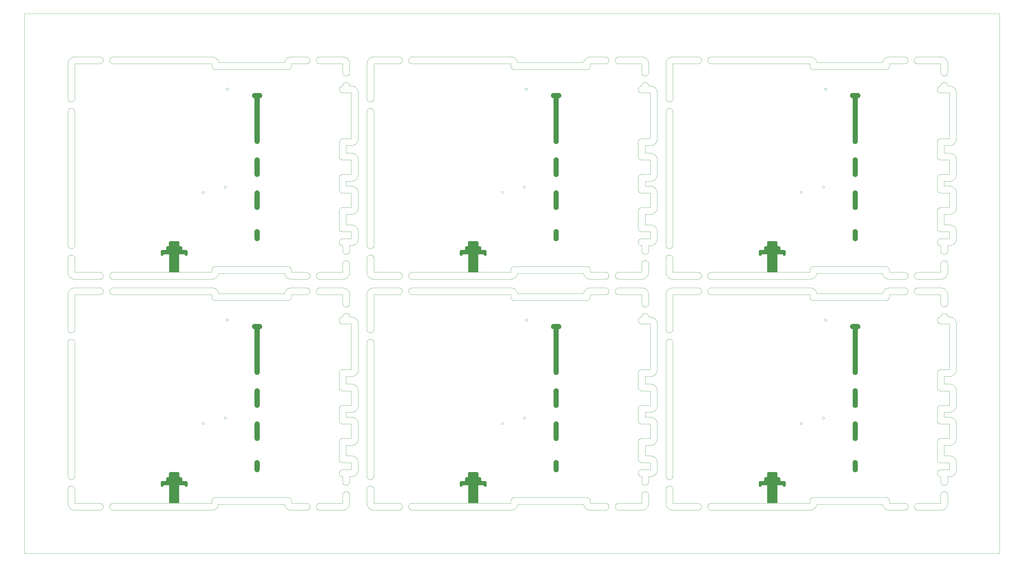
<source format=gbr>
%TF.GenerationSoftware,KiCad,Pcbnew,7.0.5*%
%TF.CreationDate,2023-09-05T09:46:38+01:00*%
%TF.ProjectId,PANELTEST141,50414e45-4c54-4455-9354-3134312e6b69,00.00*%
%TF.SameCoordinates,PX27b9fb5PYc4a79ca*%
%TF.FileFunction,Profile,NP*%
%FSLAX46Y46*%
G04 Gerber Fmt 4.6, Leading zero omitted, Abs format (unit mm)*
G04 Created by KiCad (PCBNEW 7.0.5) date 2023-09-05 09:46:38*
%MOMM*%
%LPD*%
G01*
G04 APERTURE LIST*
%TA.AperFunction,Profile*%
%ADD10C,0.100000*%
%TD*%
%TA.AperFunction,Profile*%
%ADD11C,0.010000*%
%TD*%
G04 APERTURE END LIST*
D10*
X2101Y187226417D02*
X1809Y187226022D01*
X212645615Y143034255D02*
X212646018Y143035435D01*
X108983736Y126108391D02*
X108980669Y126168858D01*
X299060997Y99309824D02*
X299108751Y99276192D01*
X321732440Y37866046D02*
X321682990Y37834732D01*
X319805931Y26639406D02*
X319805488Y26639196D01*
X224577002Y73322534D02*
X224586988Y73264986D01*
X224604634Y17392042D02*
X224605055Y17391790D01*
X214700725Y103796043D02*
X214644433Y103811621D01*
X320393810Y79609406D02*
X320393356Y79609594D01*
X299064826Y172170028D02*
X299121934Y172182852D01*
X64878899Y17396438D02*
X64879087Y17396892D01*
X216792894Y111559760D02*
X216792424Y111559902D01*
X216109284Y162645770D02*
X216130305Y162591275D01*
X318579874Y129045896D02*
X318579871Y129045651D01*
X222863472Y171484026D02*
X222903831Y171526417D01*
X317250819Y162120709D02*
X317310107Y162126641D01*
X320399514Y111552455D02*
X320399395Y111552931D01*
X213149114Y26832597D02*
X213148920Y26832722D01*
X319804634Y106758713D02*
X319804226Y106758440D01*
X316227147Y57225468D02*
X316211971Y57284080D01*
X320396289Y51342919D02*
X320396653Y51343248D01*
X316562329Y107101524D02*
X316562164Y107101685D01*
X219179718Y136753568D02*
X219186883Y136695478D01*
X213768351Y51339579D02*
X213784737Y51339994D01*
X305880565Y90288597D02*
X305849317Y90239251D01*
X111384226Y33842315D02*
X111384634Y33842042D01*
X320397933Y39864733D02*
X320398206Y39865141D01*
X212843539Y160206129D02*
X212808757Y160254508D01*
X214994352Y37460374D02*
X214989738Y37460261D01*
X297564225Y90993497D02*
X297595539Y91042947D01*
X317395782Y82012284D02*
X317396172Y82012594D01*
X17402101Y89706417D02*
X17401809Y89706022D01*
X222369176Y106288597D02*
X222340387Y106339417D01*
X213524788Y31472196D02*
X213523573Y31472478D01*
X109477510Y39623047D02*
X109478515Y39623786D01*
X215809024Y82952107D02*
X215851325Y82911832D01*
X316651825Y81748212D02*
X316652006Y81748356D01*
X108980669Y137648858D02*
X108980254Y137665244D01*
X214980346Y138867824D02*
X214980488Y138867354D01*
X115160499Y137840801D02*
X115194202Y137792947D01*
X316376180Y28465807D02*
X316376300Y28466004D01*
X337793356Y-8839D02*
X337793810Y-8651D01*
X115562351Y45270645D02*
X115579718Y45153568D01*
X222863472Y95856729D02*
X222783988Y95944426D01*
X109176300Y80184751D02*
X109176180Y80184948D01*
X317245168Y51330135D02*
X317246406Y51330292D01*
X111532440Y171824709D02*
X111580294Y171791006D01*
X201492027Y95133246D02*
X201434479Y95123260D01*
X133105536Y16489523D02*
X133121114Y16545815D01*
X216791948Y124980021D02*
X216791467Y124980117D01*
X15169177Y106288597D02*
X15140388Y106339417D01*
X202359284Y96775770D02*
X202380305Y96721275D01*
X218275360Y118090254D02*
X218180294Y118019749D01*
X27218628Y90554940D02*
X27200306Y90499480D01*
X112164797Y165850497D02*
X112118751Y165814563D01*
X195993088Y169827507D02*
X195992741Y169827160D01*
X233788660Y15104633D02*
X233735263Y15080964D01*
X115586883Y31675478D02*
X115591188Y31617106D01*
X236760457Y95844985D02*
X236739436Y95899480D01*
X120998434Y77611987D02*
X120994137Y77553737D01*
X213815009Y136460377D02*
X213784737Y136460761D01*
X214987317Y127380853D02*
X214987793Y127380734D01*
X321478264Y81752036D02*
X321530545Y81725720D01*
X91750015Y95199486D02*
X91693605Y95215097D01*
X215321502Y91564491D02*
X215365822Y91526260D01*
X120998434Y26721987D02*
X120994137Y26663737D01*
X110199223Y106753685D02*
X110199052Y106754154D01*
X193617850Y170230551D02*
X193618338Y170230599D01*
X120764770Y92097390D02*
X120823142Y92101695D01*
X236839176Y171652158D02*
X236870424Y171701504D01*
X299499284Y168564985D02*
X299475615Y168511588D01*
X213710107Y29036641D02*
X213710337Y29036659D01*
X121000842Y17396438D02*
X121001052Y17395995D01*
X201259748Y14990377D02*
X196019206Y14990377D01*
X113190003Y44860261D02*
X113185389Y44860374D01*
X101250424Y95639251D02*
X101219176Y95688597D01*
X109001740Y107900466D02*
X109001729Y107900696D01*
X297893831Y171526417D02*
X297936222Y171566776D01*
X322053519Y62003979D02*
X321965822Y61924495D01*
X317399867Y106745666D02*
X317399741Y106750749D01*
X316183830Y32567147D02*
X316183736Y32568391D01*
X218453519Y46596776D02*
X218495910Y46556417D01*
X216798206Y31435614D02*
X216797933Y31436022D01*
X91009447Y171791006D02*
X91057301Y171824709D01*
X214986847Y129059760D02*
X214986385Y129059594D01*
X17407794Y89710021D02*
X17407318Y89709902D01*
X114117760Y106944395D02*
X114063152Y106923330D01*
X274458601Y16990377D02*
X274458356Y16990374D01*
X17106681Y95130530D02*
X16989604Y95147897D01*
X213710337Y109156659D02*
X213769848Y109159629D01*
X320393356Y79609594D02*
X320392894Y79609760D01*
X223918660Y154286122D02*
X223970831Y154259861D01*
X101055604Y16317018D02*
X101062753Y16374986D01*
X169495262Y19377495D02*
X169553230Y19384644D01*
X298459196Y91825720D02*
X298511477Y91852036D01*
X115053984Y81132009D02*
X115089994Y81085867D01*
X204819176Y15568597D02*
X204790387Y15619417D01*
X195696680Y95130530D02*
X195579603Y95147897D01*
X113195910Y143862607D02*
X113196289Y143862919D01*
X216794686Y109161790D02*
X216795107Y109162042D01*
X65780725Y167866043D02*
X65724433Y167881621D01*
X113197933Y56336022D02*
X113197641Y56336417D01*
X112602100Y26636417D02*
X112601808Y26636022D01*
X65056599Y95119060D02*
X64909171Y95111817D01*
X274040499Y16009954D02*
X273969994Y15914888D01*
X237514433Y95161621D02*
X237458973Y95179943D01*
X67250917Y16990084D02*
X67250436Y16989988D01*
X320693061Y127360225D02*
X320810138Y127342858D01*
X115194202Y62407808D02*
X115160499Y62359954D01*
X317514126Y162699167D02*
X317540387Y162751338D01*
X111755308Y101509134D02*
X111810768Y101490812D01*
X308450424Y170359251D02*
X308419176Y170408597D01*
X204685536Y16489523D02*
X204701114Y16545815D01*
X222212753Y73264986D02*
X222222739Y73322534D01*
X16989604Y95147897D02*
X16931935Y95157903D01*
X320429171Y26641817D02*
X320370535Y26640377D01*
X216799514Y119988300D02*
X216799610Y119988781D01*
X113724915Y138800028D02*
X113839726Y138771269D01*
X101530990Y17156192D02*
X101578744Y17189824D01*
X195032027Y19367509D02*
X195089016Y19354712D01*
X321921502Y27186264D02*
X321875360Y27150254D01*
X224485615Y26271588D02*
X224459354Y26219417D01*
X3453Y-7081D02*
X3832Y-7393D01*
X16189994Y74280377D02*
X16209749Y74280377D01*
X110434056Y82779258D02*
X110469990Y82825304D01*
X223044433Y103459134D02*
X223100725Y103474712D01*
X102007714Y92087509D02*
X102065262Y92097495D01*
X218536269Y27386729D02*
X218495910Y27344338D01*
X316199282Y130454927D02*
X316199502Y130456154D01*
X65149990Y99075304D02*
X65188141Y99119531D01*
X297224998Y170234372D02*
X297225290Y170234766D01*
X170844064Y90115616D02*
X170844316Y90115193D01*
X101731081Y17276122D02*
X101784478Y17299791D01*
X112603831Y162132607D02*
X112604226Y162132315D01*
X27100566Y170408597D02*
X27069318Y170359251D01*
X213533041Y109129953D02*
X213591444Y109141759D01*
X298023919Y171646260D02*
X298068239Y171684491D01*
X109176300Y160304751D02*
X109176180Y160304948D01*
X169860294Y171791006D02*
X169955360Y171720501D01*
X101284056Y95591497D02*
X101250424Y95639251D01*
X216799871Y131475104D02*
X216799871Y136445651D01*
X202179751Y91675304D02*
X202215685Y91629258D01*
X168470981Y89710189D02*
X168470493Y89710237D01*
X234418627Y15834940D02*
X234400305Y15779480D01*
X98848434Y90978768D02*
X98849871Y90920255D01*
X118948416Y154051832D02*
X118990717Y154092107D01*
X217267807Y47212852D02*
X217324915Y47200028D01*
X212694398Y27374507D02*
X212672629Y27429972D01*
X109499690Y28814468D02*
X109548920Y28848033D01*
X110184977Y109160006D02*
X110214769Y109160377D01*
X91208269Y15303884D02*
X91106751Y15364732D01*
X272072894Y97510995D02*
X272073356Y97511161D01*
X297294590Y96814112D02*
X297278979Y96870522D01*
X317514126Y20759167D02*
X317540387Y20811338D01*
X233512027Y15013246D02*
X233454479Y15003260D01*
X320399754Y111550510D02*
X320399730Y111551000D01*
X114117760Y61524395D02*
X114063152Y61503330D01*
X319791188Y97333649D02*
X319786883Y97275277D01*
X318581535Y129055614D02*
X318581283Y129055193D01*
X234034797Y171960258D02*
X234079024Y171922107D01*
X317514126Y82579167D02*
X317540387Y82631338D01*
X212627490Y137344268D02*
X212627147Y137345468D01*
X201968751Y171996192D02*
X202014797Y171960258D01*
X113199395Y44852931D02*
X113199253Y44853401D01*
X26535264Y89800964D02*
X26480769Y89779943D01*
X110191725Y26640302D02*
X110191234Y26640388D01*
X299589871Y89695651D02*
X299589871Y88900500D01*
X322695151Y63044112D02*
X322676791Y62988535D01*
X109581706Y119811718D02*
X109634643Y119841101D01*
X120999871Y73090255D02*
X120999871Y26780500D01*
X214988760Y113960566D02*
X214989248Y113960518D01*
X321096136Y33735658D02*
X321151713Y33717298D01*
X317790717Y85768648D02*
X317748416Y85808923D01*
X216798458Y51345562D02*
X216798689Y51345995D01*
X321921502Y61886264D02*
X321875360Y61850254D01*
X15122951Y170582220D02*
X15162824Y170693659D01*
X216799253Y119987354D02*
X216799395Y119987824D01*
X112594137Y104833737D02*
X112586988Y104775769D01*
X110199592Y162138518D02*
X110199666Y162139011D01*
X318584226Y141458440D02*
X318583831Y141458148D01*
X193995539Y91042947D02*
X194029242Y91090801D01*
X215355308Y85511621D02*
X215299016Y85496043D01*
X213645168Y119970135D02*
X213646406Y119970292D01*
X316562164Y28699070D02*
X316562329Y28699231D01*
X319709284Y24374985D02*
X319685615Y24321588D01*
X16073231Y105716111D02*
X16015263Y105723260D01*
X121007317Y169829902D02*
X121006847Y169829760D01*
X16964798Y23120258D02*
X17009025Y23082107D01*
X115539521Y56865422D02*
X115552345Y56808314D01*
X130240831Y89850894D02*
X130188660Y89824633D01*
X90031279Y16955636D02*
X90026821Y16981907D01*
X319221651Y83091072D02*
X319270997Y83059824D01*
X213417696Y79673255D02*
X213361705Y79693634D01*
X212776180Y28465807D02*
X212776300Y28466004D01*
X67246095Y97107803D02*
X67245731Y97107473D01*
X213815009Y63740377D02*
X216785144Y63740377D01*
X109006216Y80690818D02*
X109006193Y80691048D01*
X216799754Y136450510D02*
X216799730Y136451000D01*
X216200131Y106751974D02*
X216200059Y106751488D01*
X212854261Y39410616D02*
X212855049Y39411583D01*
X308249871Y90920255D02*
X308251307Y90978768D01*
X316699502Y161904333D02*
X316699690Y161904468D01*
X101578744Y91909824D02*
X101628090Y91941072D01*
X219198431Y125009678D02*
X219199871Y124951042D01*
X216214352Y82010381D02*
X216214597Y82010377D01*
X316408757Y107284508D02*
X316408627Y107284699D01*
X66069993Y19390377D02*
X91199748Y19390377D01*
X29639177Y95688597D02*
X29610388Y95739417D01*
X115436918Y45723659D02*
X115476791Y45612220D01*
X215410768Y103829943D02*
X215355308Y103811621D01*
X224577002Y102552534D02*
X224586988Y102494986D01*
X115286364Y46041979D02*
X115315213Y45991052D01*
X92390346Y97517824D02*
X92390488Y97517354D01*
X299597793Y17390734D02*
X299598274Y17390638D01*
X213869436Y82471275D02*
X213890457Y82525770D01*
X316253506Y161283863D02*
X316253574Y161284084D01*
X218615753Y142294426D02*
X218536269Y142206729D01*
X317133041Y159760802D02*
X317132816Y159760853D01*
X305034479Y89723260D02*
X304976511Y89716111D01*
X15480991Y25824563D02*
X15434945Y25860497D01*
X236939990Y171795304D02*
X236978141Y171839531D01*
X16610769Y156669943D02*
X16555309Y156651621D01*
X317399682Y17399267D02*
X317399730Y17399755D01*
X320399514Y109168300D02*
X320399610Y109168781D01*
X219110762Y125620233D02*
X219139521Y125505422D01*
X115286364Y142678776D02*
X115225516Y142577258D01*
X316961490Y109077037D02*
X316961705Y109077121D01*
X114278264Y37718719D02*
X114171270Y37668114D01*
X115510762Y160370233D02*
X115539521Y160255422D01*
X214986385Y58741161D02*
X214986847Y58740995D01*
X216799610Y143868781D02*
X216799682Y143869267D01*
X111389993Y85460377D02*
X111331480Y85461814D01*
X212718570Y39204499D02*
X212719147Y39205605D01*
X272078899Y89704317D02*
X272078689Y89704760D01*
X216790003Y143860494D02*
X216790493Y143860518D01*
X91418471Y15198114D02*
X91311477Y15248719D01*
X98849871Y90920255D02*
X98849871Y90900500D01*
X217324915Y58680028D02*
X217439726Y58651269D01*
X169161081Y167944633D02*
X169108910Y167970894D01*
X318580842Y47266438D02*
X318581052Y47265995D01*
X101101114Y95954940D02*
X101085536Y96011232D01*
X321263152Y117743330D02*
X321151713Y117703457D01*
X224399317Y73751504D02*
X224430565Y73702158D01*
X216201808Y26636022D02*
X216201535Y26635614D01*
X317600424Y166109251D02*
X317569176Y166158597D01*
X29469871Y96320255D02*
X29471308Y96378768D01*
X91638028Y95233457D02*
X91526589Y95273330D01*
X212637311Y80514472D02*
X212624052Y80572563D01*
X109452006Y107022399D02*
X109451825Y107022543D01*
X91693605Y172125658D02*
X91750015Y172141269D01*
X320399514Y79602455D02*
X320399395Y79602931D01*
X213805604Y104833737D02*
X213801307Y104891987D01*
X113199087Y56333863D02*
X113198899Y56334317D01*
X170845869Y90113292D02*
X170846233Y90112961D01*
X112070997Y101359824D02*
X112118751Y101326192D01*
X222314126Y26271588D02*
X222290457Y26324985D01*
X109006193Y108079707D02*
X109006216Y108079937D01*
X214994352Y61340374D02*
X214989738Y61340261D01*
X110222739Y100602534D02*
X110235536Y100659523D01*
X112606847Y162130995D02*
X112607317Y162130853D01*
X109094488Y81276461D02*
X109118994Y81330772D01*
X15001311Y97481077D02*
X14999871Y97539713D01*
X205781480Y97508941D02*
X205839993Y97510377D01*
X213784914Y106760750D02*
X213769848Y106761126D01*
X233396511Y14996111D02*
X233338261Y14991814D01*
X223468261Y74278941D02*
X223526511Y74274644D01*
X319695151Y90406643D02*
X319710762Y90350233D01*
X318582741Y127383595D02*
X318583088Y127383248D01*
X321096136Y81905658D02*
X321151713Y81887298D01*
X217551713Y129183457D02*
X217496136Y129165097D01*
X317124788Y56372196D02*
X317123573Y56372478D01*
X216201808Y106756022D02*
X216201535Y106755614D01*
X214324915Y172170028D02*
X214439726Y172141269D01*
X17400489Y17397354D02*
X17400655Y17396892D01*
X306044137Y90783737D02*
X306036988Y90725769D01*
X322798431Y29011077D02*
X322791188Y28863649D01*
X118612753Y77495769D02*
X118605604Y77553737D01*
X170819521Y96985333D02*
X170790762Y96870522D01*
X215184479Y23653260D02*
X215126511Y23646111D01*
X316294398Y108426248D02*
X316294488Y108426461D01*
X318589738Y33840494D02*
X318594352Y33840381D01*
X64879730Y169821000D02*
X64879682Y169821488D01*
X213799666Y82019011D02*
X213799716Y82019508D01*
X216795515Y143862315D02*
X216795910Y143862607D01*
X216177002Y100602534D02*
X216186988Y100544986D01*
X195696680Y15010530D02*
X195579603Y15027897D01*
X224564205Y22489523D02*
X224577002Y22432534D01*
X202335615Y15671588D02*
X202309354Y15619417D01*
X224251325Y76828923D02*
X224209024Y76788648D01*
X111389248Y48940237D02*
X111388760Y48940189D01*
X218321502Y27186264D02*
X218275360Y27150254D01*
X212776300Y80184751D02*
X212776180Y80184948D01*
X201920997Y95310931D02*
X201871651Y95279683D01*
X317790717Y82952107D02*
X317834944Y82990258D01*
X120155308Y156651621D02*
X120099016Y156636043D01*
X92393088Y97513248D02*
X92393452Y97512919D01*
X115539521Y31965422D02*
X115552345Y31908314D01*
X109217201Y39362738D02*
X109254261Y39410616D01*
X308419176Y16812158D02*
X308450424Y16861504D01*
X223044433Y74229134D02*
X223100725Y74244712D01*
X195990346Y97517824D02*
X195990488Y97517354D01*
X317307884Y44864243D02*
X317306640Y44864337D01*
X318589738Y138860494D02*
X318594352Y138860381D01*
X16209749Y156600377D02*
X16189994Y156600377D01*
X316211689Y119035460D02*
X316211971Y119036675D01*
X92155685Y18909258D02*
X92189317Y18861504D01*
X222208553Y89887106D02*
X222212858Y89945478D01*
X316780631Y125149669D02*
X316729250Y125181696D01*
X237150990Y17156192D02*
X237198744Y17189824D01*
X215941529Y170908771D02*
X215992134Y170801777D01*
X337785389Y187230374D02*
X337785144Y187230377D01*
X215621651Y163211072D02*
X215670997Y163179824D01*
X216186988Y82244986D02*
X216194137Y82187018D01*
X109451825Y159992543D02*
X109406181Y160030843D01*
X120589603Y15027897D02*
X120531934Y15037903D01*
X317399592Y106752237D02*
X317399493Y106752725D01*
X109037311Y108256283D02*
X109037368Y108256506D01*
X215009748Y163380377D02*
X215068261Y163378941D01*
X113192894Y44859760D02*
X113192424Y44859902D01*
X130025308Y169881621D02*
X129969016Y169866043D01*
X316348530Y50738542D02*
X316349162Y50739617D01*
X320810138Y127342858D02*
X320867807Y127332852D01*
X297225815Y90115595D02*
X297226046Y90116028D01*
X64872894Y89709760D02*
X64872424Y89709902D01*
X113190493Y143860518D02*
X113190981Y143860566D01*
X320398458Y51345562D02*
X320398689Y51345995D01*
X297225152Y16985972D02*
X297224860Y16986368D01*
X298068239Y171684491D02*
X298114381Y171720501D01*
X322215753Y142294426D02*
X322136269Y142206729D01*
X16989604Y15027897D02*
X16931935Y15037903D01*
X110215009Y56340377D02*
X110184737Y56340761D01*
X306027002Y16432534D02*
X306036988Y16374986D01*
X15578091Y154231072D02*
X15628911Y154259861D01*
X111380227Y138868300D02*
X111380346Y138867824D01*
X214815262Y23653260D02*
X214757714Y23663246D01*
X224070997Y25790931D02*
X224021651Y25759683D01*
X214989248Y61340237D02*
X214988760Y61340189D01*
X322486364Y112741979D02*
X322515213Y112691052D01*
X168649176Y18812158D02*
X168680424Y18861504D01*
X317185321Y51320966D02*
X317245168Y51330135D01*
X67243438Y170236951D02*
X67243624Y170236496D01*
X113229171Y82008938D02*
X113376599Y82001695D01*
X273362990Y95484732D02*
X273261472Y95423884D01*
X224600011Y169821000D02*
X224599987Y169820510D01*
X216829171Y26641817D02*
X216770535Y26640377D01*
X101250424Y170359251D02*
X101219176Y170408597D01*
X319685615Y162699167D02*
X319709284Y162645770D01*
X318580227Y113968300D02*
X318580346Y113967824D01*
X322253984Y32962009D02*
X322289994Y32915867D01*
X215495910Y95814338D02*
X215453519Y95773979D01*
X217439726Y33751269D02*
X217496136Y33735658D01*
X216791948Y111560021D02*
X216791467Y111560117D01*
X108989956Y32506913D02*
X108983830Y32567147D01*
X299596385Y89709594D02*
X299595931Y89709406D01*
X308878910Y169970894D02*
X308828090Y169999683D01*
X212580669Y50151897D02*
X212583736Y50212364D01*
X113199253Y143867354D02*
X113199395Y143867824D01*
X110045168Y56350620D02*
X109985321Y56359789D01*
X320393810Y143861349D02*
X320394253Y143861559D01*
X112459354Y24269417D02*
X112430565Y24218597D01*
X214148416Y82911832D02*
X214190717Y82952107D01*
X214988274Y61340117D02*
X214987793Y61340021D01*
X112600346Y106752931D02*
X112600227Y106752455D01*
X308931081Y17276122D02*
X308984478Y17299791D01*
X130868434Y171098768D02*
X130869871Y171040255D01*
X216799871Y31425651D02*
X216799867Y31425896D01*
X133270424Y171701504D02*
X133304056Y171749258D01*
X318580227Y127388300D02*
X318580346Y127387824D01*
X118974225Y16107258D02*
X118913377Y16208776D01*
X299108751Y99276192D02*
X299154797Y99240258D01*
X273211480Y87711814D02*
X273153230Y87716111D01*
X65290138Y95147897D02*
X65173061Y95130530D01*
X318583831Y47262607D02*
X318584226Y47262315D01*
X112399317Y24169251D02*
X112365685Y24121497D01*
X15258213Y16311984D02*
X15207608Y16418978D01*
X204719436Y15779480D02*
X204701114Y15834940D01*
X316183736Y45988391D02*
X316180669Y46048858D01*
X97776511Y172224644D02*
X97834479Y172217495D01*
X272071948Y97510734D02*
X272072424Y97510853D01*
X17377003Y153442534D02*
X17386989Y153384986D01*
X212808757Y80134508D02*
X212808627Y80134699D01*
X112329751Y166015451D02*
X112291600Y165971224D01*
X337797000Y-6405D02*
X337797329Y-6041D01*
X111394597Y61340377D02*
X111394352Y61340374D01*
X113199087Y119986892D02*
X113199253Y119987354D01*
X30314434Y15041621D02*
X30258974Y15059943D01*
X316180254Y50135511D02*
X316180669Y50151897D01*
X320810138Y33802858D02*
X320867807Y33792852D01*
X320396289Y124977836D02*
X320395910Y124978148D01*
X212694488Y81276461D02*
X212718994Y81330772D01*
X27218628Y170674940D02*
X27200306Y170619480D01*
X216030565Y86038597D02*
X215999317Y85989251D01*
X237248090Y15159683D02*
X237198744Y15190931D01*
X29521115Y90554940D02*
X29505537Y90611232D01*
X212691906Y57050613D02*
X212691385Y57051747D01*
X119557714Y25613246D02*
X119500725Y25626043D01*
X234379284Y171495770D02*
X234400305Y171441275D01*
X109874852Y79655619D02*
X109817915Y79673181D01*
X195255263Y87800964D02*
X195200768Y87779943D01*
X170851891Y97110204D02*
X170851403Y97110156D01*
X121002412Y89706796D02*
X121002100Y89706417D01*
X90022733Y97108401D02*
X90022324Y97108675D01*
X109337918Y63383212D02*
X109381801Y63424925D01*
X101440717Y95418648D02*
X101398416Y95458923D01*
X109119094Y161450980D02*
X109146277Y161504003D01*
X317399867Y169815896D02*
X317399754Y169820510D01*
X90022464Y90112076D02*
X90022872Y90112348D01*
X115053984Y113082009D02*
X115089994Y113035867D01*
X17408275Y17390638D02*
X17408761Y17390566D01*
X114063152Y61503330D02*
X113951713Y61463457D01*
X111380131Y61331974D02*
X111380059Y61331488D01*
X272194126Y88391588D02*
X272170457Y88444985D01*
X168465389Y169830374D02*
X168465144Y169830377D01*
X317004813Y111626525D02*
X316948036Y111647553D01*
X91374479Y87723260D02*
X91316511Y87716111D01*
X322798431Y79639678D02*
X322799871Y79581042D01*
X319615853Y96592488D02*
X319592134Y96538978D01*
X109072629Y161340783D02*
X109094398Y161396248D01*
X212895323Y111962308D02*
X212894486Y111963233D01*
X320392424Y119980853D02*
X320392894Y119980995D01*
X305092027Y95133246D02*
X305034479Y95123260D01*
X299589871Y98320255D02*
X299589871Y97525104D01*
X195995931Y97511349D02*
X195996385Y97511161D01*
X195990131Y169821974D02*
X195990059Y169821488D01*
X320394686Y44858965D02*
X320394253Y44859196D01*
X216799867Y131474859D02*
X216799871Y131475104D01*
X308450424Y91581504D02*
X308484056Y91629258D01*
X316454261Y143410616D02*
X316455049Y143411583D01*
X120470997Y23189824D02*
X120518751Y23156192D01*
X119178090Y23221072D02*
X119228910Y23249861D01*
X118601310Y169859678D02*
X118608553Y170007106D01*
X215132440Y171824709D02*
X215180294Y171791006D01*
X320394253Y143861559D02*
X320394686Y143861790D01*
X110434971Y15003365D02*
X110376599Y14999060D01*
X202249317Y15519251D02*
X202215685Y15471497D01*
X212601729Y80870059D02*
X212601740Y80870289D01*
X168474253Y17391559D02*
X168474686Y17391790D01*
X218760499Y137840801D02*
X218794202Y137792947D01*
X113610138Y26677897D02*
X113493061Y26660530D01*
X322615853Y50422488D02*
X322592134Y50368978D01*
X113839726Y81921269D02*
X113896136Y81905658D01*
X213769848Y26641126D02*
X213710337Y26644096D01*
X297397607Y16418978D02*
X297373888Y16472488D01*
X134027714Y97487509D02*
X134085262Y97497495D01*
X64970457Y88444985D02*
X64949436Y88499480D01*
X322786883Y79845478D02*
X322791188Y79787106D01*
X216200488Y162137354D02*
X216200654Y162136892D01*
X113198206Y31435614D02*
X113197933Y31436022D01*
X320394253Y39861559D02*
X320394686Y39861790D01*
X216030565Y104338597D02*
X215999317Y104289251D01*
X109176300Y107334751D02*
X109176180Y107334948D01*
X16870998Y154199824D02*
X16918752Y154166192D01*
X113193810Y63741349D02*
X113194253Y63741559D01*
X113951713Y81887298D02*
X114063152Y81847425D01*
X318580842Y113966438D02*
X318581052Y113965995D01*
X320399871Y29055104D02*
X320399871Y31425651D01*
X168470003Y17390494D02*
X168470003Y17390494D01*
X299354770Y172217390D02*
X299413142Y172221695D01*
X113199754Y31430510D02*
X113199730Y31431000D01*
X299520305Y168619480D02*
X299499284Y168564985D01*
X320385144Y159730377D02*
X317414769Y159730377D01*
X234161600Y95501224D02*
X234121325Y95458923D01*
X91418471Y91902641D02*
X91471981Y91926360D01*
X102007714Y15013246D02*
X101950725Y15026043D01*
X65508910Y99369861D02*
X65561081Y99396122D01*
X317399395Y169822931D02*
X317399253Y169823401D01*
X109254261Y125430139D02*
X109217201Y125478017D01*
X118635536Y102609523D02*
X118651114Y102665815D01*
X305815685Y91629258D02*
X305849317Y91581504D01*
X119388973Y154330812D02*
X119444433Y154349134D01*
X318589993Y165580377D02*
X318531480Y165581814D01*
X305034479Y169843260D02*
X304976511Y169836111D01*
X322425516Y57623497D02*
X322486364Y57521979D01*
X216110762Y96870522D02*
X216095151Y96814112D01*
X195989987Y89700510D02*
X195989874Y89695896D01*
X308340457Y95844985D02*
X308319436Y95899480D01*
X213028665Y63465199D02*
X213029632Y63465987D01*
X222222739Y102552534D02*
X222235536Y102609523D01*
X91489016Y19354712D02*
X91545308Y19339134D01*
X236721114Y96665815D02*
X236739436Y96721275D01*
X195255263Y167920964D02*
X195200768Y167899943D01*
X120830565Y73702158D02*
X120859354Y73651338D01*
X213077510Y111797708D02*
X213029632Y111834768D01*
X318580011Y48931000D02*
X318579987Y48930510D01*
X317250819Y79620046D02*
X317250590Y79620075D01*
X118690457Y22655770D02*
X118714126Y22709167D01*
X317978090Y83091072D02*
X318028910Y83119861D01*
X169231713Y91987298D02*
X169343152Y91947425D01*
X316417201Y56838017D02*
X316416462Y56839022D01*
X213149114Y159922597D02*
X213148920Y159922722D01*
X101164126Y170511588D02*
X101140457Y170564985D01*
X92395931Y17391349D02*
X92396385Y17391161D01*
X91471981Y91926360D02*
X91526589Y91947425D01*
X98735615Y16709167D02*
X98759284Y16655770D01*
X17414353Y169830374D02*
X17409739Y169830261D01*
X111394597Y48940377D02*
X111394352Y48940374D01*
X110194958Y162131722D02*
X110195377Y162131992D01*
X320392894Y44859760D02*
X320392424Y44859902D01*
X218082990Y117954732D02*
X217981472Y117893884D01*
X111385931Y48939406D02*
X111385488Y48939196D01*
X217878264Y26898719D02*
X217771270Y26848114D01*
X216203831Y82012607D02*
X216204226Y82012315D01*
X212718994Y107439983D02*
X212694488Y107494294D01*
X67247417Y90112080D02*
X67247838Y90111826D01*
X216795515Y109162315D02*
X216795910Y109162607D01*
X195255263Y19299791D02*
X195308660Y19276122D01*
X109037311Y160634472D02*
X109024052Y160692563D01*
X111380654Y58746892D02*
X111380842Y58746438D01*
X15746223Y171566776D02*
X15833920Y171646260D01*
X337799871Y187215651D02*
X337799867Y187215896D01*
X216791948Y51340734D02*
X216792424Y51340853D01*
X236839176Y96932158D02*
X236870424Y96981504D01*
X170858356Y97110374D02*
X170852381Y97110228D01*
X318583831Y129058148D02*
X318583452Y129057836D01*
X113193810Y39861349D02*
X113194253Y39861559D01*
X316780631Y56509669D02*
X316729250Y56541696D01*
X306027002Y90668221D02*
X306014205Y90611232D01*
X212583736Y118852364D02*
X212583830Y118853608D01*
X318587317Y127380853D02*
X318587793Y127380734D01*
X317634971Y172217390D02*
X317693061Y172210225D01*
X98320997Y95310931D02*
X98271651Y95279683D01*
X108983830Y130333608D02*
X108989956Y130393842D01*
X168479754Y89700510D02*
X168479730Y89701000D01*
X217093061Y47240225D02*
X217210138Y47222858D01*
X110469990Y82825304D02*
X110508141Y82869531D01*
X110190003Y17390494D02*
X110190003Y17390494D01*
X297211140Y90110377D02*
X297211385Y90110381D01*
X110199370Y26633209D02*
X110199223Y26633685D01*
X65347807Y92062852D02*
X65404915Y92050028D01*
X112600842Y162136438D02*
X112601052Y162135995D01*
X217210138Y138822858D02*
X217267807Y138812852D01*
X319170831Y101419861D02*
X319221651Y101391072D01*
X194706751Y95484732D02*
X194657301Y95516046D01*
X109746878Y143772739D02*
X109748036Y143773202D01*
X320399682Y29049267D02*
X320399730Y29049755D01*
X318581472Y171916871D02*
X318682990Y171856023D01*
X110107884Y39856512D02*
X110168351Y39859579D01*
X213051825Y159992543D02*
X213006181Y160030843D01*
X316906585Y79716863D02*
X316906374Y79716958D01*
X237570725Y97474712D02*
X237627714Y97487509D01*
X218825516Y118697258D02*
X218794202Y118647808D01*
X224594137Y77553737D02*
X224586988Y77495769D01*
X213180631Y111729669D02*
X213129250Y111761696D01*
X90030262Y170257804D02*
X90030394Y170258238D01*
X119869196Y15275035D02*
X119818269Y15303884D01*
X101250424Y16861504D02*
X101284056Y16909258D01*
X213646406Y111570463D02*
X213645168Y111570620D01*
X316416462Y125479022D02*
X316381875Y125528715D01*
X272490138Y172192858D02*
X272547807Y172182852D01*
X320392424Y56339902D02*
X320391948Y56340021D01*
X318588760Y129060189D02*
X318588274Y129060117D01*
X212895323Y39458447D02*
X212937036Y39502330D01*
X216015853Y16472488D02*
X215992134Y16418978D01*
X30151082Y172116122D02*
X30204479Y172139791D01*
X16821652Y105879683D02*
X16770832Y105850894D01*
X205130990Y171996192D02*
X205178744Y172029824D01*
X113199682Y159721488D02*
X113199610Y159721974D01*
X213794253Y17391559D02*
X213794686Y17391790D01*
X272388141Y88101224D02*
X272349990Y88145451D01*
X299590059Y17399267D02*
X299590131Y17398781D01*
X316180669Y137648858D02*
X316180254Y137665244D01*
X319748627Y162535815D02*
X319764205Y162479523D01*
X224599874Y169815896D02*
X224599874Y169815896D01*
X213796172Y106758161D02*
X213795782Y106758471D01*
X111389738Y117580261D02*
X111389248Y117580237D01*
X195554797Y19120258D02*
X195599024Y19082107D01*
X110196172Y162132594D02*
X110196545Y162132924D01*
X237248090Y17221072D02*
X237298910Y17249861D01*
X213148920Y159922722D02*
X213099690Y159956287D01*
X109635749Y31579077D02*
X109634643Y31579654D01*
X111384226Y113962315D02*
X111384634Y113962042D01*
X322695151Y108464112D02*
X322676791Y108408535D01*
X214994597Y47260377D02*
X216770535Y47260377D01*
X110169848Y106761126D02*
X110169848Y106761126D01*
X316319147Y56995150D02*
X316318570Y56996256D01*
X29670425Y170359251D02*
X29639177Y170408597D01*
X17399871Y106900500D02*
X17398435Y106841987D01*
X213235749Y56479077D02*
X213234643Y56479654D01*
X317415009Y63740377D02*
X320385144Y63740377D01*
X110191948Y169830021D02*
X110191467Y169830117D01*
X113197933Y29044733D02*
X113198206Y29045141D01*
X223468261Y76481814D02*
X223409748Y76480377D01*
X222680990Y154166192D02*
X222728744Y154199824D01*
X216795910Y79608148D02*
X216795515Y79608440D01*
X213234643Y56479654D02*
X213181706Y56509037D01*
X317394958Y106759033D02*
X317394526Y106759282D01*
X130561600Y90101224D02*
X130521325Y90058923D01*
X213584094Y125000009D02*
X213524788Y125012196D01*
X120999871Y89695651D02*
X120999871Y77670500D01*
X15005605Y73207018D02*
X15012754Y73264986D01*
X115194202Y27707808D02*
X115160499Y27659954D01*
X317396172Y26638161D02*
X317395782Y26638471D01*
X317412753Y166595769D02*
X317405604Y166653737D01*
X201715263Y15080964D02*
X201660768Y15059943D01*
X109217201Y63242738D02*
X109254261Y63290616D01*
X319801535Y82015141D02*
X319801808Y82014733D01*
X214280990Y23874563D02*
X214234944Y23910497D01*
X195018471Y172022641D02*
X195071981Y172046360D01*
X115495151Y112256643D02*
X115510762Y112200233D01*
X109024006Y160692789D02*
X109013660Y160751468D01*
X213532816Y106790853D02*
X213475074Y106805556D01*
X121005931Y169829406D02*
X121005488Y169829196D01*
X299593088Y89707507D02*
X299592741Y89707160D01*
X316651825Y79872543D02*
X316606181Y79910843D01*
X216085615Y104441588D02*
X216059354Y104389417D01*
X110198144Y106755926D02*
X110197863Y106756338D01*
X110199871Y26625417D02*
X110199867Y26625666D01*
X319801535Y106755614D02*
X319801283Y106755193D01*
X299420565Y88288597D02*
X299389317Y88239251D01*
X90274528Y16259703D02*
X90248212Y16311984D01*
X120265263Y74189791D02*
X120318660Y74166122D01*
X318582412Y47263959D02*
X318582741Y47263595D01*
X17164771Y172217390D02*
X17223143Y172221695D01*
X319541529Y16311984D02*
X319515213Y16259703D01*
X133550990Y91876192D02*
X133598744Y91909824D01*
X215615753Y15824426D02*
X215536269Y15736729D01*
X169495262Y99497495D02*
X169553230Y99504644D01*
X90364225Y16107258D02*
X90303377Y16208776D01*
X108979871Y112795516D02*
X108979871Y118745239D01*
X110193356Y89709594D02*
X110192894Y89709760D01*
X318581535Y117575614D02*
X318581283Y117575193D01*
X318580842Y37454317D02*
X318580654Y37453863D01*
X322752345Y112028314D02*
X322762351Y111970645D01*
X319804634Y162132042D02*
X319805055Y162131790D01*
X92354205Y18489523D02*
X92367002Y18432534D01*
X214984634Y117578713D02*
X214984226Y117578440D01*
X110197242Y82013638D02*
X110197562Y82014020D01*
X118690457Y157334985D02*
X118669436Y157389480D01*
X212599502Y32444601D02*
X212599282Y32445828D01*
X319221651Y163211072D02*
X319270997Y163179824D01*
X213591671Y162111800D02*
X213650590Y162120680D01*
X111382741Y138863595D02*
X111383088Y138863248D01*
X218915213Y137591052D02*
X218941529Y137538771D01*
X120999987Y97520245D02*
X120999987Y97520245D01*
X109001729Y160870696D02*
X109000243Y160930262D01*
X92390011Y89701000D02*
X92389987Y89700510D01*
X134027714Y169853246D02*
X133970725Y169866043D01*
X320398689Y143865995D02*
X320398899Y143866438D01*
X119818269Y91796871D02*
X119869196Y91825720D01*
X92396385Y97511161D02*
X92396847Y97510995D01*
X114675360Y81500501D02*
X114721502Y81464491D01*
X219139521Y39335333D02*
X219110762Y39220522D01*
X202335615Y16709167D02*
X202359284Y16655770D01*
X113951713Y117703457D02*
X113896136Y117685097D01*
X16770832Y23249861D02*
X16821652Y23221072D01*
X195997793Y97510734D02*
X195998274Y97510638D01*
X308878910Y97369861D02*
X308931081Y97396122D01*
X113193810Y51341349D02*
X113194253Y51341559D01*
X222680990Y103276192D02*
X222728744Y103309824D01*
X120729751Y22955304D02*
X120765685Y22909258D01*
X92154770Y172217390D02*
X92213142Y172221695D01*
X322791188Y51163649D02*
X322786883Y51105277D01*
X214980059Y37451488D02*
X214980011Y37451000D01*
X195032027Y99487509D02*
X195089016Y99474712D01*
X17129752Y103075304D02*
X17165686Y103029258D01*
X110934478Y103850964D02*
X110881081Y103874633D01*
X193611140Y90110377D02*
X193611385Y90110381D01*
X272514944Y19120258D02*
X272560990Y19156192D01*
X30427715Y172207509D02*
X30485263Y172217495D01*
X110195515Y17392315D02*
X110195910Y17392607D01*
X274446869Y16988407D02*
X274446474Y16988114D01*
X213052006Y107022399D02*
X213051825Y107022543D01*
X321780294Y141899749D02*
X321732440Y141866046D01*
X214980227Y33848300D02*
X214980346Y33847824D01*
X115579718Y39567187D02*
X115562351Y39450110D01*
X115341529Y137538771D02*
X115392134Y137431777D01*
X216793810Y39861349D02*
X216794253Y39861559D01*
X108983736Y45988391D02*
X108980669Y46048858D01*
X234300565Y170408597D02*
X234269317Y170359251D01*
X237458973Y172160812D02*
X237514433Y172179134D01*
X317185321Y131440966D02*
X317245168Y131450135D01*
X66011480Y19388941D02*
X66069993Y19390377D01*
X92391052Y169824760D02*
X92390842Y169824317D01*
X316948036Y136547553D02*
X316946878Y136548016D01*
X214980131Y37451974D02*
X214980059Y37451488D01*
X26480769Y169899943D02*
X26425309Y169881621D01*
X212627147Y32325468D02*
X212611971Y32384080D01*
X109217201Y56838017D02*
X109216462Y56839022D01*
X222881081Y103396122D02*
X222934478Y103419791D01*
X109001740Y160990289D02*
X109006193Y161049707D01*
X201318261Y95111814D02*
X201259748Y95110377D01*
X109599957Y161969227D02*
X109600157Y161969343D01*
X316834643Y51201101D02*
X316835749Y51201678D01*
X66616269Y15736729D02*
X66575910Y15694338D01*
X195681600Y99119531D02*
X195719751Y99075304D01*
X322095910Y138156417D02*
X322136269Y138114026D01*
X214979987Y37450510D02*
X214979874Y37445896D01*
X114063152Y106923330D02*
X113951713Y106883457D01*
X320391467Y56340117D02*
X320390981Y56340189D01*
X111380059Y117571488D02*
X111380011Y117571000D01*
X109580631Y119811086D02*
X109581706Y119811718D01*
X320924915Y129120727D02*
X320867807Y129107903D01*
X320394253Y29041559D02*
X320394686Y29041790D01*
X92338627Y168674940D02*
X92320305Y168619480D01*
X109499502Y79836422D02*
X109452006Y79872399D01*
X115436918Y50477096D02*
X115415853Y50422488D01*
X92320305Y98721275D02*
X92338627Y98665815D01*
X111394597Y47260377D02*
X113170535Y47260377D01*
X113198458Y124975193D02*
X113198206Y124975614D01*
X109635749Y63601678D02*
X109690106Y63628342D01*
X317245168Y143850135D02*
X317246406Y143850292D01*
X320396289Y39862919D02*
X320396653Y39863248D01*
X234464137Y171157018D02*
X234468434Y171098768D01*
X213792211Y26640191D02*
X213791725Y26640302D01*
X26312028Y172207509D02*
X26369017Y172194712D01*
X90274528Y96379703D02*
X90248212Y96431984D01*
X319762351Y97100110D02*
X319752345Y97042441D01*
X317398458Y17395562D02*
X317398689Y17395995D01*
X64865389Y89710374D02*
X64865144Y89710377D01*
X320390981Y143860566D02*
X320391467Y143860638D01*
X318584226Y37458440D02*
X318583831Y37458148D01*
X109119147Y130805605D02*
X109148530Y130858542D01*
X212694488Y161396461D02*
X212718994Y161450772D01*
X115286364Y27858776D02*
X115225516Y27757258D01*
X218653984Y46382009D02*
X218689994Y46335867D01*
X120564797Y74010258D02*
X120609024Y73972107D01*
X224603452Y17392919D02*
X224603831Y17392607D01*
X272079395Y169822931D02*
X272079253Y169823401D01*
X214979874Y141445896D02*
X214979871Y141445651D01*
X114278264Y33582036D02*
X114330545Y33555720D01*
X113376599Y127371695D02*
X113434971Y127367390D01*
X272065144Y97510377D02*
X272065389Y97510381D01*
X212667046Y119212212D02*
X212667509Y119213370D01*
X111381808Y61336022D02*
X111381535Y61335614D01*
X202059024Y95418648D02*
X202014797Y95380497D01*
X216798206Y131465141D02*
X216798458Y131465562D01*
X322095910Y126676417D02*
X322136269Y126634026D01*
X213474852Y28995136D02*
X213475074Y28995199D01*
X15480991Y76714563D02*
X15434945Y76750497D01*
X299576988Y18374986D02*
X299584137Y18317018D01*
X215809024Y104068648D02*
X215764797Y104030497D01*
X64879754Y89700510D02*
X64879730Y89701000D01*
X224603088Y17393248D02*
X224603452Y17392919D01*
X121001808Y89706022D02*
X121001535Y89705614D01*
X109208757Y160254508D02*
X109208627Y160254699D01*
X215999317Y85989251D02*
X215965685Y85941497D01*
X65020387Y98881338D02*
X65049176Y98932158D01*
X109280977Y161701571D02*
X109320403Y161746246D01*
X213306585Y28933892D02*
X213361490Y28957037D01*
X169610545Y171945720D02*
X169661472Y171916871D01*
X113376599Y61349060D02*
X113229171Y61341817D01*
X223755308Y154349134D02*
X223810768Y154330812D01*
X317395782Y162132284D02*
X317396172Y162132594D01*
X67248717Y90111383D02*
X67249171Y90111194D01*
X29818417Y90058923D02*
X29778142Y90101224D01*
X317399871Y162190255D02*
X317401307Y162248768D01*
X219199871Y39889713D02*
X219198431Y39831077D01*
X168479087Y97516892D02*
X168479253Y97517354D01*
X169610545Y91825720D02*
X169661472Y91796871D01*
X272470717Y168138648D02*
X272428416Y168178923D01*
X170858356Y170230381D02*
X170858601Y170230377D01*
X114482990Y161756023D02*
X114532440Y161724709D01*
X168475107Y17392042D02*
X168475515Y17392315D01*
X223642027Y76503246D02*
X223584479Y76493260D01*
X133105536Y90611232D02*
X133092739Y90668221D01*
X316678515Y119743786D02*
X316728208Y119778373D01*
X305815685Y170311497D02*
X305779751Y170265451D01*
X308828090Y95279683D02*
X308778744Y95310931D01*
X119080990Y25824563D02*
X119034944Y25860497D01*
X170756791Y16638535D02*
X170716918Y16527096D01*
X115510762Y56980233D02*
X115539521Y56865422D01*
X109381801Y119664925D02*
X109382726Y119665762D01*
X195849354Y98881338D02*
X195875615Y98829167D01*
X320396289Y143862919D02*
X320396653Y143863248D01*
X321317760Y106944395D02*
X321263152Y106923330D01*
X216791467Y136460117D02*
X216790981Y136460189D01*
X194336222Y171566776D02*
X194423919Y171646260D01*
X30151082Y17276122D02*
X30204479Y17299791D01*
X113191467Y31440117D02*
X113190981Y31440189D01*
X168570457Y168564985D02*
X168549436Y168619480D01*
X201820831Y97369861D02*
X201871651Y97341072D01*
X218275360Y33330501D02*
X218321502Y33294491D01*
X110934478Y85550964D02*
X110881081Y85574633D01*
X194799748Y99510377D02*
X194858261Y99508941D01*
X212817201Y119482738D02*
X212854261Y119530616D01*
X222946222Y15653979D02*
X222903831Y15694338D01*
X115476791Y137212220D02*
X115495151Y137156643D01*
X216799253Y79603401D02*
X216799087Y79603863D01*
X297250220Y90235422D02*
X297278979Y90350233D01*
X15090458Y153665770D02*
X15114127Y153719167D01*
X213585321Y131440966D02*
X213645168Y131450135D01*
X170844451Y97105989D02*
X170844178Y97105581D01*
X15509748Y96034888D02*
X15439243Y96129954D01*
X317064961Y125027654D02*
X317063761Y125027997D01*
X169004915Y95170727D02*
X168947807Y95157903D01*
X133092739Y91152534D02*
X133105536Y91209523D01*
X113195107Y63742042D02*
X113195515Y63742315D01*
X217771270Y37668114D02*
X217717760Y37644395D01*
X212646018Y112385320D02*
X212645615Y112386500D01*
X322515213Y130329703D02*
X322486364Y130278776D01*
X112599874Y26625896D02*
X112599871Y26625651D01*
X316677510Y63503047D02*
X316678515Y63503786D01*
X213799682Y17399267D02*
X213799730Y17399755D01*
X110168351Y44861176D02*
X110107884Y44864243D01*
X218760499Y38479954D02*
X218689994Y38384888D01*
X316190113Y118915080D02*
X316199282Y118974927D01*
X319809248Y162130518D02*
X319809738Y162130494D01*
X120360015Y15079486D02*
X120303605Y15095097D01*
X29584127Y95791588D02*
X29560458Y95844985D01*
X309150725Y97474712D02*
X309207714Y97487509D01*
X299594634Y169828713D02*
X299594226Y169828440D01*
X115579718Y56633568D02*
X115586883Y56575478D01*
X316537036Y45218425D02*
X316495323Y45262308D01*
X317132816Y26670853D02*
X317075074Y26685556D01*
X129738261Y95111814D02*
X129679748Y95110377D01*
X214210138Y95147897D02*
X214093061Y95130530D01*
X101219176Y91532158D02*
X101250424Y91581504D01*
X213148920Y106952722D02*
X213099690Y106986287D01*
X317394526Y162131473D02*
X317394958Y162131722D01*
X109091906Y57050613D02*
X109091385Y57051747D01*
X322541529Y50261984D02*
X322515213Y50209703D01*
X109295323Y143458447D02*
X109337036Y143502330D01*
X219199871Y44831042D02*
X219199871Y39889713D01*
X316520560Y107144339D02*
X316520403Y107144509D01*
X216794686Y39861790D02*
X216795107Y39862042D01*
X113195107Y79608713D02*
X113194686Y79608965D01*
X101838973Y15059943D02*
X101784478Y15080964D01*
X308262753Y96494986D02*
X308272739Y96552534D01*
X16189994Y23390377D02*
X16209749Y23390377D01*
X108980669Y38671897D02*
X108983736Y38732364D01*
X316346277Y28414003D02*
X316346387Y28414205D01*
X168471467Y169830117D02*
X168470981Y169830189D01*
X17259355Y106339417D02*
X17230566Y106288597D01*
X112599871Y162190255D02*
X112599871Y162145104D01*
X109634643Y63601101D02*
X109635749Y63601678D01*
X168478458Y17395562D02*
X168478689Y17395995D01*
X316891240Y56451892D02*
X316890106Y56452413D01*
X109119147Y112215150D02*
X109118570Y112216256D01*
X308301114Y171385815D02*
X308319436Y171441275D01*
X223584479Y103497495D02*
X223642027Y103487509D01*
X17402413Y89706796D02*
X17402101Y89706417D01*
X15200425Y22861504D02*
X15234057Y22909258D01*
X320390981Y44860189D02*
X320390493Y44860237D01*
X115392134Y57311777D02*
X115415853Y57258267D01*
X212895323Y31842308D02*
X212894486Y31843233D01*
X305420831Y17249861D02*
X305471651Y17221072D01*
X217210138Y141497897D02*
X217093061Y141480530D01*
X237104944Y91840258D02*
X237150990Y91876192D01*
X212583830Y118853608D02*
X212589956Y118913842D01*
X316749114Y28848158D02*
X316799957Y28879227D01*
X234464137Y96437018D02*
X234468434Y96378768D01*
X216076791Y96758535D02*
X216036918Y96647096D01*
X308598416Y90058923D02*
X308558141Y90101224D01*
X297503377Y96328776D02*
X297474528Y96379703D01*
X237198744Y15190931D02*
X237150990Y15224563D01*
X109176180Y81435807D02*
X109176300Y81436004D01*
X322053519Y107423979D02*
X321965822Y107344495D01*
X216792424Y63740853D02*
X216792894Y63740995D01*
X318585055Y61338965D02*
X318584634Y61338713D01*
X273095262Y167843260D02*
X273037714Y167853246D01*
X218886364Y46041979D02*
X218915213Y45991052D01*
X129912027Y172207509D02*
X129969016Y172194712D01*
X213524788Y51308559D02*
X213584094Y51320746D01*
X234447002Y91152534D02*
X234456988Y91094986D01*
X92041325Y99161832D02*
X92081600Y99119531D01*
X214108141Y85851224D02*
X214069990Y85895451D01*
X212646018Y45685320D02*
X212645615Y45686500D01*
X113195910Y111558148D02*
X113195515Y111558440D01*
X216798206Y29045141D02*
X216798458Y29045562D01*
X65895262Y87723260D02*
X65837714Y87733246D01*
X109381801Y51024925D02*
X109382726Y51025762D01*
X222728744Y25790931D02*
X222680990Y25824563D01*
X101530990Y15224563D02*
X101484944Y15260497D01*
X212599502Y125984601D02*
X212599282Y125985828D01*
X64875515Y17392315D02*
X64875910Y17392607D01*
X101731081Y97396122D02*
X101784478Y97419791D01*
X112601535Y26635614D02*
X112601283Y26635193D01*
X205130990Y97276192D02*
X205178744Y97309824D01*
X316237368Y81106506D02*
X316253506Y81163863D01*
X98759284Y171495770D02*
X98780305Y171441275D01*
X133698910Y172089861D02*
X133751081Y172116122D01*
X201920997Y170030931D02*
X201871651Y169999683D01*
X319779718Y90003568D02*
X319786883Y89945478D01*
X119524381Y95620254D02*
X119478239Y95656264D01*
X272074253Y89709196D02*
X272073810Y89709406D01*
X224600488Y17397354D02*
X224600654Y17396892D01*
X30258974Y92040812D02*
X30314434Y92059134D01*
X316211971Y32384080D02*
X316211689Y32385295D01*
X297211140Y170230377D02*
X297211385Y170230381D01*
X218915213Y108029703D02*
X218886364Y107978776D01*
X319764205Y86361232D02*
X319748627Y86304940D01*
X98844137Y91037018D02*
X98848434Y90978768D01*
X213791467Y169830117D02*
X213790981Y169830189D01*
X115160499Y27659954D02*
X115089994Y27564888D01*
X115552345Y56808314D02*
X115562351Y56750645D01*
X29560458Y171495770D02*
X29584127Y171549167D01*
X118908141Y106101224D02*
X118869990Y106145451D01*
X213798144Y26635926D02*
X213797863Y26636338D01*
X273895753Y95944426D02*
X273816269Y95856729D01*
X317310337Y29036659D02*
X317369848Y29039629D01*
X115053984Y62218746D02*
X115015753Y62174426D01*
X109243539Y80086129D02*
X109208757Y80134508D01*
X319360499Y91090801D02*
X319394202Y91042947D01*
X202280565Y90288597D02*
X202249317Y90239251D01*
X119524381Y91600501D02*
X119619447Y91671006D01*
X109549114Y106952597D02*
X109548920Y106952722D01*
X196004597Y97510377D02*
X201259748Y97510377D01*
X217210138Y162092858D02*
X217267807Y162082852D01*
X318583088Y47263248D02*
X318583452Y47262919D01*
X299598274Y89710117D02*
X299597793Y89710021D01*
X110205604Y24713737D02*
X110201307Y24771987D01*
X27155616Y96829167D02*
X27179285Y96775770D01*
X318579871Y58755104D02*
X318579874Y58754859D01*
X101678910Y91969861D02*
X101731081Y91996122D01*
X274166364Y171011979D02*
X274195213Y170961052D01*
X318584634Y47262042D02*
X318585055Y47261790D01*
X212611971Y38916675D02*
X212627147Y38975287D01*
X213199957Y28879227D02*
X213200157Y28879343D01*
X130847002Y170788221D02*
X130834205Y170731232D01*
X214481081Y85574633D02*
X214428910Y85600894D01*
X212880829Y160159361D02*
X212843678Y160205945D01*
X274443695Y16984727D02*
X274443485Y16984283D01*
X113896136Y106865097D02*
X113839726Y106849486D01*
X15001308Y102378768D02*
X15005605Y102437018D01*
X212691906Y143150142D02*
X212718570Y143204499D01*
X92390654Y89703863D02*
X92390488Y89703401D01*
X322786883Y28805277D02*
X322779718Y28747187D01*
X298838028Y95233457D02*
X298726589Y95273330D01*
X320390981Y131460566D02*
X320391467Y131460638D01*
X319565685Y85941497D02*
X319529751Y85895451D01*
X299064826Y95170727D02*
X298950015Y95199486D01*
X113199682Y124971488D02*
X113199610Y124971974D01*
X16870998Y103309824D02*
X16918752Y103276192D01*
X320399514Y63748300D02*
X320399610Y63748781D01*
X109817915Y26703181D02*
X109817696Y26703255D01*
X109991671Y159748955D02*
X109991444Y159748996D01*
X194253472Y15736729D02*
X194173988Y15824426D01*
X214981052Y127385995D02*
X214981283Y127385562D01*
X121000346Y17397824D02*
X121000488Y17397354D01*
X214989738Y117580261D02*
X214989248Y117580237D01*
X319748627Y104604940D02*
X319730305Y104549480D01*
X110191948Y89710021D02*
X110191467Y89710117D01*
X17400012Y17399755D02*
X17400060Y17399267D01*
X319739521Y96985333D02*
X319710762Y96870522D01*
X318682990Y95484732D02*
X318581472Y95423884D01*
X109580631Y111729669D02*
X109529250Y111761696D01*
X304918261Y95111814D02*
X304859748Y95110377D01*
X109652691Y28907944D02*
X109706374Y28933797D01*
X224399317Y26119251D02*
X224365685Y26071497D01*
X316294398Y161396248D02*
X316294488Y161396461D01*
X64879754Y97520245D02*
X64879867Y97524859D01*
X318585055Y113961790D02*
X318585488Y113961559D01*
X213792211Y106760191D02*
X213791725Y106760302D01*
X112579718Y97217187D02*
X112562351Y97100110D01*
X215653984Y95988746D02*
X215615753Y95944426D01*
X317391725Y26640302D02*
X317391234Y26640388D01*
X109381801Y136775830D02*
X109337918Y136817543D01*
X317306640Y119976418D02*
X317307884Y119976512D01*
X317693061Y172210225D02*
X317810138Y172192858D01*
X109046018Y130635435D02*
X109067046Y130692212D01*
X299584137Y168903737D02*
X299576988Y168845769D01*
X213707884Y44864243D02*
X213706640Y44864337D01*
X119228910Y103369861D02*
X119281081Y103396122D01*
X101950725Y15026043D02*
X101894433Y15041621D01*
X17051326Y25938923D02*
X17009025Y25898648D01*
X213829171Y92108938D02*
X213976599Y92101695D01*
X118605604Y102437018D02*
X118612753Y102494986D01*
X222340387Y102881338D02*
X222369176Y102932158D01*
X119731480Y74278941D02*
X119789993Y74280377D01*
X113199871Y119995104D02*
X113199871Y124965651D01*
X15439243Y171210801D02*
X15509748Y171305867D01*
X29778142Y15381224D02*
X29739991Y15425451D01*
X322799871Y120009713D02*
X322798431Y119951077D01*
X115476791Y125732220D02*
X115495151Y125676643D01*
X16384480Y156613260D02*
X16326512Y156606111D01*
X114936269Y118326729D02*
X114895910Y118284338D01*
X65576136Y172125658D02*
X65631713Y172107298D01*
X110184737Y31440761D02*
X110168351Y31441176D01*
X112164797Y85730497D02*
X112118751Y85694563D01*
X213795515Y17392315D02*
X213795910Y17392607D01*
X113199682Y131469267D02*
X113199730Y131469755D01*
X215009748Y23640377D02*
X214989993Y23640377D01*
X109280829Y80039361D02*
X109243678Y80085945D01*
X216798689Y79604760D02*
X216798458Y79605193D01*
X170848574Y97109373D02*
X170848131Y97109163D01*
X92390227Y169822455D02*
X92390131Y169821974D01*
X110199730Y169821000D02*
X110199682Y169821488D01*
X236721114Y90554940D02*
X236705536Y90611232D01*
X213797329Y169826796D02*
X213797000Y169827160D01*
X15900726Y156636043D02*
X15844434Y156651621D01*
X222728744Y23189824D02*
X222778090Y23221072D01*
X218275360Y138350501D02*
X218321502Y138314491D01*
X320399867Y111545896D02*
X320399754Y111550510D01*
X112605488Y106759196D02*
X112605055Y106758965D01*
X109243539Y81534626D02*
X109243678Y81534810D01*
X318478264Y95368719D02*
X318371270Y95318114D01*
X224548627Y77324940D02*
X224530305Y77269480D01*
X212672550Y161340566D02*
X212672629Y161340783D01*
X115225516Y107877258D02*
X115194202Y107827808D01*
X111380227Y127388300D02*
X111380346Y127387824D01*
X319801283Y82015562D02*
X319801535Y82015141D01*
X316199282Y137465828D02*
X316190113Y137525675D01*
X337799253Y-2646D02*
X337799395Y-2176D01*
X317401307Y20308768D02*
X317405604Y20367018D01*
X213799052Y162136601D02*
X213799223Y162137070D01*
X110197000Y89707160D02*
X110196653Y89707507D01*
X15258213Y96431984D02*
X15207608Y96538978D01*
X101164126Y171549167D02*
X101190387Y171601338D01*
X219110762Y32080233D02*
X219139521Y31965422D01*
X193622733Y16988401D02*
X193622324Y16988675D01*
X213474852Y106805619D02*
X213417915Y106823181D01*
X316272550Y28250566D02*
X316272629Y28250783D01*
X319615853Y90628267D02*
X319636918Y90573659D01*
X111380227Y129052455D02*
X111380131Y129051974D01*
X321732440Y117986046D02*
X321682990Y117954732D01*
X216796289Y51342919D02*
X216796653Y51343248D01*
X234355615Y170511588D02*
X234329354Y170459417D01*
X319798431Y97481077D02*
X319791188Y97333649D01*
X170846233Y90112961D02*
X170846613Y90112648D01*
X213799395Y17397824D02*
X213799514Y17398300D01*
X111383452Y129057836D02*
X111383088Y129057507D01*
X111384634Y33842042D02*
X111385055Y33841790D01*
X130388751Y170064563D02*
X130340997Y170030931D01*
X121001808Y169826022D02*
X121001535Y169825614D01*
X212667046Y45628543D02*
X212646018Y45685320D01*
X212627490Y119096487D02*
X212645615Y119154255D01*
X109255049Y112009172D02*
X109254261Y112010139D01*
X320391467Y124980117D02*
X320390981Y124980189D01*
X316272550Y160520189D02*
X316253574Y160576671D01*
X111380227Y113968300D02*
X111380346Y113967824D01*
X113198689Y31434760D02*
X113198458Y31435193D01*
X299595931Y17391349D02*
X299596385Y17391161D01*
X109549114Y26832597D02*
X109548920Y26832722D01*
X216206847Y82010995D02*
X216207317Y82010853D01*
X317435536Y20539523D02*
X317451114Y20595815D01*
X204701114Y170674940D02*
X204685536Y170731232D01*
X195920305Y168619480D02*
X195899284Y168564985D01*
X317669990Y21005304D02*
X317708141Y21049531D01*
X305471651Y169999683D02*
X305420831Y169970894D01*
X195992741Y89707160D02*
X195992412Y89706796D01*
X133092739Y170788221D02*
X133082753Y170845769D01*
X118622739Y106668221D02*
X118612753Y106725769D01*
X110199716Y162139508D02*
X110199741Y162140006D01*
X111918660Y83146122D02*
X111970831Y83119861D01*
X318580059Y138869267D02*
X318580131Y138868781D01*
X304918261Y14991814D02*
X304859748Y14990377D01*
X15088980Y16750522D02*
X15060221Y16865333D01*
X212781189Y125529757D02*
X212749162Y125581138D01*
X321263152Y47097425D02*
X321317760Y47076360D01*
X213790493Y97510518D02*
X213790981Y97510566D01*
X92393831Y169828148D02*
X92393452Y169827836D01*
X316891240Y63628863D02*
X316946878Y63652739D01*
X115160499Y38479954D02*
X115089994Y38384888D01*
X113199395Y29047824D02*
X113199514Y29048300D01*
X317390003Y17390494D02*
X317390493Y17390518D01*
X217663152Y47097425D02*
X217717760Y47076360D01*
X115225516Y126263497D02*
X115286364Y126161979D01*
X317398689Y97515995D02*
X317398899Y97516438D01*
X133069871Y90900500D02*
X133069871Y90920255D01*
X320399730Y143869755D02*
X320399754Y143870245D01*
X224548627Y157444940D02*
X224530305Y157389480D01*
X216794686Y136458965D02*
X216794253Y136459196D01*
X218825516Y27757258D02*
X218794202Y27707808D01*
X90037396Y90178314D02*
X90050220Y90235422D01*
X297223646Y90112952D02*
X297224010Y90113282D01*
X66401502Y15536264D02*
X66355360Y15500254D01*
X213200157Y108999343D02*
X213252485Y109027839D01*
X92389871Y169020500D02*
X92388434Y168961987D01*
X114936269Y62086729D02*
X114895910Y62044338D01*
X30601481Y97508941D02*
X30659994Y97510377D01*
X272079754Y89700510D02*
X272079754Y89700510D01*
X101358141Y95501224D02*
X101319990Y95545451D01*
X113198689Y56334760D02*
X113198458Y56335193D01*
X216785144Y29040377D02*
X216785389Y29040381D01*
X90021469Y16989161D02*
X90021024Y16989372D01*
X213799682Y89701488D02*
X213799610Y89701974D01*
X111385931Y47261349D02*
X111386385Y47261161D01*
X298114381Y15500254D02*
X298068239Y15536264D01*
X109362164Y160071685D02*
X109320560Y160114339D01*
X218689994Y137935867D02*
X218760499Y137840801D01*
X195875615Y18709167D02*
X195899284Y18655770D01*
X17401284Y89705193D02*
X17401053Y89704760D01*
X321875360Y81500501D02*
X321921502Y81464491D01*
X319801052Y106754760D02*
X319800842Y106754317D01*
X67246869Y16988407D02*
X67246474Y16988114D01*
X216199871Y162190255D02*
X216199871Y162145104D01*
X169955360Y91600501D02*
X170001502Y91564491D01*
X236739436Y16601275D02*
X236760457Y16655770D01*
X111380488Y113967354D02*
X111380654Y113966892D01*
X214981052Y48934760D02*
X214980842Y48934317D01*
X213795377Y82011992D02*
X213795782Y82012284D01*
X214989248Y58740518D02*
X214989738Y58740494D01*
X306048434Y96241987D02*
X306044137Y96183737D01*
X214980011Y37451000D02*
X214979987Y37450510D01*
X115436918Y80473659D02*
X115476791Y80362220D01*
X308730990Y171996192D02*
X308778744Y172029824D01*
X90011385Y97110374D02*
X90011140Y97110377D01*
X108983736Y118852364D02*
X108983830Y118853608D01*
X114278264Y47002036D02*
X114330545Y46975720D01*
X320399682Y63749267D02*
X320399730Y63749755D01*
X213793164Y162130858D02*
X213793628Y162131040D01*
X133648090Y91941072D02*
X133698910Y91969861D01*
X298689016Y87746043D02*
X298632027Y87733246D01*
X110728744Y163179824D02*
X110778090Y163211072D01*
X320392894Y51340995D02*
X320393356Y51341161D01*
X169558264Y171972036D02*
X169610545Y171945720D01*
X110199754Y89700510D02*
X110199730Y89701000D01*
X297224357Y90113629D02*
X297224686Y90113992D01*
X111380131Y47268781D02*
X111380227Y47268300D01*
X237060717Y15298648D02*
X237018416Y15338923D01*
X218453519Y38123979D02*
X218365822Y38044495D01*
X195990011Y17399755D02*
X195990059Y17399267D01*
X121001283Y17395562D02*
X121001535Y17395141D01*
X17399875Y17404859D02*
X17399988Y17400245D01*
X90024549Y97106749D02*
X90024219Y97107114D01*
X215518660Y21326122D02*
X215570831Y21299861D01*
X113197641Y29044338D02*
X113197933Y29044733D01*
X204958141Y171839531D02*
X204998416Y171881832D01*
X321732440Y58334709D02*
X321780294Y58301006D01*
X195990842Y89704317D02*
X195990654Y89703863D01*
X170845731Y97107473D02*
X170845384Y97107126D01*
X322615853Y32358267D02*
X322636918Y32303659D01*
X195990654Y169823863D02*
X195990488Y169823401D01*
X115591188Y143683649D02*
X115586883Y143625277D01*
X274445522Y170233641D02*
X274445869Y170233292D01*
X90364225Y96227258D02*
X90303377Y96328776D01*
X322676791Y57092220D02*
X322695151Y57036643D01*
X320399610Y143868781D02*
X320399682Y143869267D01*
X195993088Y97513248D02*
X195993452Y97512919D01*
X321371270Y49148114D02*
X321317760Y49124395D01*
X273211480Y99508941D02*
X273269993Y99510377D01*
X134201480Y97508941D02*
X134259993Y97510377D01*
X218760499Y32820801D02*
X218794202Y32772947D01*
X17386989Y106725769D02*
X17377003Y106668221D01*
X317063761Y119932758D02*
X317064961Y119933101D01*
X320399754Y159720510D02*
X320399730Y159721000D01*
X114171270Y49148114D02*
X114117760Y49124395D01*
X202014797Y15260497D02*
X201968751Y15224563D01*
X119433919Y95694495D02*
X119346222Y95773979D01*
X308340457Y171495770D02*
X308364126Y171549167D01*
X110190003Y97510494D02*
X110190493Y97510518D01*
X195755685Y18909258D02*
X195789317Y18861504D01*
X112530305Y86249480D02*
X112509284Y86194985D01*
X14999871Y97539713D02*
X14999871Y102320255D01*
X215495910Y15694338D02*
X215453519Y15653979D01*
X216799514Y136452455D02*
X216799395Y136452931D01*
X109548920Y161938033D02*
X109549114Y161938158D01*
X216194137Y162307018D02*
X216198434Y162248768D01*
X66905516Y171113497D02*
X66966364Y171011979D01*
X112194202Y91042947D02*
X112225516Y90993497D01*
X215275360Y91600501D02*
X215321502Y91564491D01*
X320393356Y124979594D02*
X320392894Y124979760D01*
X27069318Y16861504D02*
X27100566Y16812158D01*
X170843834Y90116051D02*
X170844064Y90115616D01*
X168960990Y168064563D02*
X168914944Y168100497D01*
X215851325Y23988923D02*
X215809024Y23948648D01*
X319360499Y171210801D02*
X319394202Y171162947D01*
X170847008Y170232354D02*
X170847417Y170232080D01*
X201376511Y89716111D02*
X201318261Y89711814D01*
X110839726Y15079486D02*
X110724915Y15050727D01*
X317310107Y159734114D02*
X317250819Y159740046D01*
X299596847Y169829760D02*
X299596385Y169829594D01*
X212718570Y119324499D02*
X212719147Y119325605D01*
X26740998Y95310931D02*
X26691652Y95279683D01*
X212583830Y62613608D02*
X212589956Y62673842D01*
X168680424Y98981504D02*
X168714056Y99029258D01*
X304918261Y92108941D02*
X304976511Y92104644D01*
X273733519Y15653979D02*
X273645822Y15574495D01*
X109091385Y57051747D02*
X109067509Y57107385D01*
X217878264Y37718719D02*
X217771270Y37668114D01*
X216796653Y79607507D02*
X216796289Y79607836D01*
X202179751Y90145451D02*
X202141600Y90101224D01*
X90050220Y170355422D02*
X90078979Y170470233D01*
X110045168Y39850135D02*
X110046406Y39850292D01*
X170842989Y16982898D02*
X170842870Y16982422D01*
X274443926Y16985160D02*
X274443695Y16984727D01*
X213128208Y111762382D02*
X213078515Y111796969D01*
X319710762Y16750522D02*
X319695151Y16694112D01*
X109991671Y29021800D02*
X110050590Y29030680D01*
X129854479Y172217495D02*
X129912027Y172207509D01*
X67244589Y90114783D02*
X67244881Y90114387D01*
X15308142Y73889531D02*
X15348417Y73931832D01*
X15957715Y74257509D02*
X16015263Y74267495D01*
X66575910Y15694338D02*
X66533519Y15653979D01*
X113199867Y56325896D02*
X113199754Y56330510D01*
X322799871Y44831042D02*
X322799871Y39889713D01*
X337785144Y187230377D02*
X14598Y187230377D01*
X29739991Y97075304D02*
X29778142Y97119531D01*
X322799871Y56311042D02*
X322799871Y51369713D01*
X319802741Y162133595D02*
X319803088Y162133248D01*
X212599502Y50336154D02*
X212611689Y50395460D01*
X64873356Y169829594D02*
X64872894Y169829760D01*
X111388274Y113960638D02*
X111388760Y113960566D01*
X219139521Y143335333D02*
X219110762Y143220522D01*
X216794686Y51341790D02*
X216795107Y51342042D01*
X110680990Y163146192D02*
X110728744Y163179824D01*
X102239993Y89710377D02*
X102239993Y89710377D01*
X130834205Y171329523D02*
X130847002Y171272534D01*
X297211140Y16990377D02*
X274458601Y16990377D01*
X15200425Y77009251D02*
X15169177Y77058597D01*
X318583088Y37457507D02*
X318582741Y37457160D01*
X214588973Y83190812D02*
X214644433Y83209134D01*
X305815685Y95591497D02*
X305779751Y95545451D01*
X223409748Y154400377D02*
X223409748Y154400377D01*
X214981052Y37454760D02*
X214980842Y37454317D01*
X316213625Y80631696D02*
X316206216Y80690818D01*
X272249176Y18812158D02*
X272280424Y18861504D01*
X205178744Y97309824D02*
X205228090Y97341072D01*
X212637311Y81106283D02*
X212637368Y81106506D01*
X9739Y187230261D02*
X9739Y187230261D01*
X102239993Y89710377D02*
X102181480Y89711814D01*
X112600842Y26634317D02*
X112600654Y26633863D01*
X110934478Y163289791D02*
X110988973Y163310812D01*
X298618471Y95318114D02*
X298511477Y95368719D01*
X111388760Y141460189D02*
X111388274Y141460117D01*
X214980488Y48933401D02*
X214980346Y48932931D01*
X298516511Y87716111D02*
X298458261Y87711814D01*
X113199730Y79601000D02*
X113199682Y79601488D01*
X109549114Y79802597D02*
X109548920Y79802722D01*
X66840499Y96129954D02*
X66769994Y96034888D01*
X195995931Y169829406D02*
X195995488Y169829196D01*
X213797562Y106756735D02*
X213797242Y106757117D01*
X322762351Y80020645D02*
X322779718Y79903568D01*
X194336222Y15653979D02*
X194293831Y15694338D01*
X305909354Y95739417D02*
X305880565Y95688597D01*
X15788974Y23320812D02*
X15844434Y23339134D01*
X216199874Y82024859D02*
X216199987Y82020245D01*
X318582741Y48937160D02*
X318582412Y48936796D01*
X16116752Y95484732D02*
X16067302Y95516046D01*
X111865263Y103850964D02*
X111810768Y103829943D01*
X217093061Y162110225D02*
X217210138Y162092858D01*
X17348628Y77324940D02*
X17330306Y77269480D01*
X218992134Y32411777D02*
X219015853Y32358267D01*
X318580346Y37452931D02*
X318580227Y37452455D01*
X213784737Y44860761D02*
X213768351Y44861176D01*
X305520997Y89910931D02*
X305471651Y89879683D01*
X274356791Y170582220D02*
X274375151Y170526643D01*
X109011689Y112505295D02*
X108999502Y112564601D01*
X305568751Y89944563D02*
X305520997Y89910931D01*
X216799754Y131470245D02*
X216799867Y131474859D01*
X216059354Y166209417D02*
X216030565Y166158597D01*
X193622324Y16988675D02*
X193621903Y16988929D01*
X308364126Y91429167D02*
X308390387Y91481338D01*
X121006847Y97510995D02*
X121007317Y97510853D01*
X319394202Y91042947D02*
X319425516Y90993497D01*
X30659994Y14990377D02*
X30601481Y14991814D01*
X120651325Y106058923D02*
X120609024Y106018648D01*
X318579874Y47274859D02*
X318579987Y47270245D01*
X119869196Y91825720D02*
X119921477Y91852036D01*
X91860997Y99309824D02*
X91908751Y99276192D01*
X299598760Y89710189D02*
X299598274Y89710117D01*
X119524381Y15500254D02*
X119478239Y15536264D01*
X202448434Y96241987D02*
X202444137Y96183737D01*
X308340457Y90444985D02*
X308319436Y90499480D01*
X322215753Y107594426D02*
X322136269Y107506729D01*
X195991283Y97515562D02*
X195991535Y97515141D01*
X320399610Y111551974D02*
X320399514Y111552455D01*
X306044137Y171157018D02*
X306048434Y171098768D01*
X109529250Y119779059D02*
X109580631Y119811086D01*
X111382412Y61336796D02*
X111382100Y61336417D01*
X212667046Y112328543D02*
X212646018Y112385320D01*
X297230609Y90139195D02*
X297237396Y90178314D01*
X316628665Y63465199D02*
X316629632Y63465987D01*
X318585931Y47261349D02*
X318586385Y47261161D01*
X298511477Y171972036D02*
X298618471Y172022641D01*
X322799871Y109189713D02*
X322798431Y109131077D01*
X320398458Y29045562D02*
X320398689Y29045995D01*
X113199610Y39868781D02*
X113199682Y39869267D01*
X109320403Y107144509D02*
X109280977Y107189184D01*
X168947807Y92062852D02*
X169004915Y92050028D01*
X119615262Y23377495D02*
X119673230Y23384644D01*
X215570831Y101419861D02*
X215621651Y101391072D01*
X214988760Y48940189D02*
X214988274Y48940117D01*
X29471308Y90841987D02*
X29469871Y90900500D01*
X222235536Y102609523D02*
X222251114Y102665815D01*
X109208627Y108636056D02*
X109208757Y108636247D01*
X322360499Y57720801D02*
X322394202Y57672947D01*
X274450436Y16989988D02*
X274449960Y16989869D01*
X67243014Y90118365D02*
X67243132Y90117887D01*
X316294488Y81276461D02*
X316318994Y81330772D01*
X317748416Y23988923D02*
X317708141Y24031224D01*
X305909354Y96881338D02*
X305935615Y96829167D01*
X109119147Y143205605D02*
X109148530Y143258542D01*
X98368751Y171996192D02*
X98414797Y171960258D01*
X92213142Y92101695D02*
X92360570Y92108938D01*
X17407794Y97510734D02*
X17408275Y97510638D01*
X274452534Y90110523D02*
X274458356Y90110381D01*
X218941529Y137538771D02*
X218992134Y137431777D01*
X222934478Y23299791D02*
X222988973Y23320812D01*
X15703832Y91406417D02*
X15746223Y91446776D01*
X218082990Y107134732D02*
X217981472Y107073884D01*
X317306640Y124984337D02*
X317246406Y124990463D01*
X133804478Y17299791D02*
X133858973Y17320812D01*
X318473230Y23646111D02*
X318415262Y23653260D01*
X130869871Y171040255D02*
X130869871Y171020500D01*
X29704057Y170311497D02*
X29670425Y170359251D01*
X16384480Y23377495D02*
X16442028Y23367509D01*
X133160457Y90444985D02*
X133139436Y90499480D01*
X109337036Y131102330D02*
X109337918Y131103212D01*
X320397933Y79606022D02*
X320397641Y79606417D01*
X201376511Y95116111D02*
X201318261Y95111814D01*
X216794686Y31438965D02*
X216794253Y31439196D01*
X234469871Y16180500D02*
X234468434Y16121987D01*
X214815262Y103773260D02*
X214757714Y103783246D01*
X317064961Y111607654D02*
X317063761Y111607997D01*
X318581283Y47265562D02*
X318581535Y47265141D01*
X212611971Y112504080D02*
X212611689Y112505295D01*
X64874253Y97511559D02*
X64874686Y97511790D01*
X109923573Y31472478D02*
X109864961Y31487654D01*
X212606216Y27720818D02*
X212606193Y27721048D01*
X101101114Y90554940D02*
X101085536Y90611232D01*
X274444178Y97105581D02*
X274443926Y97105160D01*
X224329751Y22955304D02*
X224365685Y22909258D01*
X113199754Y51350245D02*
X113199867Y51354859D01*
X319794137Y86533737D02*
X319786988Y86475769D01*
X316199502Y38856154D02*
X316211689Y38915460D01*
X297219158Y16989990D02*
X297218676Y16990087D01*
X101250424Y90239251D02*
X101219176Y90288597D01*
X219036918Y108297096D02*
X219015853Y108242488D01*
X319794137Y100487018D02*
X319798434Y100428768D01*
X195993452Y89707836D02*
X195993088Y89707507D01*
X213770535Y14990377D02*
X205839993Y14990377D01*
X319762351Y90120645D02*
X319779718Y90003568D01*
X321875360Y33330501D02*
X321921502Y33294491D01*
X113724915Y58680028D02*
X113839726Y58651269D01*
X110184737Y119979994D02*
X110215009Y119980377D01*
X272073356Y169829594D02*
X272072894Y169829760D01*
X114936269Y142206729D02*
X114895910Y142164338D01*
X121001535Y17395141D02*
X121001808Y17394733D01*
X29818417Y97161832D02*
X29860718Y97202107D01*
X308419176Y91532158D02*
X308450424Y91581504D01*
X133858973Y15059943D02*
X133804478Y15080964D01*
X101894433Y15041621D02*
X101838973Y15059943D01*
X236870424Y95639251D02*
X236839176Y95688597D01*
X236939990Y91675304D02*
X236978141Y91719531D01*
X111699016Y23676043D02*
X111642027Y23663246D01*
X322541529Y130381984D02*
X322515213Y130329703D01*
X113199867Y51354859D02*
X113199871Y51355104D01*
X204672739Y96068221D02*
X204662753Y96125769D01*
X26834798Y170100497D02*
X26788752Y170064563D01*
X316537918Y143503212D02*
X316581801Y143544925D01*
X212600243Y107960262D02*
X212600243Y107960493D01*
X316349162Y56941138D02*
X316348530Y56942213D01*
X115591188Y136637106D02*
X115598431Y136489678D01*
X322253984Y49818746D02*
X322215753Y49774426D01*
X215242027Y83237509D02*
X215299016Y83224712D01*
X216790003Y119980494D02*
X216790493Y119980518D01*
X215929751Y104195451D02*
X215891600Y104151224D01*
X133184126Y91429167D02*
X133210387Y91481338D01*
X317399741Y82020006D02*
X317399867Y82025089D01*
X322215753Y49774426D02*
X322136269Y49686729D01*
X218794202Y38527808D02*
X218760499Y38479954D01*
X216798458Y136455193D02*
X216798206Y136455614D01*
X67248131Y16989163D02*
X67247698Y16988932D01*
X317396545Y26637831D02*
X317396172Y26638161D01*
X170839479Y97082951D02*
X170839347Y97082517D01*
X112579718Y17097187D02*
X112562351Y16980110D01*
X121007317Y17390853D02*
X121007793Y17390734D01*
X64902739Y98552534D02*
X64915536Y98609523D01*
X15528745Y154199824D02*
X15578091Y154231072D01*
X236692739Y171272534D02*
X236705536Y171329523D01*
X26921326Y90058923D02*
X26879025Y90018648D01*
X91600768Y87779943D02*
X91545308Y87761621D01*
X320634971Y48953365D02*
X320576599Y48949060D01*
X216059354Y82631338D02*
X216085615Y82579167D01*
X168502739Y88668221D02*
X168492753Y88725769D01*
X65576136Y15095097D02*
X65519726Y15079486D01*
X91259196Y171945720D02*
X91311477Y171972036D01*
X109652485Y161997839D02*
X109652691Y161997944D01*
X169119726Y92021269D02*
X169176136Y92005658D01*
X216795515Y79608440D02*
X216795107Y79608713D01*
X109691240Y111671892D02*
X109690106Y111672413D01*
X272719726Y95199486D02*
X272604915Y95170727D01*
X205331081Y172116122D02*
X205384478Y172139791D01*
X64876653Y17393248D02*
X64877000Y17393595D01*
X212613660Y80989287D02*
X212624006Y81047966D01*
X204919990Y90145451D02*
X204884056Y90191497D01*
X320391948Y124980021D02*
X320391467Y124980117D01*
X216793356Y31439594D02*
X216792894Y31439760D01*
X320392894Y111559760D02*
X320392424Y111559902D01*
X318609748Y103760377D02*
X318589993Y103760377D01*
X111380654Y33846892D02*
X111380842Y33846438D01*
X318263152Y95273330D02*
X318151713Y95233457D01*
X169108910Y99369861D02*
X169161081Y99396122D01*
X217210138Y48977897D02*
X217093061Y48960530D01*
X218915213Y62609703D02*
X218886364Y62558776D01*
X119128744Y105910931D02*
X119080990Y105944563D01*
X112251325Y163031832D02*
X112291600Y162989531D01*
X111330545Y95395035D02*
X111278264Y95368719D01*
X321780294Y61779749D02*
X321732440Y61746046D01*
X317398404Y26635500D02*
X317398144Y26635926D01*
X92392412Y169826796D02*
X92392100Y169826417D01*
X98759284Y15724985D02*
X98735615Y15671588D01*
X17285616Y157281588D02*
X17259355Y157229417D01*
X110107884Y56344243D02*
X110106640Y56344337D01*
X119673230Y154394644D02*
X119731480Y154398941D01*
X109985321Y44879789D02*
X109984094Y44880009D01*
X111895910Y171526417D02*
X111936269Y171484026D01*
X118601310Y97481077D02*
X118599871Y97539713D01*
X101628090Y91941072D02*
X101678910Y91969861D01*
X213799087Y169823863D02*
X213798899Y169824317D01*
X216790003Y39860494D02*
X216790493Y39860518D01*
X216799754Y31430510D02*
X216799730Y31431000D01*
X111278264Y171972036D02*
X111330545Y171945720D01*
X110194958Y82011722D02*
X110195377Y82011992D01*
X113192424Y119980853D02*
X113192894Y119980995D01*
X304918261Y89711814D02*
X304859748Y89710377D01*
X237404478Y169920964D02*
X237351081Y169944633D01*
X214980227Y47268300D02*
X214980346Y47267824D01*
X214980227Y113968300D02*
X214980346Y113967824D01*
X112341529Y96431984D02*
X112315213Y96379703D01*
X218941529Y50261984D02*
X218915213Y50209703D01*
X90024686Y90113992D02*
X90024998Y90114372D01*
X130729354Y16761338D02*
X130755615Y16709167D01*
X115089994Y118504888D02*
X115053984Y118458746D01*
X134259993Y172230377D02*
X168450535Y172230377D01*
X320397641Y124976417D02*
X320397329Y124976796D01*
X213795515Y169828440D02*
X213795107Y169828713D01*
X195999248Y97510518D02*
X195999738Y97510494D01*
X111386847Y127380995D02*
X111387317Y127380853D01*
X236671307Y90978768D02*
X236675604Y91037018D01*
X113199867Y119994859D02*
X113199871Y119995104D01*
X317540387Y82631338D02*
X317569176Y82682158D01*
X115225516Y38577258D02*
X115194202Y38527808D01*
X317399867Y26625666D02*
X317399741Y26630749D01*
X195521934Y95157903D02*
X195464826Y95170727D01*
X319809738Y162130494D02*
X319814352Y162130381D01*
X169437714Y87733246D02*
X169380725Y87746043D01*
X27129355Y170459417D02*
X27100566Y170408597D01*
X305849317Y16861504D02*
X305880565Y16812158D01*
X214190717Y165888648D02*
X214148416Y165928923D01*
X237104944Y97240258D02*
X237150990Y97276192D01*
X133210387Y96881338D02*
X133239176Y96932158D01*
X170505516Y16107258D02*
X170474202Y16057808D01*
X91432027Y99487509D02*
X91489016Y99474712D01*
X318028910Y165720894D02*
X317978090Y165749683D01*
X114482990Y138486023D02*
X114532440Y138454709D01*
X26425309Y95161621D02*
X26369017Y95146043D01*
X321151713Y113837298D02*
X321263152Y113797425D01*
X212981801Y143544925D02*
X212982726Y143545762D01*
X218915213Y50209703D02*
X218886364Y50158776D01*
X17403832Y89708148D02*
X17403453Y89707836D01*
X233891651Y89879683D02*
X233840831Y89850894D01*
X320398899Y124974317D02*
X320398689Y124974760D01*
X193797607Y96538978D02*
X193773888Y96592488D01*
X115539521Y125505422D02*
X115552345Y125448314D01*
X212624006Y81047966D02*
X212624052Y81048192D01*
X67232345Y16922441D02*
X67219521Y16865333D01*
X98115263Y17299791D02*
X98168660Y17276122D01*
X322486364Y107978776D02*
X322425516Y107877258D01*
X219198431Y136489678D02*
X219199871Y136431042D01*
X316408757Y27164508D02*
X316408627Y27164699D01*
X217930545Y81725720D02*
X217981472Y81696871D01*
X217551713Y141583457D02*
X217496136Y141565097D01*
X195960570Y172228938D02*
X196019206Y172230377D01*
X201605308Y15041621D02*
X201549016Y15026043D01*
X195200768Y19320812D02*
X195255263Y19299791D01*
X114063152Y49103330D02*
X113951713Y49063457D01*
X317399871Y162145338D02*
X317399871Y162190255D01*
X110195782Y106758471D02*
X110195377Y106758763D01*
X115476791Y143108535D02*
X115436918Y142997096D01*
X213591671Y26658955D02*
X213591444Y26658996D01*
X109181189Y31989757D02*
X109149162Y32041138D01*
X320399253Y119987354D02*
X320399395Y119987824D01*
X27155616Y171549167D02*
X27179285Y171495770D01*
X133418416Y17041832D02*
X133460717Y17082107D01*
X216186883Y89945478D02*
X216191188Y89887106D01*
X224509284Y102775770D02*
X224530305Y102721275D01*
X112600227Y82018300D02*
X112600346Y82017824D01*
X213404813Y136526525D02*
X213348036Y136547553D01*
X318589738Y141460261D02*
X318589248Y141460237D01*
X320399514Y159722455D02*
X320399395Y159722931D01*
X114171270Y61548114D02*
X114117760Y61524395D01*
X109255049Y45309172D02*
X109254261Y45310139D01*
X109406181Y79910843D02*
X109406008Y79910996D01*
X216794253Y63741559D02*
X216794686Y63741790D01*
X133210387Y170459417D02*
X133184126Y170511588D01*
X112021651Y101391072D02*
X112070997Y101359824D01*
X316408757Y81486247D02*
X316443539Y81534626D01*
X316346277Y108534003D02*
X316346387Y108534205D01*
X213710107Y79614114D02*
X213650819Y79620046D01*
X112600488Y82017354D02*
X112600654Y82016892D01*
X320394686Y143861790D02*
X320395107Y143862042D01*
X319804226Y26638440D02*
X319803831Y26638148D01*
X320395107Y63742042D02*
X320395515Y63742315D01*
X109027147Y32325468D02*
X109011971Y32384080D01*
X169214478Y167920964D02*
X169161081Y167944633D01*
X316348530Y119378542D02*
X316349162Y119379617D01*
X15545758Y95988746D02*
X15509748Y96034888D01*
X223469196Y95395035D02*
X223418269Y95423884D01*
X316211689Y38915460D02*
X316211971Y38916675D01*
X318580227Y48932455D02*
X318580131Y48931974D01*
X109581706Y125149037D02*
X109580631Y125149669D01*
X29539437Y171441275D02*
X29560458Y171495770D01*
X108983736Y142732364D02*
X108983830Y142733608D01*
X113197641Y119984338D02*
X113197933Y119984733D01*
X118740387Y22761338D02*
X118769176Y22812158D01*
X92391808Y89706022D02*
X92391535Y89705614D01*
X195990488Y97517354D02*
X195990654Y97516892D01*
X90026727Y16982390D02*
X90026609Y16982868D01*
X133914433Y95161621D02*
X133858973Y95179943D01*
X133139436Y16601275D02*
X133160457Y16655770D01*
X109706374Y159836958D02*
X109652691Y159862811D01*
X317185321Y31459789D02*
X317184094Y31460009D01*
X320370535Y26640377D02*
X319814597Y26640377D01*
X67242989Y16982898D02*
X67242870Y16982422D01*
X298855263Y19299791D02*
X298908660Y19276122D01*
X213790242Y82010267D02*
X213790739Y82010305D01*
X101950725Y169866043D02*
X101894433Y169881621D01*
X317399741Y106750749D02*
X317399716Y106751247D01*
X17401053Y17395995D02*
X17401284Y17395562D01*
X305701325Y15338923D02*
X305659024Y15298648D01*
X113199514Y31432455D02*
X113199395Y31432931D01*
X115586883Y111795478D02*
X115591188Y111737106D01*
X214983452Y37457836D02*
X214983088Y37457507D01*
X274447417Y170232080D02*
X274447838Y170231826D01*
X168890138Y172192858D02*
X168947807Y172182852D01*
X212781189Y45409757D02*
X212749162Y45461138D01*
X213795910Y17392607D02*
X213796289Y17392919D01*
X214588973Y85529943D02*
X214534478Y85550964D01*
X204819176Y95688597D02*
X204790387Y95739417D01*
X217093061Y61360530D02*
X217034971Y61353365D01*
X112089994Y15914888D02*
X112053984Y15868746D01*
X212781189Y56889757D02*
X212749162Y56941138D01*
X26254480Y95123260D02*
X26196512Y95116111D01*
X64877000Y169827160D02*
X64876653Y169827507D01*
X193678979Y170470233D02*
X193694590Y170526643D01*
X316454261Y45310139D02*
X316417201Y45358017D01*
X121002100Y17394338D02*
X121002412Y17393959D01*
X219199871Y111531042D02*
X219199871Y109189713D01*
X168479754Y169820510D02*
X168479730Y169821000D01*
X321682990Y49314732D02*
X321581472Y49253884D01*
X113199871Y136445651D02*
X113199867Y136445896D01*
X204958141Y91719531D02*
X204998416Y91761832D01*
X111865263Y163289791D02*
X111918660Y163266122D01*
X222508141Y76871224D02*
X222469990Y76915451D01*
X223100725Y154364712D02*
X223157714Y154377509D01*
X299560570Y92108938D02*
X299619206Y92110377D01*
X319803831Y162132607D02*
X319804226Y162132315D01*
X216793356Y39861161D02*
X216793810Y39861349D01*
X308262753Y171214986D02*
X308272739Y171272534D01*
X222269436Y26379480D02*
X222251114Y26434940D01*
X217930545Y107045035D02*
X217878264Y107018719D01*
X319599317Y20911504D02*
X319630565Y20862158D01*
X316454261Y136910139D02*
X316417201Y136958017D01*
X320385144Y143860377D02*
X320385389Y143860381D01*
X222400424Y153871504D02*
X222434056Y153919258D01*
X212937918Y45217543D02*
X212937036Y45218425D01*
X320397000Y143863595D02*
X320397329Y143863959D01*
X320394686Y111558965D02*
X320394253Y111559196D01*
X317064961Y31487654D02*
X317063761Y31487997D01*
X101049871Y16180500D02*
X101049871Y16200255D01*
X309038973Y17320812D02*
X309094433Y17339134D01*
X272761081Y99396122D02*
X272814478Y99419791D01*
X223810768Y105779943D02*
X223755308Y105761621D01*
X115539521Y160255422D02*
X115552345Y160198314D01*
X321151713Y117703457D02*
X321096136Y117685097D01*
X319541529Y90788771D02*
X319592134Y90681777D01*
X90011140Y170230377D02*
X90011385Y170230381D01*
X223970831Y25730894D02*
X223918660Y25704633D01*
X218536269Y118326729D02*
X218495910Y118284338D01*
X212599502Y112564601D02*
X212599282Y112565828D01*
X109804813Y125046525D02*
X109748036Y125067553D01*
X30258974Y97440812D02*
X30314434Y97459134D01*
X213585321Y51320966D02*
X213645168Y51330135D01*
X316495323Y31842308D02*
X316494486Y31843233D01*
X115015753Y113126329D02*
X115053984Y113082009D01*
X29818417Y171881832D02*
X29860718Y171922107D01*
X101530990Y97276192D02*
X101578744Y97309824D01*
X213797863Y82014417D02*
X213798144Y82014829D01*
X112608274Y162130638D02*
X112608760Y162130566D01*
X219179718Y51047187D02*
X219162351Y50930110D01*
X113724915Y117640727D02*
X113667807Y117627903D01*
X111385488Y113961559D02*
X111385931Y113961349D01*
X213792691Y106760056D02*
X213792211Y106760191D01*
X109652691Y79742811D02*
X109652485Y79742916D01*
X214982412Y61336796D02*
X214982100Y61336417D01*
X212854261Y31890139D02*
X212817201Y31938017D01*
X215465263Y83169791D02*
X215518660Y83146122D01*
X233735263Y169920964D02*
X233680768Y169899943D01*
X113199871Y111545651D02*
X113199867Y111545896D01*
X169611480Y19388941D02*
X169669993Y19390377D01*
X319800059Y162139267D02*
X319800131Y162138781D01*
X317185321Y111579789D02*
X317184094Y111580009D01*
X17230566Y106288597D02*
X17199318Y106239251D01*
X14999871Y77670500D02*
X14999871Y89681042D01*
X213790003Y17390494D02*
X213790493Y17390518D01*
X217930545Y141745035D02*
X217878264Y141718719D01*
X222778090Y74111072D02*
X222828910Y74139861D01*
X195995055Y97511790D02*
X195995488Y97511559D01*
X234468434Y90841987D02*
X234464137Y90783737D01*
X337799682Y-733D02*
X337799730Y-245D01*
X318579987Y117570510D02*
X318579874Y117565896D01*
X320399754Y56330510D02*
X320399730Y56331000D01*
X17408275Y97510638D02*
X17408761Y97510566D01*
X110199867Y169815896D02*
X110199754Y169820510D01*
X111380654Y48933863D02*
X111380488Y48933401D01*
X110667807Y92062852D02*
X110724915Y92050028D01*
X110197933Y169826022D02*
X110197641Y169826417D01*
X101072739Y16432534D02*
X101085536Y16489523D01*
X112399317Y85989251D02*
X112365685Y85941497D01*
X213006008Y81709759D02*
X213006181Y81709912D01*
X27179285Y171495770D02*
X27200306Y171441275D01*
X168478206Y97515141D02*
X168478458Y97515562D01*
X118601307Y157731987D02*
X118599871Y157790500D01*
X216148627Y162535815D02*
X216164205Y162479523D01*
X224608760Y89710189D02*
X224608274Y89710117D01*
X214983831Y37458148D02*
X214983452Y37457836D01*
X29860718Y95418648D02*
X29818417Y95458923D01*
X316948036Y63653202D02*
X317004813Y63674230D01*
X110197242Y162133638D02*
X110197562Y162134020D01*
X90021024Y16989372D02*
X90020570Y16989561D01*
X120765685Y157081497D02*
X120729751Y157035451D01*
X218082990Y113586023D02*
X218132440Y113554709D01*
X214757714Y85483246D02*
X214700725Y85496043D01*
X214757714Y23663246D02*
X214700725Y23676043D01*
X218689994Y142384888D02*
X218653984Y142338746D01*
X274444178Y16985581D02*
X274443926Y16985160D01*
X317924915Y15050727D02*
X317867807Y15037903D01*
X118800424Y77009251D02*
X118769176Y77058597D01*
X317368351Y111561176D02*
X317307884Y111564243D01*
X130188660Y15104633D02*
X130135263Y15080964D01*
X212748530Y119378542D02*
X212749162Y119379617D01*
X170844064Y170235616D02*
X170844316Y170235193D01*
X212667046Y57108543D02*
X212646018Y57165320D01*
X320397933Y124976022D02*
X320397641Y124976417D01*
X111895910Y95814338D02*
X111853519Y95773979D01*
X272280424Y98981504D02*
X272314056Y99029258D01*
X14999871Y153210255D02*
X15001308Y153268768D01*
X67249635Y90111028D02*
X67250105Y90110884D01*
X320394686Y136458965D02*
X320394253Y136459196D01*
X201376511Y14996111D02*
X201318261Y14991814D01*
X318586847Y113960995D02*
X318587317Y113960853D01*
X133210387Y16761338D02*
X133239176Y16812158D01*
X237351081Y169944633D02*
X237298910Y169970894D01*
X121000346Y97517824D02*
X121000488Y97517354D01*
X320867807Y47212852D02*
X320924915Y47200028D01*
X298068239Y95656264D02*
X298023919Y95694495D01*
X110493061Y95130530D02*
X110434971Y95123365D01*
X29670425Y91581504D02*
X29704057Y91629258D01*
X114675360Y138350501D02*
X114721502Y138314491D01*
X133418416Y171881832D02*
X133460717Y171922107D01*
X110199871Y86650500D02*
X110199871Y89695651D01*
X108999502Y45864601D02*
X108999282Y45865828D01*
X67243131Y16983368D02*
X67242989Y16982898D01*
X320396653Y63743248D02*
X320397000Y63743595D01*
X233512027Y89733246D02*
X233454479Y89723260D01*
X214994352Y129060374D02*
X214989738Y129060261D01*
X118884528Y96379703D02*
X118858212Y96431984D01*
X133550990Y97276192D02*
X133598744Y97309824D01*
X29471308Y96378768D02*
X29475605Y96437018D01*
X216795515Y51342315D02*
X216795910Y51342607D01*
X66401502Y171684491D02*
X66445822Y171646260D01*
X214481081Y83146122D02*
X214534478Y83169791D01*
X316906585Y159836863D02*
X316906374Y159836958D01*
X212719094Y80289775D02*
X212718994Y80289983D01*
X201968751Y97276192D02*
X202014797Y97240258D01*
X114895910Y58036417D02*
X114936269Y57994026D01*
X222574225Y171113497D02*
X222605539Y171162947D01*
X272070003Y89710261D02*
X272065389Y89710374D01*
X101440717Y91802107D02*
X101484944Y91840258D01*
X195988434Y168961987D02*
X195984137Y168903737D01*
X298689016Y167866043D02*
X298632027Y167853246D01*
X65049176Y88288597D02*
X65020387Y88339417D01*
X130635685Y97029258D02*
X130669317Y96981504D01*
X101140457Y90444985D02*
X101119436Y90499480D01*
X217771270Y117788114D02*
X217717760Y117764395D01*
X305935615Y95791588D02*
X305909354Y95739417D01*
X110196172Y106758161D02*
X110195782Y106758471D01*
X98320997Y89910931D02*
X98271651Y89879683D01*
X109635749Y111699077D02*
X109634643Y111699654D01*
X218132440Y61746046D02*
X218082990Y61714732D01*
X216791467Y39860638D02*
X216791948Y39860734D01*
X218132440Y161724709D02*
X218180294Y161691006D01*
X316199502Y32444601D02*
X316199282Y32445828D01*
X111383831Y127382607D02*
X111384226Y127382315D01*
X223215262Y105723260D02*
X223157714Y105733246D01*
X98501325Y90058923D02*
X98459024Y90018648D01*
X317393164Y106759897D02*
X317392691Y106760056D01*
X216799087Y136453863D02*
X216798899Y136454317D01*
X111385488Y33841559D02*
X111385931Y33841349D01*
X234329354Y91481338D02*
X234355615Y91429167D01*
X195990227Y89702455D02*
X195990131Y89701974D01*
X212672550Y160520189D02*
X212653574Y160576671D01*
X195996847Y97510995D02*
X195997317Y97510853D01*
X317390739Y26640450D02*
X317390242Y26640488D01*
X215851325Y85808923D02*
X215809024Y85768648D01*
X214994352Y48940374D02*
X214989738Y48940261D01*
X16703606Y95215097D02*
X16648029Y95233457D01*
X317394526Y82011473D02*
X317394958Y82011722D01*
X216795910Y119982607D02*
X216796289Y119982919D01*
X113610138Y81972858D02*
X113667807Y81962852D01*
X65724433Y19339134D02*
X65780725Y19354712D01*
X91106751Y15364732D02*
X91057301Y15396046D01*
X213796902Y162133273D02*
X213797242Y162133638D01*
X213797562Y162134020D02*
X213797863Y162134417D01*
X202414205Y16489523D02*
X202427002Y16432534D01*
X214980842Y48934317D02*
X214980654Y48933863D01*
X212962164Y28699070D02*
X212962329Y28699231D01*
X218689994Y46335867D02*
X218760499Y46240801D01*
X308484056Y90191497D02*
X308450424Y90239251D01*
X316891240Y44971892D02*
X316890106Y44972413D01*
X113170535Y61340377D02*
X111394597Y61340377D01*
X316190113Y57405675D02*
X316189956Y57406913D01*
X223418269Y171916871D02*
X223469196Y171945720D01*
X320399087Y63746892D02*
X320399253Y63747354D01*
X212749162Y112161138D02*
X212748530Y112162213D01*
X212746277Y28414003D02*
X212746387Y28414205D01*
X109874852Y162085136D02*
X109875074Y162085199D01*
X298950015Y172141269D02*
X299064826Y172170028D01*
X274444064Y170235616D02*
X274444316Y170235193D01*
X216109284Y104494985D02*
X216085615Y104441588D01*
X318582412Y48936796D02*
X318582100Y48936417D01*
X109924788Y31472196D02*
X109923573Y31472478D01*
X170845384Y16987126D02*
X170845055Y16986763D01*
X236810387Y91481338D02*
X236839176Y91532158D01*
X316961705Y106843634D02*
X316961490Y106843718D01*
X320398458Y124975193D02*
X320398206Y124975614D01*
X15628911Y76620894D02*
X15578091Y76649683D01*
X201318261Y92108941D02*
X201376511Y92104644D01*
X318609748Y21440377D02*
X318668261Y21438941D01*
X318579871Y37445651D02*
X318579871Y33855104D01*
X111468261Y163378941D02*
X111526511Y163374644D01*
X133105536Y96011232D02*
X133092739Y96068221D01*
X214980654Y33846892D02*
X214980842Y33846438D01*
X214980488Y61333401D02*
X214980346Y61332931D01*
X319800011Y82019755D02*
X319800059Y82019267D01*
X213940387Y24269417D02*
X213914126Y24321588D01*
X213707884Y56344243D02*
X213706640Y56344337D01*
X218689994Y38384888D02*
X218653984Y38338746D01*
X322425516Y107877258D02*
X322394202Y107827808D01*
X14999871Y102320255D02*
X15001308Y102378768D01*
X218886364Y62558776D02*
X218825516Y62457258D01*
X217771270Y129268114D02*
X217717760Y129244395D01*
X110192211Y82010564D02*
X110192691Y82010699D01*
X109294486Y45263233D02*
X109255049Y45309172D01*
X213869436Y166369480D02*
X213851114Y166424940D01*
X214981535Y61335614D02*
X214981283Y61335193D01*
X217551713Y113837298D02*
X217663152Y113797425D01*
X318151713Y95233457D02*
X318096136Y95215097D01*
X111387793Y127380734D02*
X111388274Y127380638D01*
X215180294Y95549749D02*
X215132440Y95516046D01*
X320396653Y31437507D02*
X320396289Y31437836D01*
X17400132Y89701974D02*
X17400060Y89701488D01*
X196019206Y92110377D02*
X201259748Y92110377D01*
X223960015Y172141269D02*
X224074826Y172170028D01*
X317928744Y101359824D02*
X317978090Y101391072D01*
X26788752Y95344563D02*
X26740998Y95310931D01*
X297219305Y170230767D02*
X297219781Y170230886D01*
X319451325Y104108923D02*
X319409024Y104068648D01*
X17199318Y157129251D02*
X17165686Y157081497D01*
X212667509Y119213370D02*
X212691385Y119269008D01*
X113190981Y29040566D02*
X113191467Y29040638D01*
X272314971Y95123365D02*
X272256599Y95119060D01*
X316246018Y32265320D02*
X316245615Y32266500D01*
X109013625Y80989059D02*
X109013660Y80989287D01*
X111642027Y85483246D02*
X111584479Y85473260D01*
X319804226Y106758440D02*
X319803831Y106758148D01*
X214980654Y117573863D02*
X214980488Y117573401D01*
X306027002Y170788221D02*
X306014205Y170731232D01*
X67244316Y90115193D02*
X67244589Y90114783D01*
X113229171Y48941817D02*
X113170535Y48940377D01*
X216790493Y136460237D02*
X216790003Y136460261D01*
X224399317Y106239251D02*
X224365685Y106191497D01*
X110194526Y106759282D02*
X110194083Y106759510D01*
X218992134Y38888978D02*
X218941529Y38781984D01*
X67175151Y16694112D02*
X67156791Y16638535D01*
X114330545Y33555720D02*
X114381472Y33526871D01*
X214985055Y117578965D02*
X214984634Y117578713D01*
X16189994Y154400377D02*
X16209749Y154400377D01*
X223273230Y23384644D02*
X223331480Y23388941D01*
X213650590Y79620075D02*
X213591671Y79628955D01*
X16481982Y172046360D02*
X16536590Y172067425D01*
X219179718Y31733568D02*
X219186883Y31675478D01*
X26740998Y15190931D02*
X26691652Y15159683D01*
X316537036Y125338425D02*
X316495323Y125382308D01*
X15012754Y102494986D02*
X15022740Y102552534D01*
X111380346Y138867824D02*
X111380488Y138867354D01*
X316780631Y51171086D02*
X316781706Y51171718D01*
X322592134Y160701777D02*
X322615853Y160648267D01*
X92392741Y17393595D02*
X92393088Y17393248D01*
X218825516Y112843497D02*
X218886364Y112741979D01*
X66355360Y171720501D02*
X66401502Y171684491D01*
X316346387Y28414205D02*
X316376180Y28465807D01*
X317392691Y26640056D02*
X317392211Y26640191D01*
X214994597Y113960377D02*
X216770535Y113960377D01*
X110197863Y26636338D02*
X110197562Y26636735D01*
X224600488Y89703401D02*
X224600346Y89702931D01*
X308640717Y15298648D02*
X308598416Y15338923D01*
X224509284Y157334985D02*
X224485615Y157281588D01*
X113199087Y39866892D02*
X113199253Y39867354D01*
X308390387Y171601338D02*
X308419176Y171652158D01*
X216799754Y44850510D02*
X216799730Y44851000D01*
X133092739Y96552534D02*
X133105536Y96609523D01*
X26312028Y97487509D02*
X26369017Y97474712D01*
X113199514Y51348300D02*
X113199610Y51348781D01*
X272997760Y91926360D02*
X273051270Y91902641D01*
X216799253Y39867354D02*
X216799395Y39867824D01*
X115089994Y137935867D02*
X115160499Y137840801D01*
X316189956Y142793842D02*
X316190113Y142795080D01*
X194859196Y95395035D02*
X194808269Y95423884D01*
X30659994Y97510377D02*
X64865144Y97510377D01*
X216130305Y24429480D02*
X216109284Y24374985D01*
X29904945Y89980497D02*
X29860718Y90018648D01*
X234161600Y171839531D02*
X234199751Y171795304D01*
X319118660Y85574633D02*
X319065263Y85550964D01*
X110110337Y162126659D02*
X110169848Y162129629D01*
X317191444Y81991759D02*
X317191671Y81991800D01*
X109294486Y131057522D02*
X109295323Y131058447D01*
X133239176Y95688597D02*
X133210387Y95739417D01*
X318580346Y48932931D02*
X318580227Y48932455D01*
X234300565Y171652158D02*
X234329354Y171601338D01*
X111380131Y58748781D02*
X111380227Y58748300D01*
X305741600Y97119531D02*
X305779751Y97075304D01*
X212817201Y112058017D02*
X212816462Y112059022D01*
X319515213Y90841052D02*
X319541529Y90788771D01*
X309381480Y97508941D02*
X309439993Y97510377D01*
X234456988Y96125769D02*
X234447002Y96068221D01*
X224601535Y169825614D02*
X224601283Y169825193D01*
X273555360Y91600501D02*
X273601502Y91564491D01*
X216798206Y111555614D02*
X216797933Y111556022D01*
X317391725Y82010453D02*
X317392211Y82010564D01*
X212611689Y142915460D02*
X212611971Y142916675D01*
X234329354Y90339417D02*
X234300565Y90288597D01*
X316319094Y160409775D02*
X316318994Y160409983D01*
X322791188Y45037106D02*
X322798431Y44889678D01*
X318588274Y129060117D02*
X318587793Y129060021D01*
X213405993Y44926122D02*
X213404813Y44926525D01*
X214983088Y47263248D02*
X214983452Y47262919D01*
X130340997Y172029824D02*
X130388751Y171996192D01*
X308301114Y16545815D02*
X308319436Y16601275D01*
X114580294Y113521006D02*
X114675360Y113450501D01*
X319807793Y26640021D02*
X319807317Y26639902D01*
X319807793Y106760021D02*
X319807317Y106759902D01*
X305701325Y97161832D02*
X305741600Y97119531D01*
X214984634Y113962042D02*
X214985055Y113961790D01*
X272349990Y168265451D02*
X272314056Y168311497D01*
X272102739Y168788221D02*
X272092753Y168845769D01*
X115579718Y28747187D02*
X115562351Y28630110D01*
X115510762Y63100522D02*
X115495151Y63044112D01*
X214190717Y21132107D02*
X214234944Y21170258D01*
X316291385Y137171747D02*
X316267509Y137227385D01*
X316291906Y57050613D02*
X316291385Y57051747D01*
X218082990Y58366023D02*
X218132440Y58334709D01*
X16131481Y76481814D02*
X16073231Y76486111D01*
X214982100Y117576417D02*
X214981808Y117576022D01*
X110185164Y82010014D02*
X110190242Y82010267D01*
X27269871Y16180500D02*
X27268435Y16121987D01*
X216770535Y117580377D02*
X214994597Y117580377D01*
X168749990Y18955304D02*
X168788141Y18999531D01*
X170369994Y15914888D02*
X170333984Y15868746D01*
X120318660Y103396122D02*
X120370831Y103369861D01*
X214148416Y23988923D02*
X214108141Y24031224D01*
X305368660Y169944633D02*
X305315263Y169920964D01*
X317540387Y24269417D02*
X317514126Y24321588D01*
X320399754Y29050245D02*
X320399867Y29054859D01*
X195989871Y17405104D02*
X195989874Y17404859D01*
X118740387Y102881338D02*
X118769176Y102932158D01*
X109149162Y56941138D02*
X109148530Y56942213D01*
X308931081Y97396122D02*
X308984478Y97419791D01*
X216796289Y143862919D02*
X216796653Y143863248D01*
X321581472Y129373884D02*
X321530545Y129345035D01*
X113198458Y79605193D02*
X113198206Y79605614D01*
X111384634Y117578713D02*
X111384226Y117578440D01*
X224586988Y153384986D02*
X224594137Y153327018D01*
X224608274Y169830117D02*
X224607793Y169830021D01*
X299589987Y89700510D02*
X299589874Y89695896D01*
X215068261Y163378941D02*
X215126511Y163374644D01*
X321530545Y141745035D02*
X321478264Y141718719D01*
X316948036Y125067553D02*
X316946878Y125068016D01*
X318580011Y33849755D02*
X318580059Y33849267D01*
X110196289Y97512919D02*
X110196653Y97513248D01*
X64879087Y89703863D02*
X64878899Y89704317D01*
X64902739Y18432534D02*
X64915536Y18489523D01*
X120706680Y172210225D02*
X120764770Y172217390D01*
X90653472Y15736729D02*
X90573988Y15824426D01*
X218615753Y27474426D02*
X218536269Y27386729D01*
X215891600Y24031224D02*
X215851325Y23988923D01*
X213252485Y28907839D02*
X213252691Y28907944D01*
X215929751Y82825304D02*
X215965685Y82779258D01*
X216794253Y29041559D02*
X216794686Y29041790D01*
X109748036Y39773202D02*
X109804813Y39794230D01*
X305849317Y90239251D02*
X305815685Y90191497D01*
X213798206Y97515141D02*
X213798458Y97515562D01*
X113199253Y136453401D02*
X113199087Y136453863D01*
X216799867Y159715896D02*
X216799754Y159720510D01*
X213799370Y26633209D02*
X213799223Y26633685D01*
X218992134Y160701777D02*
X219015853Y160648267D01*
X113724915Y47200028D02*
X113839726Y47171269D01*
X322786883Y119745277D02*
X322779718Y119687187D01*
X233625308Y172179134D02*
X233680768Y172160812D01*
X213795910Y97512607D02*
X213796289Y97512919D01*
X319804226Y82012315D02*
X319804634Y82012042D01*
X17403453Y97512919D02*
X17403832Y97512607D01*
X213306585Y109053892D02*
X213361490Y109077037D01*
X316211689Y137405295D02*
X316199502Y137464601D01*
X316749114Y161938158D02*
X316799957Y161969227D01*
X272070493Y169830237D02*
X272070003Y169830261D01*
X317369848Y79611126D02*
X317310337Y79614096D01*
X195255263Y99419791D02*
X195308660Y99396122D01*
X213791467Y97510638D02*
X213791948Y97510734D01*
X317397562Y162134020D02*
X317397863Y162134417D01*
X272092753Y88725769D02*
X272085604Y88783737D01*
X213463761Y44907997D02*
X213405993Y44926122D01*
X320393356Y109161161D02*
X320393810Y109161349D01*
X216202741Y162133595D02*
X216203088Y162133248D01*
X218321502Y118126264D02*
X218275360Y118090254D01*
X170843438Y170236951D02*
X170843624Y170236496D01*
X15200425Y157129251D02*
X15169177Y157178597D01*
X216200227Y82018300D02*
X216200346Y82017824D01*
X113199395Y51347824D02*
X113199514Y51348300D01*
X67243273Y90117415D02*
X67243438Y90116951D01*
X195032027Y167853246D02*
X194974479Y167843260D01*
X120970570Y172228938D02*
X121029206Y172230377D01*
X64909171Y14991817D02*
X64850535Y14990377D01*
X110508141Y21049531D02*
X110548416Y21091832D01*
X110881081Y83146122D02*
X110934478Y83169791D01*
X214980131Y117571974D02*
X214980059Y117571488D01*
X216799253Y31433401D02*
X216799087Y31433863D01*
X64909171Y172228938D02*
X65056599Y172221695D01*
X133184126Y170511588D02*
X133160457Y170564985D01*
X216795107Y136458713D02*
X216794686Y136458965D01*
X297225907Y97104704D02*
X297225677Y97105139D01*
X97718261Y89711814D02*
X97659748Y89710377D01*
X213475074Y28995199D02*
X213532816Y29009902D01*
X274439228Y97082041D02*
X274439132Y97081560D01*
X112600059Y106751488D02*
X112600011Y106751000D01*
X214481081Y163266122D02*
X214534478Y163289791D01*
X216790493Y63740518D02*
X216790981Y63740566D01*
X109382726Y143545762D02*
X109428665Y143585199D01*
X168828416Y168178923D02*
X168788141Y168221224D01*
X223124381Y91600501D02*
X223219447Y91671006D01*
X111810768Y163310812D02*
X111865263Y163289791D01*
X101284056Y91629258D02*
X101319990Y91675304D01*
X193623128Y16988107D02*
X193622733Y16988401D01*
X308390387Y91481338D02*
X308419176Y91532158D01*
X213799741Y106750749D02*
X213799716Y106751247D01*
X202436988Y170845769D02*
X202427002Y170788221D01*
X322053519Y81346776D02*
X322095910Y81306417D01*
X274105516Y16107258D02*
X274074202Y16057808D01*
X216201052Y162135995D02*
X216201283Y162135562D01*
X213791234Y26640388D02*
X213790739Y26640450D01*
X216770535Y113960377D02*
X216829171Y113958938D01*
X121009738Y97510494D02*
X121014352Y97510381D01*
X102181480Y92108941D02*
X102239993Y92110377D01*
X17398435Y106841987D02*
X17394138Y106783737D01*
X92395055Y169828965D02*
X92394634Y169828713D01*
X113199514Y124972455D02*
X113199395Y124972931D01*
X98005308Y89761621D02*
X97949016Y89746043D01*
X213129250Y111761696D02*
X213128208Y111762382D01*
X27200306Y96721275D02*
X27218628Y96665815D01*
X98780305Y16601275D02*
X98798627Y16545815D01*
X309439993Y95110377D02*
X309439993Y95110377D01*
X318581052Y141454760D02*
X318580842Y141454317D01*
X115053984Y46382009D02*
X115089994Y46335867D01*
X214981808Y33844733D02*
X214982100Y33844338D01*
X205550725Y172194712D02*
X205607714Y172207509D01*
X223642027Y154377509D02*
X223699016Y154364712D01*
X67190762Y16750522D02*
X67175151Y16694112D01*
X222269436Y157389480D02*
X222251114Y157444940D01*
X121009738Y169830261D02*
X121009248Y169830237D01*
X16870998Y156800931D02*
X16821652Y156769683D01*
X115015753Y142294426D02*
X114936269Y142206729D01*
X218992134Y112531777D02*
X219015853Y112478267D01*
X317074852Y159775619D02*
X317017915Y159793181D01*
X112599871Y82025104D02*
X112599874Y82024859D01*
X169008744Y19189824D02*
X169058090Y19221072D01*
X212894486Y56743233D02*
X212855049Y56789172D01*
X114330545Y49225035D02*
X114278264Y49198719D01*
X212613660Y160751468D02*
X212613625Y160751696D01*
X319730305Y24429480D02*
X319709284Y24374985D01*
X299108751Y19156192D02*
X299154797Y19120258D01*
X120421651Y25759683D02*
X120370831Y25730894D01*
X111380346Y58747824D02*
X111380488Y58747354D01*
X90026046Y170236028D02*
X90026256Y170236472D01*
X298408269Y171916871D02*
X298459196Y171945720D01*
X109817915Y109097574D02*
X109874852Y109115136D01*
X168479754Y89700510D02*
X168479754Y89700510D01*
X217981472Y81696871D02*
X218082990Y81636023D01*
X234300565Y95688597D02*
X234269317Y95639251D01*
X316729250Y45061696D02*
X316728208Y45062382D01*
X322615853Y125898267D02*
X322636918Y125843659D01*
X212667046Y137228543D02*
X212646018Y137285320D01*
X224399317Y157129251D02*
X224365685Y157081497D01*
X213790981Y169830189D02*
X213790493Y169830237D01*
X130291651Y95279683D02*
X130240831Y95250894D01*
X109181875Y143312040D02*
X109216462Y143361733D01*
X213792691Y82010699D02*
X213793164Y82010858D01*
X214328744Y83059824D02*
X214378090Y83091072D01*
X320397933Y131464733D02*
X320398206Y131465141D01*
X120248028Y95233457D02*
X120136589Y95273330D01*
X212981801Y119664925D02*
X212982726Y119665762D01*
X101731081Y172116122D02*
X101784478Y172139791D01*
X216209738Y82010494D02*
X216214352Y82010381D01*
X216201808Y162134733D02*
X216202100Y162134338D01*
X130864137Y90783737D02*
X130856988Y90725769D01*
X318588760Y47260566D02*
X318589248Y47260518D01*
X133075604Y96437018D02*
X133082753Y96494986D01*
X213791948Y89710021D02*
X213791467Y89710117D01*
X26740998Y17189824D02*
X26788752Y17156192D01*
X115341529Y57418771D02*
X115392134Y57311777D01*
X224577002Y22432534D02*
X224586988Y22374986D01*
X110728744Y103960931D02*
X110680990Y103994563D01*
X319799871Y86650500D02*
X319798434Y86591987D01*
X337795515Y-7685D02*
X337795910Y-7393D01*
X316346387Y80236550D02*
X316346277Y80236752D01*
X236669871Y90900500D02*
X236669871Y90920255D01*
X15140388Y77109417D02*
X15114127Y77161588D01*
X109208627Y107284699D02*
X109176300Y107334751D01*
X317017915Y79673181D02*
X317017696Y79673255D01*
X320391948Y136460021D02*
X320391467Y136460117D01*
X109000243Y27840262D02*
X109000243Y27840493D01*
X216201283Y162135562D02*
X216201535Y162135141D01*
X222548416Y23041832D02*
X222590717Y23082107D01*
X317394526Y106759282D02*
X317394083Y106759510D01*
X319786988Y82244986D02*
X319794137Y82187018D01*
X316606008Y79910996D02*
X316562329Y79951524D01*
X212667046Y32208543D02*
X212646018Y32265320D01*
X320390981Y79610189D02*
X320390493Y79610237D01*
X316480829Y161701394D02*
X316480977Y161701571D01*
X193626444Y170236925D02*
X193626610Y170237387D01*
X316780631Y31609669D02*
X316729250Y31641696D01*
X213199957Y108999227D02*
X213200157Y108999343D01*
X299598274Y97510638D02*
X299598760Y97510566D01*
X66695753Y91276329D02*
X66733984Y91232009D01*
X29739991Y171795304D02*
X29778142Y171839531D01*
X111380654Y117573863D02*
X111380488Y117573401D01*
X115053984Y129938746D02*
X115015753Y129894426D01*
X201549016Y95146043D02*
X201492027Y95133246D01*
X134143230Y97504644D02*
X134201480Y97508941D01*
X299319751Y18955304D02*
X299355685Y18909258D01*
X272092753Y98494986D02*
X272102739Y98552534D01*
X217324915Y26700727D02*
X217267807Y26687903D01*
X113493061Y61360530D02*
X113434971Y61353365D01*
X111117760Y172046360D02*
X111171270Y172022641D01*
X113194253Y39861559D02*
X113194686Y39861790D01*
X214989993Y103760377D02*
X214931480Y103761814D01*
X114381472Y107073884D02*
X114330545Y107045035D01*
X15022740Y157558221D02*
X15012754Y157615769D01*
X214984634Y61338713D02*
X214984226Y61338440D01*
X109146277Y160356752D02*
X109119094Y160409775D01*
X110050819Y29030709D02*
X110110107Y29036641D01*
X316267509Y130693370D02*
X316291385Y130749008D01*
X272761081Y87824633D02*
X272708910Y87850894D01*
X216206385Y26639594D02*
X216205931Y26639406D01*
X316443539Y81534626D02*
X316443678Y81534810D01*
X319170831Y85600894D02*
X319118660Y85574633D01*
X129969016Y97474712D02*
X130025308Y97459134D01*
X337799514Y187222455D02*
X337799395Y187222931D01*
X92390488Y169823401D02*
X92390346Y169822931D01*
X170672134Y170801777D02*
X170695853Y170748267D01*
X320395910Y136458148D02*
X320395515Y136458440D01*
X317191671Y162111800D02*
X317250590Y162120680D01*
X237514433Y17339134D02*
X237570725Y17354712D01*
X297230262Y90137804D02*
X297230394Y90138238D01*
X319786988Y100544986D02*
X319794137Y100487018D01*
X65743152Y172067425D02*
X65797760Y172046360D01*
X120370831Y156740894D02*
X120318660Y156714633D01*
X319053519Y91446776D02*
X319095910Y91406417D01*
X316494486Y131057522D02*
X316495323Y131058447D01*
X204958141Y95501224D02*
X204919990Y95545451D01*
X223960015Y95199486D02*
X223903605Y95215097D01*
X317397562Y82014020D02*
X317397863Y82014417D01*
X223267301Y95516046D02*
X223219447Y95549749D01*
X97892027Y15013246D02*
X97834479Y15003260D01*
X133069871Y96320255D02*
X133071307Y96378768D01*
X316781706Y45029037D02*
X316780631Y45029669D01*
X109146387Y80236550D02*
X109146277Y80236752D01*
X318357714Y21417509D02*
X318415262Y21427495D01*
X322615853Y62822488D02*
X322592134Y62768978D01*
X202280565Y15568597D02*
X202249317Y15519251D01*
X318589738Y58740494D02*
X318594352Y58740381D01*
X17259355Y153771338D02*
X17285616Y153719167D01*
X133075604Y96183737D02*
X133071307Y96241987D01*
X16218270Y15303884D02*
X16116752Y15364732D01*
X214979987Y48930510D02*
X214979874Y48925896D01*
X27200306Y90499480D02*
X27179285Y90444985D01*
X16665264Y25680964D02*
X16610769Y25659943D01*
X274390762Y16750522D02*
X274375151Y16694112D01*
X120885615Y153719167D02*
X120909284Y153665770D01*
X216201808Y82014733D02*
X216202100Y82014338D01*
X216199871Y106745651D02*
X216199871Y104950500D01*
X29860718Y170138648D02*
X29818417Y170178923D01*
X30204479Y17299791D02*
X30258974Y17320812D01*
X118599871Y102320255D02*
X118601307Y102378768D01*
X120474826Y15050727D02*
X120360015Y15079486D01*
X320693061Y141480530D02*
X320634971Y141473365D01*
X218653984Y107638746D02*
X218615753Y107594426D01*
X319565685Y82779258D02*
X319599317Y82731504D01*
X64870981Y169830189D02*
X64870493Y169830237D01*
X321530545Y127095720D02*
X321581472Y127066871D01*
X204649871Y96300500D02*
X204649871Y96320255D01*
X115598431Y109131077D02*
X115591188Y108983649D01*
X130479024Y15298648D02*
X130434797Y15260497D01*
X216798206Y124975614D02*
X216797933Y124976022D01*
X216792424Y56339902D02*
X216791948Y56340021D01*
X216095151Y96814112D02*
X216076791Y96758535D01*
X216795910Y131462607D02*
X216796289Y131462919D01*
X223267301Y15396046D02*
X223219447Y15429749D01*
X168481307Y168961987D02*
X168479871Y169020500D01*
X111381535Y61335614D02*
X111381283Y61335193D01*
X320394253Y44859196D02*
X320393810Y44859406D01*
X299354770Y15003365D02*
X299296680Y15010530D01*
X299599738Y169830261D02*
X299599248Y169830237D01*
X318188973Y101490812D02*
X318244433Y101509134D01*
X90024860Y16986368D02*
X90024549Y16986749D01*
X322095910Y81306417D02*
X322136269Y81264026D01*
X213234643Y44999654D02*
X213181706Y45029037D01*
X305034479Y172217495D02*
X305092027Y172207509D01*
X216790493Y79610237D02*
X216790003Y79610261D01*
X216796289Y31437836D02*
X216795910Y31438148D01*
X317669990Y101125304D02*
X317708141Y101169531D01*
X322799871Y159701042D02*
X322799871Y143889713D01*
X169231713Y15113457D02*
X169176136Y15095097D01*
X114675360Y49450254D02*
X114580294Y49379749D01*
X215570831Y21299861D02*
X215621651Y21271072D01*
X204884056Y15471497D02*
X204850424Y15519251D01*
X195508751Y19156192D02*
X195554797Y19120258D01*
X110107884Y119976512D02*
X110168351Y119979579D01*
X133270424Y90239251D02*
X133239176Y90288597D01*
X316699502Y26866422D02*
X316652006Y26902399D01*
X272490138Y15027897D02*
X272373061Y15010530D01*
X317398144Y82014829D02*
X317398404Y82015255D01*
X204819176Y171652158D02*
X204850424Y171701504D01*
X316455049Y125429172D02*
X316454261Y125430139D01*
X101072739Y171272534D02*
X101085536Y171329523D01*
X120930305Y73491275D02*
X120948627Y73435815D01*
X114936269Y57994026D02*
X115015753Y57906329D01*
X272081307Y88841987D02*
X272079871Y88900500D01*
X224329751Y73845304D02*
X224365685Y73799258D01*
X115415853Y62822488D02*
X115392134Y62768978D01*
X219162351Y31850645D02*
X219179718Y31733568D01*
X216198431Y17361077D02*
X216191188Y17213649D01*
X318581808Y141456022D02*
X318581535Y141455614D01*
X110046406Y63730292D02*
X110106640Y63736418D01*
X213650819Y29030709D02*
X213710107Y29036641D01*
X233680768Y97440812D02*
X233735263Y97419791D01*
X120729751Y76915451D02*
X120691600Y76871224D01*
X215355308Y163329134D02*
X215410768Y163310812D01*
X297226610Y90117387D02*
X297226752Y90117857D01*
X272065389Y169830374D02*
X272065144Y169830377D01*
X318581808Y117576022D02*
X318581535Y117575614D01*
X109067046Y125748543D02*
X109046018Y125805320D01*
X111379987Y138870245D02*
X111380011Y138869755D01*
X319803831Y82012607D02*
X319804226Y82012315D01*
X321530545Y81725720D02*
X321581472Y81696871D01*
X322215753Y27474426D02*
X322136269Y27386729D01*
X92389987Y169820510D02*
X92389874Y169815896D01*
X212606193Y108079707D02*
X212606216Y108079937D01*
X319814597Y106760377D02*
X319814352Y106760374D01*
X90026967Y90118815D02*
X90030262Y90137804D01*
X236675604Y96437018D02*
X236682753Y96494986D01*
X113839726Y49029486D02*
X113724915Y49000727D01*
X110198642Y162135693D02*
X110198859Y162136142D01*
X130818627Y96665815D02*
X130834205Y96609523D01*
X101051307Y16258768D02*
X101055604Y16317018D01*
X319799871Y162190255D02*
X319799871Y162145104D01*
X121000131Y169821974D02*
X121000059Y169821488D01*
X202280565Y96932158D02*
X202309354Y96881338D01*
X219076791Y160482220D02*
X219095151Y160426643D01*
X224607317Y169829902D02*
X224606847Y169829760D01*
X15140388Y157229417D02*
X15114127Y157281588D01*
X320395107Y51342042D02*
X320395515Y51342315D01*
X101119436Y171441275D02*
X101140457Y171495770D01*
X109429632Y125254768D02*
X109428665Y125255556D01*
X299576988Y98494986D02*
X299584137Y98437018D01*
X218365822Y107344495D02*
X218321502Y107306264D01*
X204740457Y91375770D02*
X204764126Y91429167D01*
X317132816Y29009902D02*
X317133041Y29009953D01*
X217324915Y106820727D02*
X217267807Y106807903D01*
X109406008Y107060996D02*
X109362329Y107101524D01*
X299589874Y97524859D02*
X299589987Y97520245D01*
X133071307Y170961987D02*
X133069871Y171020500D01*
X223389993Y76480377D02*
X223331480Y76481814D01*
X274448574Y97109373D02*
X274448131Y97109163D01*
X316408757Y80134508D02*
X316408627Y80134699D01*
X66966364Y16208776D02*
X66905516Y16107258D01*
X90152823Y90573659D02*
X90173888Y90628267D01*
X109452006Y81748356D02*
X109499502Y81784333D01*
X130635685Y16909258D02*
X130669317Y16861504D01*
X90017850Y170230551D02*
X90018338Y170230599D01*
X120859354Y157229417D02*
X120830565Y157178597D01*
X130729354Y171601338D02*
X130755615Y171549167D01*
X321732440Y113554709D02*
X321780294Y113521006D01*
X274439132Y16961560D02*
X274432345Y16922441D01*
X320399682Y31431488D02*
X320399610Y31431974D01*
X213235749Y63601678D02*
X213290106Y63628342D01*
X219095151Y130764112D02*
X219076791Y130708535D01*
X216199871Y97539713D02*
X216198431Y97481077D01*
X316346277Y161504003D02*
X316346387Y161504205D01*
X168594126Y18709167D02*
X168620387Y18761338D01*
X113195515Y31438440D02*
X113195107Y31438713D01*
X64892753Y168845769D02*
X64885604Y168903737D01*
X216790493Y31440237D02*
X216790003Y31440261D01*
X67095853Y90628267D02*
X67116918Y90573659D01*
X317397863Y26636338D02*
X317397562Y26636735D01*
X216795107Y44858713D02*
X216794686Y44858965D01*
X317004813Y44926525D02*
X316948036Y44947553D01*
X67095853Y170748267D02*
X67116918Y170693659D01*
X320399087Y39866892D02*
X320399253Y39867354D01*
X113190981Y143860566D02*
X113191467Y143860638D01*
X214428910Y21299861D02*
X214481081Y21326122D01*
X15114127Y22709167D02*
X15140388Y22761338D01*
X320391467Y111560117D02*
X320390981Y111560189D01*
X213799871Y162190255D02*
X213801307Y162248768D01*
X98844137Y16317018D02*
X98848434Y16258768D01*
X108989956Y142793842D02*
X108990113Y142795080D01*
X111380011Y138869755D02*
X111380059Y138869267D01*
X216795910Y124978148D02*
X216795515Y124978440D01*
X317250590Y79620075D02*
X317191671Y79628955D01*
X320397000Y63743595D02*
X320397329Y63743959D01*
X234464137Y90783737D02*
X234456988Y90725769D01*
X223642027Y74257509D02*
X223699016Y74244712D01*
X64881307Y98378768D02*
X64885604Y98437018D01*
X317399716Y162139508D02*
X317399741Y162140006D01*
X317880990Y163146192D02*
X317928744Y163179824D01*
X113197000Y111557160D02*
X113196653Y111557507D01*
X113185389Y159730374D02*
X113185144Y159730377D01*
X216976599Y37469060D02*
X216829171Y37461817D01*
X214987793Y47260734D02*
X214988274Y47260638D01*
X213306374Y162023797D02*
X213306585Y162023892D01*
X92384137Y18317018D02*
X92388434Y18258768D01*
X130479024Y91802107D02*
X130521325Y91761832D01*
X102065262Y15003260D02*
X102007714Y15013246D01*
X222340387Y157229417D02*
X222314126Y157281588D01*
X274316918Y16527096D02*
X274295853Y16472488D01*
X110050819Y162120709D02*
X110110107Y162126641D01*
X108979871Y142625239D02*
X108980254Y142655511D01*
X119926511Y154394644D02*
X119984479Y154387495D01*
X110196902Y26637482D02*
X110196545Y26637831D01*
X114278264Y81752036D02*
X114330545Y81725720D01*
X120999987Y17400245D02*
X121000011Y17399755D01*
X318580488Y129053401D02*
X318580346Y129052931D01*
X317123573Y136492478D02*
X317064961Y136507654D01*
X272079395Y97517824D02*
X272079514Y97518300D01*
X217771270Y26848114D02*
X217717760Y26824395D01*
X224605488Y89709196D02*
X224605055Y89708965D01*
X213523573Y111592478D02*
X213464961Y111607654D01*
X274221529Y96431984D02*
X274195213Y96379703D01*
X30427715Y17367509D02*
X30485263Y17377495D01*
X120564797Y154130258D02*
X120609024Y154092107D01*
X219110762Y50700522D02*
X219095151Y50644112D01*
X224586988Y22374986D02*
X224594137Y22317018D01*
X234469871Y171040255D02*
X234469871Y171020500D01*
X195696680Y92090225D02*
X195754770Y92097390D01*
X224599871Y106900500D02*
X224598434Y106841987D01*
X130135263Y92019791D02*
X130188660Y91996122D01*
X67244881Y170234387D02*
X67245192Y170234006D01*
X17399871Y73090255D02*
X17399871Y26780500D01*
X216179718Y90003568D02*
X216186883Y89945478D01*
X320396653Y111557507D02*
X320396289Y111557836D01*
X318580011Y138869755D02*
X318580059Y138869267D01*
X29610388Y170459417D02*
X29584127Y170511588D01*
X217496136Y141565097D02*
X217439726Y141549486D01*
X195145308Y19339134D02*
X195200768Y19320812D01*
X115341529Y160808771D02*
X115392134Y160701777D01*
X318588274Y47260638D02*
X318588760Y47260566D01*
X64873810Y97511349D02*
X64874253Y97511559D01*
X29639177Y170408597D02*
X29610388Y170459417D01*
X170839228Y97082041D02*
X170839132Y97081560D01*
X202427002Y15948221D02*
X202414205Y15891232D01*
X222828910Y103369861D02*
X222881081Y103396122D01*
X169058090Y99341072D02*
X169108910Y99369861D01*
X213785144Y169830377D02*
X205839993Y169830377D01*
X15047397Y90178314D02*
X15060221Y90235422D01*
X109863761Y119932758D02*
X109864961Y119933101D01*
X109295323Y131058447D02*
X109337036Y131102330D01*
X114765822Y27224495D02*
X114721502Y27186264D01*
X216797329Y29043959D02*
X216797641Y29044338D01*
X29860718Y91802107D02*
X29904945Y91840258D01*
X168479871Y98320255D02*
X168481307Y98378768D01*
X201549016Y172194712D02*
X201605308Y172179134D01*
X317064961Y44907654D02*
X317063761Y44907997D01*
X212579871Y137695516D02*
X212579871Y142625239D01*
X119005539Y171162947D02*
X119039242Y171210801D01*
X317399514Y17398300D02*
X317399610Y17398781D01*
X109805993Y31506122D02*
X109804813Y31506525D01*
X299598760Y17390566D02*
X299599248Y17390518D01*
X64877329Y169826796D02*
X64877000Y169827160D01*
X317310337Y162126659D02*
X317369848Y162129629D01*
X322095910Y49644338D02*
X322053519Y49603979D01*
X317391948Y89710021D02*
X317391467Y89710117D01*
X130340997Y89910931D02*
X130291651Y89879683D01*
X109581706Y143691718D02*
X109634643Y143721101D01*
X109320403Y108776246D02*
X109320560Y108776416D01*
X297853472Y91364026D02*
X297893831Y91406417D01*
X320391467Y159730117D02*
X320390981Y159730189D01*
X216194137Y82187018D02*
X216198434Y82128768D01*
X316906585Y81903892D02*
X316961490Y81927037D01*
X317384737Y51339994D02*
X317415009Y51340377D01*
X316267046Y45628543D02*
X316246018Y45685320D01*
X224609738Y169830261D02*
X224609248Y169830237D01*
X109320403Y79994509D02*
X109280977Y80039184D01*
X112365685Y82779258D02*
X112399317Y82731504D01*
X273775910Y91406417D02*
X273816269Y91364026D01*
X120609024Y106018648D02*
X120564797Y105980497D01*
X213200157Y159891412D02*
X213199957Y159891528D01*
X317634056Y162899258D02*
X317669990Y162945304D01*
X110185389Y97510381D02*
X110190003Y97510494D01*
X17285616Y73599167D02*
X17309285Y73545770D01*
X114482990Y49314732D02*
X114381472Y49253884D01*
X29505537Y15891232D02*
X29492740Y15948221D01*
X133970725Y15026043D02*
X133914433Y15041621D01*
X98459024Y171922107D02*
X98501325Y171881832D01*
X236721114Y91265815D02*
X236739436Y91321275D01*
X219110762Y112200233D02*
X219139521Y112085422D01*
X193624010Y170233282D02*
X193624357Y170233629D01*
X214234944Y163110258D02*
X214280990Y163146192D01*
X218453519Y49603979D02*
X218365822Y49524495D01*
X120964205Y73379523D02*
X120977002Y73322534D01*
X213791948Y17390734D02*
X213792424Y17390853D01*
X170849960Y97109869D02*
X170849490Y97109726D01*
X170843834Y170236051D02*
X170844064Y170235616D01*
X109382726Y119665762D02*
X109428665Y119705199D01*
X316211689Y130515460D02*
X316211971Y130516675D01*
X317540387Y100931338D02*
X317569176Y100982158D01*
X114482990Y113586023D02*
X114532440Y113554709D01*
X217981472Y46946871D02*
X218082990Y46886023D01*
X214496136Y15095097D02*
X214439726Y15079486D01*
X170505516Y96227258D02*
X170474202Y96177808D01*
X318955308Y83209134D02*
X319010768Y83190812D01*
X16665264Y156690964D02*
X16610769Y156669943D01*
X212672550Y80400189D02*
X212653574Y80456671D01*
X213533041Y81979953D02*
X213591444Y81991759D01*
X298618471Y91902641D02*
X298671981Y91926360D01*
X212672629Y107549972D02*
X212672550Y107550189D01*
X113190981Y109160566D02*
X113191467Y109160638D01*
X193630262Y90137804D02*
X193630394Y90138238D01*
X337792424Y187229902D02*
X337791948Y187230021D01*
X65958264Y171972036D02*
X66010545Y171945720D01*
X213235749Y119841678D02*
X213290106Y119868342D01*
X299589987Y169820510D02*
X299589874Y169815896D01*
X92299284Y98775770D02*
X92320305Y98721275D01*
X213805604Y24713737D02*
X213801307Y24771987D01*
X29670425Y15519251D02*
X29639177Y15568597D01*
X213791725Y162130453D02*
X213792211Y162130564D01*
X223903605Y92005658D02*
X223960015Y92021269D01*
X319777002Y20482534D02*
X319786988Y20424986D01*
X320385144Y124980377D02*
X317415009Y124980377D01*
X130669317Y170359251D02*
X130635685Y170311497D01*
X110590717Y101252107D02*
X110634944Y101290258D01*
X115053984Y27518746D02*
X115015753Y27474426D01*
X195411651Y167999683D02*
X195360831Y167970894D01*
X214234944Y85730497D02*
X214190717Y85768648D01*
X274446613Y90112648D02*
X274447008Y90112354D01*
X113197933Y44856022D02*
X113197641Y44856417D01*
X214034971Y15003365D02*
X213976599Y14999060D01*
X118599871Y77670500D02*
X118599871Y89681042D01*
X90914381Y91600501D02*
X91009447Y91671006D01*
X316606181Y28739912D02*
X316651825Y28778212D01*
X201920997Y97309824D02*
X201968751Y97276192D01*
X318586385Y129059594D02*
X318585931Y129059406D01*
X237801480Y169831814D02*
X237743230Y169836111D01*
X121008760Y169830189D02*
X121008274Y169830117D01*
X168649176Y168408597D02*
X168620387Y168459417D01*
X202427002Y16432534D02*
X202436988Y16374986D01*
X212894486Y119577522D02*
X212895323Y119578447D01*
X316537918Y119623212D02*
X316581801Y119664925D01*
X213790739Y162130305D02*
X213791234Y162130367D01*
X322289994Y126455867D02*
X322360499Y126360801D01*
X15348417Y25938923D02*
X15308142Y25981224D01*
X219015853Y32358267D02*
X219036918Y32303659D01*
X168492753Y18374986D02*
X168502739Y18432534D01*
X193712950Y16638535D02*
X193694590Y16694112D01*
X319801535Y162135141D02*
X319801808Y162134733D01*
X130561600Y91719531D02*
X130599751Y91675304D01*
X322289994Y38384888D02*
X322253984Y38338746D01*
X320396653Y79607507D02*
X320396289Y79607836D01*
X223389993Y74280377D02*
X223409748Y74280377D01*
X272070493Y97510518D02*
X272070981Y97510566D01*
X319794137Y162307018D02*
X319798434Y162248768D01*
X108989956Y50273842D02*
X108990113Y50275080D01*
X274444881Y170234387D02*
X274445192Y170234006D01*
X109761705Y162047121D02*
X109817696Y162067500D01*
X118651114Y22545815D02*
X118669436Y22601275D01*
X216797000Y44857160D02*
X216796653Y44857507D01*
X237859993Y17390377D02*
X272065144Y17390377D01*
X205040717Y171922107D02*
X205084944Y171960258D01*
X130800305Y95899480D02*
X130779284Y95844985D01*
X109991444Y106778996D02*
X109933041Y106790802D01*
X317074852Y162085136D02*
X317075074Y162085199D01*
X318587793Y58740734D02*
X318588274Y58740638D01*
X90094590Y170526643D02*
X90112950Y170582220D01*
X222469990Y26025451D02*
X222434056Y26071497D01*
X216799514Y63748300D02*
X216799610Y63748781D01*
X118807607Y170801777D02*
X118858212Y170908771D01*
X109091906Y50630142D02*
X109118570Y50684499D01*
X224070997Y74079824D02*
X224118751Y74046192D01*
X318588274Y141460117D02*
X318587793Y141460021D01*
X212781875Y125528715D02*
X212781189Y125529757D01*
X212667509Y125747385D02*
X212667046Y125748543D01*
X98680565Y96932158D02*
X98709354Y96881338D01*
X91979603Y15027897D02*
X91921934Y15037903D01*
X222484528Y16259703D02*
X222458212Y16311984D01*
X215068261Y83258941D02*
X215126511Y83254644D01*
X169611480Y87711814D02*
X169553230Y87716111D01*
X213812753Y24655769D02*
X213805604Y24713737D01*
X216799395Y56332931D02*
X216799253Y56333401D01*
X212580254Y38655511D02*
X212580669Y38671897D01*
X318580011Y129051000D02*
X318579987Y129050510D01*
X272079087Y17396892D02*
X272079253Y17397354D01*
X212855049Y39411583D02*
X212894486Y39457522D01*
X113199514Y109168300D02*
X113199610Y109168781D01*
X170216269Y15736729D02*
X170175910Y15694338D01*
X213591444Y162111759D02*
X213591671Y162111800D01*
X114675360Y46750501D02*
X114721502Y46714491D01*
X317399682Y97519267D02*
X317399730Y97519755D01*
X204958141Y15381224D02*
X204919990Y15425451D01*
X110988973Y85529943D02*
X110934478Y85550964D01*
X29704057Y90191497D02*
X29670425Y90239251D01*
X318594352Y117580374D02*
X318589738Y117580261D01*
X214985931Y127381349D02*
X214986385Y127381161D01*
X318579874Y58754859D02*
X318579987Y58750245D01*
X317392211Y26640191D02*
X317391725Y26640302D01*
X29475605Y90783737D02*
X29471308Y90841987D01*
X15788974Y105779943D02*
X15734479Y105800964D01*
X168478206Y169825614D02*
X168477933Y169826022D01*
X213523573Y31472478D02*
X213464961Y31487654D01*
X219186883Y131225277D02*
X219179718Y131167187D01*
X217771270Y58532641D02*
X217878264Y58482036D01*
X90078979Y96870522D02*
X90050214Y96985358D01*
X17409249Y89710237D02*
X17408761Y89710189D01*
X118688979Y170470233D02*
X118704590Y170526643D01*
X201768660Y89824633D02*
X201715263Y89800964D01*
X223219447Y95549749D02*
X223124381Y95620254D01*
X317399370Y82017546D02*
X317399493Y82018030D01*
X113199087Y136453863D02*
X113198899Y136454317D01*
X316581801Y56655830D02*
X316537918Y56697543D01*
X223219447Y171791006D02*
X223267301Y171824709D01*
X109146277Y28414003D02*
X109146387Y28414205D01*
X168492753Y168845769D02*
X168485604Y168903737D01*
X170848131Y16989163D02*
X170847698Y16988932D01*
X318587317Y117579902D02*
X318586847Y117579760D01*
X27069318Y15519251D02*
X27035686Y15471497D01*
X213290106Y44972413D02*
X213235749Y44999077D01*
X118637390Y90120645D02*
X118647396Y90178314D01*
X29539437Y91321275D02*
X29560458Y91375770D01*
X113197329Y124976796D02*
X113197000Y124977160D01*
X222728744Y103309824D02*
X222778090Y103341072D01*
X114063152Y129223330D02*
X113951713Y129183457D01*
X216199871Y17419713D02*
X216198431Y17361077D01*
X213798458Y17395562D02*
X213798689Y17395995D01*
X320399754Y39870245D02*
X320399867Y39874859D01*
X17405056Y169828965D02*
X17404635Y169828713D01*
X92397317Y169829902D02*
X92396847Y169829760D01*
X318580654Y141453863D02*
X318580488Y141453401D01*
X108990113Y118915080D02*
X108999282Y118974927D01*
X222369176Y102932158D02*
X222400424Y102981504D01*
X212962329Y79951524D02*
X212962164Y79951685D01*
X16189994Y103510377D02*
X16209749Y103510377D01*
X309439993Y169830377D02*
X309381480Y169831814D01*
X98541600Y97119531D02*
X98579751Y97075304D01*
X322541529Y45938771D02*
X322592134Y45831777D01*
X195976988Y168845769D02*
X195967002Y168788221D01*
X317398899Y89704317D02*
X317398689Y89704760D01*
X29778142Y95501224D02*
X29739991Y95545451D01*
X195200768Y87779943D02*
X195145308Y87761621D01*
X65953230Y167836111D02*
X65895262Y167843260D01*
X110988973Y83190812D02*
X111044433Y83209134D01*
X92389871Y18200255D02*
X92389871Y17405104D01*
X321875360Y37970254D02*
X321780294Y37899749D01*
X215689994Y96034888D02*
X215653984Y95988746D01*
X273460294Y171791006D02*
X273555360Y171720501D01*
X218321502Y129606264D02*
X218275360Y129570254D01*
X317132816Y106790853D02*
X317075074Y106805556D01*
X133075604Y170903737D02*
X133071307Y170961987D01*
X67243695Y97104727D02*
X67243485Y97104283D01*
X213869436Y162591275D02*
X213890457Y162645770D01*
X170844316Y170235193D02*
X170844589Y170234783D01*
X321965822Y138276260D02*
X322053519Y138196776D01*
X115415853Y38942488D02*
X115392134Y38888978D01*
X112603088Y162133248D02*
X112603452Y162132919D01*
X299108751Y168064563D02*
X299060997Y168030931D01*
X214983452Y113962919D02*
X214983831Y113962607D01*
X115562351Y108750110D02*
X115552345Y108692441D01*
X113951713Y141583457D02*
X113896136Y141565097D01*
X201376511Y97504644D02*
X201434479Y97497495D01*
X317307884Y131456512D02*
X317368351Y131459579D01*
X170852534Y90110523D02*
X170858356Y90110381D01*
X272076289Y169827836D02*
X272075910Y169828148D01*
X91864826Y95170727D02*
X91750015Y95199486D01*
X320385389Y119980381D02*
X320390003Y119980494D01*
X168479395Y17397824D02*
X168479514Y17398300D01*
X237018416Y95458923D02*
X236978141Y95501224D01*
X133751081Y97396122D02*
X133804478Y97419791D01*
X15734479Y156690964D02*
X15681082Y156714633D01*
X320399087Y29046892D02*
X320399253Y29047354D01*
X213180631Y56509669D02*
X213129250Y56541696D01*
X236671307Y96378768D02*
X236675604Y96437018D01*
X115194202Y161062947D02*
X115225516Y161013497D01*
X195989874Y97524859D02*
X195989987Y97520245D01*
X305471651Y97341072D02*
X305520997Y97309824D01*
X110590717Y21132107D02*
X110634944Y21170258D01*
X98615685Y95591497D02*
X98579751Y95545451D01*
X101219176Y95688597D02*
X101190387Y95739417D01*
X29778142Y170221224D02*
X29739991Y170265451D01*
X317004813Y131394230D02*
X317005993Y131394633D01*
X110199052Y106754154D02*
X110198859Y106754613D01*
X15545758Y91232009D02*
X15583989Y91276329D01*
X224606847Y89709760D02*
X224606385Y89709594D01*
X316582726Y63425762D02*
X316628665Y63465199D01*
X113198206Y44855614D02*
X113197933Y44856022D01*
X272073356Y89709594D02*
X272072894Y89709760D01*
X109146277Y161504003D02*
X109146387Y161504205D01*
X212600243Y80810493D02*
X212601729Y80870059D01*
X15528745Y74079824D02*
X15578091Y74111072D01*
X114580294Y161691006D02*
X114675360Y161620501D01*
X193712950Y170582220D02*
X193752823Y170693659D01*
X213969176Y104338597D02*
X213940387Y104389417D01*
X113190981Y111560189D02*
X113190493Y111560237D01*
X15578091Y25759683D02*
X15528745Y25790931D01*
X215999317Y162851504D02*
X216030565Y162802158D01*
X272131114Y88554940D02*
X272115536Y88611232D01*
X212719094Y107439775D02*
X212718994Y107439983D01*
X216797641Y124976417D02*
X216797329Y124976796D01*
X16536590Y172067425D02*
X16648029Y172107298D01*
X316294398Y107494507D02*
X316272629Y107549972D01*
X217930545Y113675720D02*
X217981472Y113646871D01*
X216785389Y131460381D02*
X216790003Y131460494D01*
X317469436Y166369480D02*
X317451114Y166424940D01*
X67243834Y90116051D02*
X67244064Y90115616D01*
X112548627Y166424940D02*
X112530305Y166369480D01*
X204649871Y90920255D02*
X204649871Y90920255D01*
X109027490Y32324268D02*
X109027147Y32325468D01*
X317834944Y163110258D02*
X317880990Y163146192D01*
X26740998Y89910931D02*
X26691652Y89879683D01*
X320391948Y159730021D02*
X320391467Y159730117D01*
X308878910Y89850894D02*
X308828090Y89879683D01*
X321965822Y107344495D02*
X321921502Y107306264D01*
X212746277Y81384003D02*
X212746387Y81384205D01*
X113493061Y33820225D02*
X113610138Y33802858D01*
X169380725Y87746043D02*
X169324433Y87761621D01*
X219191188Y119803649D02*
X219186883Y119745277D01*
X168502739Y98552534D02*
X168515536Y98609523D01*
X17401053Y97515995D02*
X17401284Y97515562D01*
X91760831Y167970894D02*
X91708660Y167944633D01*
X216799730Y109169755D02*
X216799754Y109170245D01*
X320390003Y29040494D02*
X320390493Y29040518D01*
X168475910Y17392607D02*
X168476289Y17392919D01*
X111379874Y48925896D02*
X111379871Y48925651D01*
X111918660Y163266122D02*
X111970831Y163239861D01*
X109208757Y161606247D02*
X109243539Y161654626D01*
X316852691Y26772811D02*
X316852485Y26772916D01*
X215184479Y165593260D02*
X215126511Y165586111D01*
X109875074Y109115199D02*
X109932816Y109129902D01*
X113376599Y37469060D02*
X113229171Y37461817D01*
X111755308Y21389134D02*
X111810768Y21370812D01*
X214700725Y163344712D02*
X214757714Y163357509D01*
X109176300Y81436004D02*
X109208627Y81486056D01*
X120589603Y95147897D02*
X120531934Y95157903D01*
X213078515Y31676969D02*
X213077510Y31677708D01*
X316180669Y46048858D02*
X316180254Y46065244D01*
X194293831Y15694338D02*
X194253472Y15736729D01*
X213646406Y136470463D02*
X213645168Y136470620D01*
X218992134Y130488978D02*
X218941529Y130381984D01*
X319730305Y162591275D02*
X319748627Y162535815D01*
X213799395Y169822931D02*
X213799253Y169823401D01*
X114063152Y117743330D02*
X113951713Y117703457D01*
X134259993Y97510377D02*
X168465144Y97510377D01*
X15434945Y25860497D02*
X15390718Y25898648D01*
X110212753Y82244986D02*
X110222739Y82302534D01*
X318580059Y47269267D02*
X318580131Y47268781D01*
X316891240Y119868863D02*
X316946878Y119892739D01*
X212613625Y28019059D02*
X212613660Y28019287D01*
X17165686Y157081497D02*
X17129752Y157035451D01*
X216793356Y131461161D02*
X216793810Y131461349D01*
X272079871Y18200255D02*
X272081307Y18258768D01*
X321581472Y26953884D02*
X321530545Y26925035D01*
X274443132Y90117887D02*
X274443273Y90117415D01*
X130856988Y91094986D02*
X130864137Y91037018D01*
X15069437Y157389480D02*
X15051115Y157444940D01*
X317074852Y81965136D02*
X317075074Y81965199D01*
X109477510Y111797708D02*
X109429632Y111834768D01*
X112594137Y86533737D02*
X112586988Y86475769D01*
X17259355Y77109417D02*
X17230566Y77058597D01*
X318531480Y85461814D02*
X318473230Y85466111D01*
X317184094Y111580009D02*
X317124788Y111592196D01*
X64879610Y89701974D02*
X64879514Y89702455D01*
X110680990Y165814563D02*
X110634944Y165850497D01*
X98849871Y96300500D02*
X98848434Y96241987D01*
X316267509Y32207385D02*
X316267046Y32208543D01*
X320392424Y111559902D02*
X320391948Y111560021D01*
X109046018Y39035435D02*
X109067046Y39092212D01*
X319786988Y162364986D02*
X319794137Y162307018D01*
X115089994Y113035867D02*
X115160499Y112940801D01*
X233279748Y169830377D02*
X224614597Y169830377D01*
X316199282Y50334927D02*
X316199502Y50336154D01*
X274447417Y90112080D02*
X274447838Y90111826D01*
X110269436Y24429480D02*
X110251114Y24484940D01*
X213464961Y56387654D02*
X213463761Y56387997D01*
X16384480Y74267495D02*
X16442028Y74257509D01*
X317399867Y17404859D02*
X317399871Y17405104D01*
X169119726Y172141269D02*
X169176136Y172125658D01*
X216790981Y143860566D02*
X216791467Y143860638D01*
X110110107Y79614114D02*
X110050819Y79620046D01*
X214980654Y61333863D02*
X214980488Y61333401D01*
X297595539Y16057808D02*
X297564225Y16107258D01*
X114330545Y58455720D02*
X114381472Y58426871D01*
X112399317Y166109251D02*
X112365685Y166061497D01*
X237298910Y172089861D02*
X237351081Y172116122D01*
X202398627Y91265815D02*
X202414205Y91209523D01*
X121007793Y97510734D02*
X121008274Y97510638D01*
X318357714Y23663246D02*
X318300725Y23676043D01*
X121005488Y89709196D02*
X121005055Y89708965D01*
X316189956Y62673842D02*
X316190113Y62675080D01*
X204649871Y171040255D02*
X204651307Y171098768D01*
X317399730Y169821000D02*
X317399682Y169821488D01*
X214985055Y129058965D02*
X214984634Y129058713D01*
X316318570Y56996256D02*
X316291906Y57050613D01*
X193964225Y16107258D02*
X193903377Y16208776D01*
X205228090Y89879683D02*
X205178744Y89910931D01*
X321965822Y113376260D02*
X322053519Y113296776D01*
X111381283Y117575193D02*
X111381052Y117574760D01*
X298800768Y19320812D02*
X298855263Y19299791D01*
X101119436Y16601275D02*
X101140457Y16655770D01*
X109477510Y131223047D02*
X109478515Y131223786D01*
X317978090Y85629683D02*
X317928744Y85660931D01*
X317978090Y165749683D02*
X317928744Y165780931D01*
X223468261Y25591814D02*
X223409748Y25590377D01*
X110634944Y165850497D02*
X110590717Y165888648D01*
X118990717Y25898648D02*
X118948416Y25938923D01*
X111381808Y33844733D02*
X111382100Y33844338D01*
X98168660Y97396122D02*
X98220831Y97369861D01*
X17309285Y77214985D02*
X17285616Y77161588D01*
X109428665Y31715556D02*
X109382726Y31754993D01*
X112089994Y171305867D02*
X112160499Y171210801D01*
X318580227Y129052455D02*
X318580131Y129051974D01*
X119034944Y156870497D02*
X118990717Y156908648D01*
X216794686Y44858965D02*
X216794253Y44859196D01*
X216791467Y124980117D02*
X216790981Y124980189D01*
X297397607Y90681777D02*
X297448212Y90788771D01*
X214979987Y113970245D02*
X214980011Y113969755D01*
X318134478Y163289791D02*
X318188973Y163310812D01*
X212653506Y81163863D02*
X212653574Y81164084D01*
X195993088Y17393248D02*
X195993452Y17392919D01*
X111381808Y113964733D02*
X111382100Y113964338D01*
X30601481Y92108941D02*
X30659994Y92110377D01*
X110215009Y124980377D02*
X110184737Y124980761D01*
X202101325Y15338923D02*
X202059024Y15298648D01*
X118690457Y153665770D02*
X118714126Y153719167D01*
X113191948Y111560021D02*
X113191467Y111560117D01*
X222484528Y90841052D02*
X222513377Y90891979D01*
X297225290Y90114766D02*
X297225563Y90115174D01*
X114381472Y26953884D02*
X114330545Y26925035D01*
X130291651Y15159683D02*
X130240831Y15130894D01*
X214190717Y163072107D02*
X214234944Y163110258D01*
X30048091Y95279683D02*
X29998745Y95310931D01*
X322762351Y108750110D02*
X322752345Y108692441D01*
X119926511Y103504644D02*
X119984479Y103497495D01*
X272831713Y172107298D02*
X272943152Y172067425D01*
X113195107Y111558713D02*
X113194686Y111558965D01*
X119034944Y105980497D02*
X118990717Y106018648D01*
X215992134Y16418978D02*
X215941529Y16311984D01*
X112548627Y20595815D02*
X112564205Y20539523D01*
X90039873Y97030314D02*
X90031279Y97075636D01*
X212653574Y27486671D02*
X212653506Y27486892D01*
X216207793Y106760021D02*
X216207317Y106759902D01*
X27129355Y96881338D02*
X27155616Y96829167D01*
X111381283Y58745562D02*
X111381535Y58745141D01*
X170846613Y170232648D02*
X170847008Y170232354D01*
X193903377Y171011979D02*
X193964225Y171113497D01*
X272079871Y17405104D02*
X272079871Y18200255D01*
X337797329Y187226796D02*
X337797000Y187227160D01*
X110185389Y169830374D02*
X110185144Y169830377D01*
X204790387Y170459417D02*
X204764126Y170511588D01*
X316183830Y137587147D02*
X316183736Y137588391D01*
X319799874Y162144859D02*
X319799987Y162140245D01*
X222220023Y170123568D02*
X222237390Y170240645D01*
X112599871Y106745651D02*
X112599871Y104950500D01*
X170845522Y170233641D02*
X170845869Y170233292D01*
X66695753Y95944426D02*
X66616269Y95856729D01*
X114721502Y58194491D02*
X114765822Y58156260D01*
X110198458Y89705193D02*
X110198206Y89705614D01*
X29505537Y96011232D02*
X29492740Y96068221D01*
X108983736Y57468391D02*
X108980669Y57528858D01*
X216799730Y29049755D02*
X216799754Y29050245D01*
X111278264Y15248719D02*
X111171270Y15198114D01*
X64878206Y17395141D02*
X64878458Y17395562D01*
X114117760Y47076360D02*
X114171270Y47052641D01*
X98320997Y15190931D02*
X98271651Y15159683D01*
X217496136Y162025658D02*
X217551713Y162007298D01*
X91374479Y167843260D02*
X91316511Y167836111D01*
X112365685Y85941497D02*
X112329751Y85895451D01*
X316253574Y160576671D02*
X316253506Y160576892D01*
X224604634Y89708713D02*
X224604226Y89708440D01*
X212748530Y39258542D02*
X212749162Y39259617D01*
X319486364Y96328776D02*
X319425516Y96227258D01*
X237458973Y169899943D02*
X237404478Y169920964D01*
X111044433Y21389134D02*
X111100725Y21404712D01*
X299591535Y17395141D02*
X299591808Y17394733D01*
X110106640Y56344337D02*
X110046406Y56350463D01*
X297211385Y90110381D02*
X297217360Y90110527D01*
X212606216Y80690818D02*
X212606193Y80691048D01*
X212601740Y160990289D02*
X212606193Y161049707D01*
X65958264Y91852036D02*
X66010545Y91825720D01*
X224570570Y172228938D02*
X224629206Y172230377D01*
X168472424Y17390853D02*
X168472894Y17390995D01*
X272073810Y17391349D02*
X272074253Y17391559D01*
X120248028Y91987298D02*
X120303605Y92005658D01*
X92390842Y89704317D02*
X92390654Y89703863D01*
X67252534Y170230523D02*
X67258356Y170230381D01*
X217034971Y37473365D02*
X216976599Y37469060D01*
X316179871Y57575516D02*
X316179871Y62505239D01*
X216214597Y82010377D02*
X216770535Y82010377D01*
X214930545Y95395035D02*
X214878264Y95368719D01*
X16555309Y76531621D02*
X16499017Y76516043D01*
X272073356Y17391161D02*
X272073810Y17391349D01*
X26999752Y170265451D02*
X26961601Y170221224D01*
X322541529Y80688771D02*
X322592134Y80581777D01*
X272065144Y17390377D02*
X272065389Y17390381D01*
X318842027Y23663246D02*
X318784479Y23653260D01*
X322289994Y113035867D02*
X322360499Y112940801D01*
X212580254Y50135511D02*
X212580669Y50151897D01*
X214069990Y162945304D02*
X214108141Y162989531D01*
X101055604Y96183737D02*
X101051307Y96241987D01*
X110434056Y166061497D02*
X110400424Y166109251D01*
X213591444Y29021759D02*
X213591671Y29021800D01*
X316237311Y81106283D02*
X316237368Y81106506D01*
X193624860Y97106368D02*
X193624549Y97106749D01*
X98680565Y170408597D02*
X98649317Y170359251D01*
X120859354Y106339417D02*
X120830565Y106288597D01*
X224605488Y97511559D02*
X224605931Y97511349D01*
X110222739Y20482534D02*
X110235536Y20539523D01*
X111865263Y165670964D02*
X111810768Y165649943D01*
X213799730Y89701000D02*
X213799682Y89701488D01*
X272943152Y15153330D02*
X272831713Y15113457D01*
X112089994Y96034888D02*
X112053984Y95988746D01*
X195938627Y88554940D02*
X195920305Y88499480D01*
X215689994Y171305867D02*
X215760499Y171210801D01*
X113194686Y44858965D02*
X113194253Y44859196D01*
X109254261Y143410616D02*
X109255049Y143411583D01*
X134085262Y172217495D02*
X134143230Y172224644D01*
X321780294Y49379749D02*
X321732440Y49346046D01*
X92391283Y97515562D02*
X92391535Y97515141D01*
X15051115Y77324940D02*
X15035537Y77381232D01*
X29482754Y96494986D02*
X29492740Y96552534D01*
X214979874Y117565896D02*
X214979871Y117565651D01*
X133914433Y92059134D02*
X133970725Y92074712D01*
X212718570Y63084499D02*
X212719147Y63085605D01*
X113198206Y119985141D02*
X113198458Y119985562D01*
X26138262Y89711814D02*
X26079749Y89710377D01*
X193626303Y97103804D02*
X193626117Y97104259D01*
X316206216Y27720818D02*
X316206193Y27721048D01*
X110199730Y89701000D02*
X110199682Y89701488D01*
X110197641Y169826417D02*
X110197329Y169826796D01*
X109599957Y81849227D02*
X109600157Y81849343D01*
X202141600Y15381224D02*
X202101325Y15338923D01*
X216797000Y29043595D02*
X216797329Y29043959D01*
X101164126Y15671588D02*
X101140457Y15724985D01*
X320399395Y39867824D02*
X320399514Y39868300D01*
X111044433Y85511621D02*
X110988973Y85529943D01*
X320393810Y56339406D02*
X320393356Y56339594D01*
X213463761Y125027997D02*
X213405993Y125046122D01*
X322799871Y51369713D02*
X322798431Y51311077D01*
X272073356Y97511161D02*
X272073810Y97511349D01*
X213796172Y26638161D02*
X213795782Y26638471D01*
X274448131Y16989163D02*
X274447698Y16988932D01*
X320576599Y37469060D02*
X320429171Y37461817D01*
X218760499Y46240801D02*
X218794202Y46192947D01*
X214982741Y47263595D02*
X214983088Y47263248D01*
X219191188Y39683649D02*
X219186883Y39625277D01*
X317245168Y63730135D02*
X317246406Y63730292D01*
X212583830Y126107147D02*
X212583736Y126108391D01*
X110269436Y20651275D02*
X110290457Y20705770D01*
X130779284Y171495770D02*
X130800305Y171441275D01*
X223418269Y15303884D02*
X223316751Y15364732D01*
X17405932Y89709406D02*
X17405489Y89709196D01*
X113185389Y131460381D02*
X113190003Y131460494D01*
X272428416Y88058923D02*
X272388141Y88101224D01*
X216793810Y143861349D02*
X216794253Y143861559D01*
X299011651Y99341072D02*
X299060997Y99309824D01*
X205494433Y89761621D02*
X205438973Y89779943D01*
X316267509Y62973370D02*
X316291385Y63029008D01*
X118620023Y97217187D02*
X118612858Y97275277D01*
X318580227Y141452455D02*
X318580131Y141451974D01*
X110050819Y79620046D02*
X110050590Y79620075D01*
X216799871Y143875104D02*
X216799871Y159715651D01*
X318585931Y127381349D02*
X318586385Y127381161D01*
X108999282Y112565828D02*
X108990113Y112625675D01*
X272075910Y17392607D02*
X272076289Y17392919D01*
X218495910Y113256417D02*
X218536269Y113214026D01*
X308730990Y17156192D02*
X308778744Y17189824D01*
X319270997Y101359824D02*
X319318751Y101326192D01*
X113839726Y113871269D02*
X113896136Y113855658D01*
X109011689Y130515460D02*
X109011971Y130516675D01*
X316183736Y118852364D02*
X316183830Y118853608D01*
X204998416Y97161832D02*
X205040717Y97202107D01*
X115476791Y50588535D02*
X115436918Y50477096D01*
X213348036Y143773202D02*
X213404813Y143794230D01*
X109863761Y31487997D02*
X109805993Y31506122D01*
X216793356Y29041161D02*
X216793810Y29041349D01*
X321039726Y33751269D02*
X321096136Y33735658D01*
X322798431Y136489678D02*
X322799871Y136431042D01*
X16384480Y25603260D02*
X16326512Y25596111D01*
X168680424Y18861504D02*
X168714056Y18909258D01*
X321682990Y107134732D02*
X321581472Y107073884D01*
X201768660Y169944633D02*
X201715263Y169920964D01*
X15374226Y16107258D02*
X15313378Y16208776D01*
X110290457Y24374985D02*
X110269436Y24429480D01*
X113190003Y131460494D02*
X113190493Y131460518D01*
X98115263Y92019791D02*
X98168660Y91996122D01*
X322095910Y62044338D02*
X322053519Y62003979D01*
X194858261Y99508941D02*
X194916511Y99504644D01*
X109254261Y131010616D02*
X109255049Y131011583D01*
X297225563Y170235174D02*
X297225815Y170235595D01*
X111380059Y48931488D02*
X111380011Y48931000D01*
X212600243Y107960493D02*
X212601729Y108020059D01*
X320395515Y131462315D02*
X320395910Y131462607D01*
X168477641Y169826417D02*
X168477329Y169826796D01*
X110194958Y106759033D02*
X110194526Y106759282D01*
X320398689Y119985995D02*
X320398899Y119986438D01*
X317412753Y100544986D02*
X317422739Y100602534D01*
X90693831Y95814338D02*
X90653472Y95856729D01*
X213235749Y39721678D02*
X213290106Y39748342D01*
X133069871Y16200255D02*
X133071307Y16258768D01*
X214980346Y48932931D02*
X214980227Y48932455D01*
X109932816Y159760853D02*
X109875074Y159775556D01*
X224601808Y97514733D02*
X224602100Y97514338D01*
X205384478Y97419791D02*
X205438973Y97440812D01*
X16015263Y23377495D02*
X16073231Y23384644D01*
X109634643Y44999654D02*
X109581706Y45029037D01*
X202359284Y95844985D02*
X202335615Y95791588D01*
X214994352Y117580374D02*
X214989738Y117580261D01*
X112602412Y26636796D02*
X112602100Y26636417D01*
X212611971Y45804080D02*
X212611689Y45805295D01*
X308340457Y91375770D02*
X308364126Y91429167D01*
X9249Y187230237D02*
X8761Y187230189D01*
X273895753Y91276329D02*
X273933984Y91232009D01*
X212981801Y39544925D02*
X212982726Y39545762D01*
X118948416Y103161832D02*
X118990717Y103202107D01*
X316267046Y57108543D02*
X316246018Y57165320D01*
X118669436Y77269480D02*
X118651114Y77324940D01*
X318096136Y95215097D02*
X318039726Y95199486D01*
X320429171Y138858938D02*
X320576599Y138851695D01*
X308484056Y171749258D02*
X308519990Y171795304D01*
X318134478Y165670964D02*
X318081081Y165694633D01*
X318580227Y58748300D02*
X318580346Y58747824D01*
X237351081Y172116122D02*
X237404478Y172139791D01*
X110290457Y162645770D02*
X110314126Y162699167D01*
X234434205Y96609523D02*
X234447002Y96552534D01*
X168509171Y172228938D02*
X168656599Y172221695D01*
X322592134Y80581777D02*
X322615853Y80528267D01*
X212746387Y27266550D02*
X212746277Y27266752D01*
X299576988Y88725769D02*
X299567002Y88668221D01*
X29469871Y16180500D02*
X29469871Y16200255D01*
X110839726Y172141269D02*
X110896136Y172125658D01*
X109580631Y63571086D02*
X109581706Y63571718D01*
X109985321Y119960966D02*
X110045168Y119970135D01*
X319786988Y166595769D02*
X319777002Y166538221D01*
X109528208Y39658373D02*
X109529250Y39659059D01*
X120651325Y23041832D02*
X120691600Y22999531D01*
X92354205Y98609523D02*
X92367002Y98552534D01*
X224599874Y17404859D02*
X224599987Y17400245D01*
X90022043Y90111823D02*
X90022464Y90112076D01*
X316455049Y50891583D02*
X316494486Y50937522D01*
X216198434Y162248768D02*
X216199871Y162190255D01*
X195813142Y14999060D02*
X195754770Y15003365D01*
X195126589Y91947425D02*
X195238028Y91987298D01*
X201549016Y97474712D02*
X201605308Y97459134D01*
X111380059Y61331488D02*
X111380011Y61331000D01*
X318580059Y117571488D02*
X318580011Y117571000D01*
X316417201Y50842738D02*
X316454261Y50890616D01*
X110199223Y26633685D02*
X110199052Y26634154D01*
X218365822Y61924495D02*
X218321502Y61886264D01*
X109746878Y63652739D02*
X109748036Y63653202D01*
X317398404Y162135255D02*
X317398642Y162135693D01*
X109037368Y27544249D02*
X109037311Y27544472D01*
X318478264Y91852036D02*
X318530545Y91825720D01*
X115089994Y27564888D02*
X115053984Y27518746D01*
X98220831Y95250894D02*
X98168660Y95224633D01*
X214000424Y162851504D02*
X214034056Y162899258D01*
X213129250Y56541696D02*
X213128208Y56542382D01*
X320395107Y119982042D02*
X320395515Y119982315D01*
X110045168Y119970135D02*
X110046406Y119970292D01*
X214644433Y21389134D02*
X214700725Y21404712D01*
X119926511Y156606111D02*
X119868261Y156601814D01*
X214815262Y85473260D02*
X214757714Y85483246D01*
X111380842Y113966438D02*
X111381052Y113965995D01*
X109053506Y108313863D02*
X109053574Y108314084D01*
X215851325Y21091832D02*
X215891600Y21049531D01*
X217267807Y81962852D02*
X217324915Y81950028D01*
X224070997Y154199824D02*
X224118751Y154166192D01*
X212981801Y131144925D02*
X212982726Y131145762D01*
X317399871Y166770500D02*
X317399871Y169815651D01*
X205278910Y91969861D02*
X205331081Y91996122D01*
X170474202Y96177808D02*
X170440499Y96129954D01*
X317435536Y86361232D02*
X317422739Y86418221D01*
X111386847Y117579760D02*
X111386385Y117579594D01*
X215965685Y20959258D02*
X215999317Y20911504D01*
X168450535Y14990377D02*
X134259993Y14990377D01*
X109280977Y107189184D02*
X109280829Y107189361D01*
X120830565Y77058597D02*
X120799317Y77009251D01*
X115586883Y108925277D02*
X115579718Y108867187D01*
X216194137Y166653737D02*
X216186988Y166595769D01*
X212843539Y81534626D02*
X212843678Y81534810D01*
X320576599Y82001695D02*
X320634971Y81997390D01*
X224530305Y153611275D02*
X224548627Y153555815D01*
X26480769Y97440812D02*
X26535264Y97419791D01*
X318589248Y113960518D02*
X318589738Y113960494D01*
X214988760Y129060189D02*
X214988274Y129060117D01*
X15051115Y73435815D02*
X15069437Y73491275D01*
X212981801Y63424925D02*
X212982726Y63425762D01*
X202380305Y171441275D02*
X202398627Y171385815D01*
X64870003Y169830261D02*
X64865389Y169830374D01*
X319409024Y104068648D02*
X319364797Y104030497D01*
X318581535Y141455614D02*
X318581283Y141455193D01*
X91811651Y19221072D02*
X91860997Y19189824D01*
X317978090Y21271072D02*
X318028910Y21299861D01*
X317708141Y165971224D02*
X317669990Y166015451D01*
X17401809Y97514733D02*
X17402101Y97514338D01*
X318589738Y61340261D02*
X318589248Y61340237D01*
X212645615Y45686500D02*
X212627490Y45744268D01*
X26196512Y92104644D02*
X26254480Y92097495D01*
X130669317Y90239251D02*
X130635685Y90191497D01*
X216198434Y82128768D02*
X216199871Y82070255D01*
X222340387Y26219417D02*
X222314126Y26271588D01*
X16821652Y23221072D02*
X16870998Y23189824D01*
X316629632Y136734768D02*
X316628665Y136735556D01*
X215965685Y85941497D02*
X215929751Y85895451D01*
X318587317Y141459902D02*
X318586847Y141459760D01*
X64871467Y169830117D02*
X64870981Y169830189D01*
X15012754Y22374986D02*
X15022740Y22432534D01*
X217093061Y33820225D02*
X217210138Y33802858D01*
X115225516Y62457258D02*
X115194202Y62407808D01*
X111380059Y33849267D02*
X111380131Y33848781D01*
X120999874Y169815896D02*
X120999874Y169815896D01*
X217771270Y127172641D02*
X217878264Y127122036D01*
X98798627Y171385815D02*
X98814205Y171329523D01*
X26196512Y97504644D02*
X26254480Y97497495D01*
X305260768Y15059943D02*
X305205308Y15041621D01*
X109580631Y31609669D02*
X109529250Y31641696D01*
X109805993Y44926122D02*
X109804813Y44926525D01*
X316652006Y107022399D02*
X316651825Y107022543D01*
X114936269Y138114026D02*
X115015753Y138026329D01*
X316213625Y27661696D02*
X316206216Y27720818D01*
X299598760Y169830189D02*
X299598274Y169830117D01*
X308878910Y95250894D02*
X308828090Y95279683D01*
X215518660Y165694633D02*
X215465263Y165670964D01*
X120518751Y74046192D02*
X120564797Y74010258D01*
X216793810Y119981349D02*
X216794253Y119981559D01*
X98579751Y91675304D02*
X98615685Y91629258D01*
X64872424Y17390853D02*
X64872894Y17390995D01*
X317017915Y28977574D02*
X317074852Y28995136D01*
X120998434Y157731987D02*
X120994137Y157673737D01*
X205130990Y95344563D02*
X205084944Y95380497D01*
X322515213Y137591052D02*
X322541529Y137538771D01*
X321581472Y113646871D02*
X321682990Y113586023D01*
X214108141Y104151224D02*
X214069990Y104195451D01*
X234121325Y17041832D02*
X234161600Y16999531D01*
X92391808Y169826022D02*
X92391535Y169825614D01*
X213799867Y89695896D02*
X213799754Y89700510D01*
X224164797Y156870497D02*
X224118751Y156834563D01*
X110680990Y103994563D02*
X110634944Y104030497D01*
X222251114Y77324940D02*
X222235536Y77381232D01*
X17394138Y157673737D02*
X17386989Y157615769D01*
X112430565Y20862158D02*
X112459354Y20811338D01*
X67244743Y16986383D02*
X67244451Y16985989D01*
X317399253Y17397354D02*
X317399395Y17397824D01*
X308419176Y90288597D02*
X308390387Y90339417D01*
X212601729Y27780696D02*
X212600243Y27840262D01*
X317397641Y17394338D02*
X317397933Y17394733D01*
X65056599Y172221695D02*
X65114971Y172217390D01*
X216199871Y162145104D02*
X216199874Y162144859D01*
X274443131Y97103368D02*
X274442989Y97102898D01*
X321371270Y58532641D02*
X321478264Y58482036D01*
X119984479Y74267495D02*
X120042027Y74257509D01*
X212606216Y160810818D02*
X212606193Y160811048D01*
X317390242Y162130267D02*
X317390739Y162130305D01*
X30204479Y172139791D02*
X30258974Y172160812D01*
X111379874Y37445896D02*
X111379871Y37445651D01*
X112614352Y162130381D02*
X112614597Y162130377D01*
X130135263Y89800964D02*
X130080768Y89779943D01*
X109746878Y136548016D02*
X109691240Y136571892D01*
X317017696Y159793255D02*
X316961705Y159813634D01*
X222828910Y74139861D02*
X222881081Y74166122D01*
X320429171Y37461817D02*
X320370535Y37460377D01*
X17400843Y97516438D02*
X17401053Y97515995D01*
X64879871Y169020500D02*
X64879871Y169815651D01*
X193620570Y16989561D02*
X193620106Y16989727D01*
X110469990Y21005304D02*
X110508141Y21049531D01*
X320390981Y56340189D02*
X320390493Y56340237D01*
X168549436Y98721275D02*
X168570457Y98775770D01*
X318473230Y21434644D02*
X318531480Y21438941D01*
X320867807Y48987903D02*
X320810138Y48977897D01*
X195849354Y168459417D02*
X195820565Y168408597D01*
X219036918Y125843659D02*
X219076791Y125732220D01*
X317978090Y101391072D02*
X318028910Y101419861D01*
X17309285Y106444985D02*
X17285616Y106391588D01*
X214981808Y113964733D02*
X214982100Y113964338D01*
X216795515Y31438440D02*
X216795107Y31438713D01*
X272074686Y169828965D02*
X272074253Y169829196D01*
X224606385Y169829594D02*
X224605931Y169829406D01*
X317576599Y14999060D02*
X317429171Y14991817D01*
X193626256Y170236472D02*
X193626444Y170236925D01*
X109528208Y143658373D02*
X109529250Y143659059D01*
X110190493Y169830237D02*
X110190003Y169830261D01*
X109243539Y160206129D02*
X109208757Y160254508D01*
X316946878Y44948016D02*
X316891240Y44971892D01*
X322394202Y137792947D02*
X322425516Y137743497D01*
X321875360Y107270254D02*
X321780294Y107199749D01*
X322791188Y159907106D02*
X322798431Y159759678D01*
X320370535Y47260377D02*
X320429171Y47258938D01*
X17399871Y22200255D02*
X17399871Y17405104D01*
X299281600Y88101224D02*
X299241325Y88058923D01*
X170839347Y97082517D02*
X170839228Y97082041D01*
X213793810Y17391349D02*
X213794253Y17391559D01*
X27247003Y96068221D02*
X27234206Y96011232D01*
X219076791Y32192220D02*
X219095151Y32136643D01*
X120210768Y23320812D02*
X120265263Y23299791D01*
X112415853Y96592488D02*
X112392134Y96538978D01*
X212583830Y45987147D02*
X212583736Y45988391D01*
X108980254Y126185244D02*
X108979871Y126215516D01*
X322710762Y45500233D02*
X322739521Y45385422D01*
X65049176Y18812158D02*
X65080424Y18861504D01*
X113193356Y39861161D02*
X113193810Y39861349D01*
X109011971Y50396675D02*
X109027147Y50455287D01*
X26196512Y14996111D02*
X26138262Y14991814D01*
X110590717Y23948648D02*
X110548416Y23988923D01*
X218992134Y137431777D02*
X219015853Y137378267D01*
X98005308Y95161621D02*
X97949016Y95146043D01*
X274442920Y170238848D02*
X274443014Y170238365D01*
X118704590Y90406643D02*
X118722950Y90462220D01*
X65080424Y88239251D02*
X65049176Y88288597D01*
X29670425Y90239251D02*
X29639177Y90288597D01*
X118660220Y96985333D02*
X118647396Y97042441D01*
X320399682Y44851488D02*
X320399610Y44851974D01*
X92155685Y168311497D02*
X92119751Y168265451D01*
X111387793Y138860734D02*
X111388274Y138860638D01*
X316179871Y50105239D02*
X316180254Y50135511D01*
X115015753Y49774426D02*
X114936269Y49686729D01*
X109149162Y32041138D02*
X109148530Y32042213D01*
X318586847Y33840995D02*
X318587317Y33840853D01*
X109984094Y119960746D02*
X109985321Y119960966D01*
X109706374Y28933797D02*
X109706585Y28933892D01*
X119281081Y103396122D02*
X119334478Y103419791D01*
X299554205Y168731232D02*
X299538627Y168674940D01*
X317397242Y162133638D02*
X317397562Y162134020D01*
X130856988Y170845769D02*
X130847002Y170788221D01*
X317307884Y119976512D02*
X317368351Y119979579D01*
X193752823Y96647096D02*
X193712950Y96758535D01*
X195990488Y17397354D02*
X195990654Y17396892D01*
X194609447Y91671006D02*
X194657301Y91704709D01*
X218321502Y126834491D02*
X218365822Y126796260D01*
X109581706Y111729037D02*
X109580631Y111729669D01*
X109006193Y107841048D02*
X109001740Y107900466D01*
X213078515Y143623786D02*
X213128208Y143658373D01*
X129912027Y97487509D02*
X129969016Y97474712D01*
X316799957Y81849227D02*
X316800157Y81849343D01*
X213940387Y162751338D02*
X213969176Y162802158D01*
X112599871Y97539713D02*
X112598431Y97481077D01*
X193626609Y97102868D02*
X193626468Y97103340D01*
X320398689Y136454760D02*
X320398458Y136455193D01*
X320399682Y136451488D02*
X320399610Y136451974D01*
X90023508Y16987794D02*
X90023128Y16988107D01*
X109477510Y31677708D02*
X109429632Y31714768D01*
X218536269Y126634026D02*
X218615753Y126546329D01*
X223810768Y74210812D02*
X223865263Y74189791D01*
X113194686Y124978965D02*
X113194253Y124979196D01*
X216799087Y109166892D02*
X216799253Y109167354D01*
X219095151Y45556643D02*
X219110762Y45500233D01*
X212937918Y131103212D02*
X212981801Y131144925D01*
X212776180Y161555807D02*
X212776300Y161556004D01*
X111380227Y37452455D02*
X111380131Y37451974D01*
X214982412Y138863959D02*
X214982741Y138863595D01*
X320398899Y131466438D02*
X320399087Y131466892D01*
X320576599Y26649060D02*
X320429171Y26641817D01*
X113199610Y63748781D02*
X113199682Y63749267D01*
X298068239Y15536264D02*
X298023919Y15574495D01*
X299604597Y97510377D02*
X304859748Y97510377D01*
X318583452Y113962919D02*
X318583831Y113962607D01*
X237627714Y97487509D02*
X237685262Y97497495D01*
X316346277Y81384003D02*
X316346387Y81384205D01*
X214983831Y33842607D02*
X214984226Y33842315D01*
X212583736Y32568391D02*
X212580669Y32628858D01*
X223215262Y23377495D02*
X223273230Y23384644D01*
X98579751Y171795304D02*
X98615685Y171749258D01*
X213799871Y89695651D02*
X213799867Y89695896D01*
X321096136Y127275658D02*
X321151713Y127257298D01*
X297222872Y170232348D02*
X297223267Y170232641D01*
X218180294Y129499749D02*
X218132440Y129466046D01*
X216976599Y33831695D02*
X217034971Y33827390D01*
X233512027Y97487509D02*
X233569016Y97474712D01*
X308419176Y170408597D02*
X308390387Y170459417D01*
X216200654Y82016892D02*
X216200842Y82016438D01*
X305998627Y15834940D02*
X305980305Y15779480D01*
X213798689Y97515995D02*
X213798899Y97516438D01*
X111380488Y141453401D02*
X111380346Y141452931D01*
X110199592Y106752237D02*
X110199493Y106752725D01*
X110198899Y169824317D02*
X110198689Y169824760D01*
X316606181Y107060843D02*
X316606008Y107060996D01*
X112604226Y26638440D02*
X112603831Y26638148D01*
X216162351Y16980110D02*
X216152345Y16922441D01*
X113191467Y44860117D02*
X113190981Y44860189D01*
X237685262Y17377495D02*
X237743230Y17384644D01*
X216795910Y56338148D02*
X216795515Y56338440D01*
X213252691Y79742811D02*
X213252485Y79742916D01*
X272470717Y99202107D02*
X272514944Y99240258D01*
X212937036Y56698425D02*
X212895323Y56742308D01*
X29704057Y95591497D02*
X29670425Y95639251D01*
X90025290Y170234766D02*
X90025563Y170235174D01*
X217093061Y138840225D02*
X217210138Y138822858D01*
X212627147Y38975287D02*
X212627490Y38976487D01*
X109181875Y31988715D02*
X109181189Y31989757D01*
X213784737Y51339994D02*
X213815009Y51340377D01*
X317369848Y162129629D02*
X317384914Y162130005D01*
X30370726Y172194712D02*
X30427715Y172207509D01*
X202427002Y91152534D02*
X202436988Y91094986D01*
X224586988Y106725769D02*
X224577002Y106668221D01*
X119388973Y76549943D02*
X119334478Y76570964D01*
X101051307Y170961987D02*
X101049871Y171020500D01*
X64870003Y17390494D02*
X64870493Y17390518D01*
X222574225Y96227258D02*
X222513377Y96328776D01*
X318965822Y91526260D02*
X319053519Y91446776D01*
X194974479Y87723260D02*
X194916511Y87716111D01*
X114532440Y33434709D02*
X114580294Y33401006D01*
X316200243Y27840493D02*
X316201729Y27900059D01*
X15900726Y105746043D02*
X15844434Y105761621D01*
X91471981Y172046360D02*
X91526589Y172067425D01*
X111380131Y113968781D02*
X111380227Y113968300D01*
X130800305Y90499480D02*
X130779284Y90444985D01*
X316201740Y160870466D02*
X316201729Y160870696D01*
X297226046Y90116028D02*
X297226256Y90116472D01*
X318579987Y61330510D02*
X318579874Y61325896D01*
X114853519Y142123979D02*
X114765822Y142044495D01*
X316291906Y130750142D02*
X316318570Y130804499D01*
X67219521Y96985333D02*
X67190762Y96870522D01*
X217551713Y33717298D02*
X217663152Y33677425D01*
X316749114Y26832597D02*
X316748920Y26832722D01*
X109119094Y81330980D02*
X109146277Y81384003D01*
X222709747Y96034888D02*
X222639242Y96129954D01*
X316272550Y27430189D02*
X316253574Y27486671D01*
X113951713Y127257298D02*
X114063152Y127217425D01*
X317401307Y104891987D02*
X317399871Y104950500D01*
X319752345Y90178314D02*
X319762351Y90120645D01*
X317569176Y24218597D02*
X317540387Y24269417D01*
X109337036Y125338425D02*
X109295323Y125382308D01*
X218915213Y142729703D02*
X218886364Y142678776D01*
X90022324Y16988675D02*
X90021903Y16988929D01*
X317600424Y104289251D02*
X317569176Y104338597D01*
X274448717Y170231383D02*
X274449171Y170231194D01*
X133339990Y90145451D02*
X133304056Y90191497D01*
X213797933Y169826022D02*
X213797641Y169826417D01*
X318580654Y129053863D02*
X318580488Y129053401D01*
X224608274Y89710117D02*
X224607793Y89710021D01*
X111387317Y61339902D02*
X111386847Y61339760D01*
X16665264Y154309791D02*
X16718661Y154286122D01*
X109451825Y79872543D02*
X109406181Y79910843D01*
X120909284Y73545770D02*
X120930305Y73491275D01*
X224598434Y102378768D02*
X224599871Y102320255D01*
X214989248Y37460237D02*
X214988760Y37460189D01*
X219036918Y80473659D02*
X219076791Y80362220D01*
X320393356Y63741161D02*
X320393810Y63741349D01*
X213969176Y162802158D02*
X214000424Y162851504D01*
X299241325Y168178923D02*
X299199024Y168138648D01*
X109634643Y39721101D02*
X109635749Y39721678D01*
X168620387Y168459417D02*
X168594126Y168511588D01*
X319221651Y165749683D02*
X319170831Y165720894D01*
X26640832Y91969861D02*
X26691652Y91941072D01*
X318580059Y58749267D02*
X318580131Y58748781D01*
X109046018Y62915435D02*
X109067046Y62972212D01*
X212920403Y28656246D02*
X212920560Y28656416D01*
X113193356Y63741161D02*
X113193810Y63741349D01*
X111580294Y95549749D02*
X111532440Y95516046D01*
X90024010Y90113282D02*
X90024357Y90113629D01*
X168481307Y88841987D02*
X168479871Y88900500D01*
X217771270Y106968114D02*
X217717760Y106944395D01*
X134201480Y92108941D02*
X134259993Y92110377D01*
X316494486Y63337522D02*
X316495323Y63338447D01*
X214984226Y127382315D02*
X214984634Y127382042D01*
X213417915Y81947574D02*
X213474852Y81965136D01*
X320693061Y129080530D02*
X320634971Y129073365D01*
X316408757Y108636247D02*
X316443539Y108684626D01*
X213077510Y63503047D02*
X213078515Y63503786D01*
X168478458Y169825193D02*
X168478206Y169825614D01*
X17407794Y17390734D02*
X17408275Y17390638D01*
X195820565Y18812158D02*
X195849354Y18761338D01*
X194974479Y99497495D02*
X195032027Y99487509D01*
X214267807Y172182852D02*
X214324915Y172170028D01*
X317397863Y162134417D02*
X317398144Y162134829D01*
X90019305Y90110767D02*
X90019781Y90110886D01*
X16131481Y154398941D02*
X16189994Y154400377D01*
X168479087Y169823863D02*
X168478899Y169824317D01*
X92367002Y98552534D02*
X92376988Y98494986D01*
X320634971Y37473365D02*
X320576599Y37469060D01*
X111409748Y163380377D02*
X111468261Y163378941D01*
X322710762Y119340522D02*
X322695151Y119284112D01*
X316537036Y39502330D02*
X316537918Y39503212D01*
X17377003Y22432534D02*
X17386989Y22374986D01*
X110828910Y103900894D02*
X110778090Y103929683D01*
X272170457Y168564985D02*
X272149436Y168619480D01*
X109805993Y63674633D02*
X109863761Y63692758D01*
X316291385Y57051747D02*
X316267509Y57107385D01*
X168478689Y89704760D02*
X168478458Y89705193D01*
X17129752Y157035451D02*
X17091601Y156991224D01*
X308519990Y171795304D02*
X308558141Y171839531D01*
X97892027Y95133246D02*
X97834479Y95123260D01*
X168788141Y88101224D02*
X168749990Y88145451D01*
X214985488Y113961559D02*
X214985931Y113961349D01*
X218495910Y107464338D02*
X218453519Y107423979D01*
X29584127Y90391588D02*
X29560458Y90444985D01*
X213768351Y119979579D02*
X213784737Y119979994D01*
X212653574Y160576671D02*
X212653506Y160576892D01*
X222458212Y16311984D02*
X222407607Y16418978D01*
X121006385Y97511161D02*
X121006847Y97510995D01*
X121003452Y169827836D02*
X121003088Y169827507D01*
X308558141Y91719531D02*
X308598416Y91761832D01*
X318300725Y21404712D02*
X318357714Y21417509D01*
X15001308Y26721987D02*
X14999871Y26780500D01*
X316417201Y130962738D02*
X316454261Y131010616D01*
X65408744Y168030931D02*
X65360990Y168064563D01*
X201820831Y91969861D02*
X201871651Y91941072D01*
X215915213Y16259703D02*
X215886364Y16208776D01*
X213405993Y136526122D02*
X213404813Y136526525D01*
X113192424Y44859902D02*
X113191948Y44860021D01*
X320394253Y124979196D02*
X320393810Y124979406D01*
X130700565Y91532158D02*
X130729354Y91481338D01*
X119818269Y95423884D02*
X119716751Y95484732D01*
X322739521Y31965422D02*
X322752345Y31908314D01*
X272085604Y88783737D02*
X272081307Y88841987D01*
X113193810Y143861349D02*
X113194253Y143861559D01*
X274221529Y170908771D02*
X274272134Y170801777D01*
X213799610Y17398781D02*
X213799682Y17399267D01*
X205781480Y95111814D02*
X205723230Y95116111D01*
X224600059Y169821488D02*
X224600011Y169821000D01*
X17223143Y95119060D02*
X17164771Y95123365D01*
X170843485Y16984283D02*
X170843297Y16983830D01*
X109146387Y108534205D02*
X109176180Y108585807D01*
X115495151Y57036643D02*
X115510762Y56980233D01*
X213181706Y56509037D02*
X213180631Y56509669D01*
X98814205Y16489523D02*
X98827002Y16432534D01*
X120136589Y15153330D02*
X120081981Y15174395D01*
X299591052Y97515995D02*
X299591283Y97515562D01*
X317397000Y169827160D02*
X317396653Y169827507D01*
X90019781Y170230886D02*
X90020251Y170231029D01*
X195089016Y87746043D02*
X195032027Y87733246D01*
X222590717Y73972107D02*
X222634944Y74010258D01*
X92389871Y169815651D02*
X92389871Y169020500D01*
X318081081Y101446122D02*
X318134478Y101469791D01*
X133751081Y169944633D02*
X133698910Y169970894D01*
X109094488Y107494294D02*
X109094398Y107494507D01*
X168479253Y97517354D02*
X168479395Y97517824D01*
X170843132Y90117887D02*
X170843273Y90117415D01*
X236669871Y96300500D02*
X236669871Y96320255D01*
X15051115Y102665815D02*
X15069437Y102721275D01*
X212781875Y119432040D02*
X212816462Y119481733D01*
X317396653Y89707507D02*
X317396289Y89707836D01*
X319565685Y101079258D02*
X319599317Y101031504D01*
X308684944Y91840258D02*
X308730990Y91876192D01*
X26921326Y95458923D02*
X26879025Y95418648D01*
X305205308Y17339134D02*
X305260768Y17320812D01*
X30543231Y89716111D02*
X30485263Y89723260D01*
X216208274Y82010638D02*
X216208760Y82010566D01*
X90050220Y90235422D02*
X90078979Y90350233D01*
X169610545Y95395035D02*
X169558264Y95368719D01*
X213585321Y39840966D02*
X213645168Y39850135D01*
X212719147Y119325605D02*
X212748530Y119378542D01*
X224600654Y17396892D02*
X224600842Y17396438D01*
X118769176Y106288597D02*
X118740387Y106339417D01*
X319253984Y15868746D02*
X319215753Y15824426D01*
X202014797Y171960258D02*
X202059024Y171922107D01*
X322676791Y45612220D02*
X322695151Y45556643D01*
X224564205Y153499523D02*
X224577002Y153442534D01*
X113185389Y29040381D02*
X113190003Y29040494D01*
X320399514Y143868300D02*
X320399610Y143868781D01*
X216796289Y159727836D02*
X216795910Y159728148D01*
X320867807Y33792852D02*
X320924915Y33780028D01*
X212982726Y63425762D02*
X213028665Y63465199D01*
X213706640Y31444337D02*
X213646406Y31450463D01*
X224586988Y26605769D02*
X224577002Y26548221D01*
X297223872Y97107463D02*
X297223508Y97107794D01*
X319748627Y20595815D02*
X319764205Y20539523D01*
X316213660Y80631468D02*
X316213625Y80631696D01*
X97659748Y89710377D02*
X92404597Y89710377D01*
X308301114Y15834940D02*
X308285536Y15891232D01*
X101062753Y16374986D02*
X101072739Y16432534D01*
X16718661Y156714633D02*
X16665264Y156690964D01*
X320393356Y31439594D02*
X320392894Y31439760D01*
X216201535Y82015141D02*
X216201808Y82014733D01*
X299593831Y169828148D02*
X299593452Y169827836D01*
X316348530Y45462213D02*
X316319147Y45515150D01*
X109027490Y50456487D02*
X109045615Y50514255D01*
X317399493Y26632725D02*
X317399370Y26633209D01*
X222745757Y15868746D02*
X222709747Y15914888D01*
X316190113Y130395080D02*
X316199282Y130454927D01*
X317063761Y143812758D02*
X317064961Y143813101D01*
X15509748Y171305867D02*
X15545758Y171352009D01*
X317399867Y82025089D02*
X317399871Y82025338D01*
X130847002Y96552534D02*
X130856988Y96494986D01*
X168479087Y89703863D02*
X168478899Y89704317D01*
X216797641Y119984338D02*
X216797933Y119984733D01*
X223078239Y15536264D02*
X223033919Y15574495D01*
X309439993Y95110377D02*
X309381480Y95111814D01*
X234199751Y95545451D02*
X234161600Y95501224D01*
X17400843Y169824317D02*
X17400655Y169823863D01*
X67258356Y97110374D02*
X67252381Y97110228D01*
X201715263Y97419791D02*
X201768660Y97396122D01*
X215794202Y96177808D02*
X215760499Y96129954D01*
X316267046Y50572212D02*
X316267509Y50573370D01*
X214878264Y171972036D02*
X214930545Y171945720D01*
X26480769Y92040812D02*
X26535264Y92019791D01*
X15578091Y74111072D02*
X15628911Y74139861D01*
X112603452Y82012919D02*
X112603831Y82012607D01*
X297278979Y170470233D02*
X297294590Y170526643D01*
X26834798Y15260497D02*
X26788752Y15224563D01*
X216790493Y111560237D02*
X216790003Y111560261D01*
X320867807Y117627903D02*
X320810138Y117617897D01*
X113199395Y56332931D02*
X113199253Y56333401D01*
X120081981Y91926360D02*
X120136589Y91947425D01*
X109216462Y143361733D02*
X109217201Y143362738D01*
X316835749Y63601678D02*
X316890106Y63628342D01*
X17398435Y22258768D02*
X17399871Y22200255D01*
X111331480Y103761814D02*
X111273230Y103766111D01*
X109027490Y137344268D02*
X109027147Y137345468D01*
X134259993Y89710377D02*
X134201480Y89711814D01*
X213346878Y119892739D02*
X213348036Y119893202D01*
X319807793Y82010734D02*
X319808274Y82010638D01*
X202380305Y170619480D02*
X202359284Y170564985D01*
X113191948Y39860734D02*
X113192424Y39860853D01*
X109295323Y63338447D02*
X109337036Y63382330D01*
X222728744Y105910931D02*
X222680990Y105944563D01*
X109864961Y119933101D02*
X109923573Y119948277D01*
X316699502Y79836422D02*
X316652006Y79872399D01*
X109748036Y44947553D02*
X109746878Y44948016D01*
X109118570Y112216256D02*
X109091906Y112270613D01*
X195899284Y88444985D02*
X195875615Y88391588D01*
X114765822Y107344495D02*
X114721502Y107306264D01*
X195991535Y169825614D02*
X195991283Y169825193D01*
X236721114Y170674940D02*
X236705536Y170731232D01*
X316206193Y80691048D02*
X316201740Y80750466D01*
X316227490Y112444268D02*
X316227147Y112445468D01*
X222881081Y74166122D02*
X222934478Y74189791D01*
X205384478Y92019791D02*
X205438973Y92040812D01*
X113198458Y51345562D02*
X113198689Y51345995D01*
X308828090Y17221072D02*
X308878910Y17249861D01*
X133121114Y171385815D02*
X133139436Y171441275D01*
X15348417Y76828923D02*
X15308142Y76871224D01*
X213815009Y143860377D02*
X216785144Y143860377D01*
X168773061Y172210225D02*
X168890138Y172192858D01*
X212748530Y50738542D02*
X212749162Y50739617D01*
X218653984Y137982009D02*
X218689994Y137935867D01*
X216799395Y131467824D02*
X216799514Y131468300D01*
X121003831Y17392607D02*
X121004226Y17392315D01*
X297224010Y90113282D02*
X297224357Y90113629D01*
X218495910Y118284338D02*
X218453519Y118243979D01*
X169437714Y99487509D02*
X169495262Y99497495D01*
X318588274Y37460117D02*
X318587793Y37460021D01*
X216791948Y39860734D02*
X216792424Y39860853D01*
X236939990Y90145451D02*
X236904056Y90191497D01*
X92395931Y89709406D02*
X92395488Y89709196D01*
X168478689Y97515995D02*
X168478899Y97516438D01*
X317422739Y100602534D02*
X317435536Y100659523D01*
X27069318Y96981504D02*
X27100566Y96932158D01*
X15900726Y76516043D02*
X15844434Y76531621D01*
X317392424Y89709902D02*
X317391948Y89710021D01*
X322592134Y119008978D02*
X322541529Y118901984D01*
X274452381Y16990228D02*
X274451891Y16990204D01*
X316267509Y143093370D02*
X316291385Y143149008D01*
X120081981Y95294395D02*
X120028471Y95318114D01*
X318583088Y117577507D02*
X318582741Y117577160D01*
X316537918Y111917543D02*
X316537036Y111918425D01*
X109691240Y44971892D02*
X109690106Y44972413D01*
X133160457Y95844985D02*
X133139436Y95899480D01*
X299589874Y89695896D02*
X299589871Y89695651D01*
X90736222Y91446776D02*
X90823919Y91526260D01*
X120977002Y153442534D02*
X120986988Y153384986D01*
X212580669Y130271897D02*
X212583736Y130332364D01*
X216797933Y56336022D02*
X216797641Y56336417D01*
X202059024Y97202107D02*
X202101325Y97161832D01*
X113195515Y143862315D02*
X113195910Y143862607D01*
X120099016Y25626043D02*
X120042027Y25613246D01*
X316376180Y108585807D02*
X316376300Y108586004D01*
X113839726Y106849486D02*
X113724915Y106820727D01*
X119868261Y103508941D02*
X119926511Y103504644D01*
X223044433Y154349134D02*
X223100725Y154364712D01*
X337799395Y187222931D02*
X337799253Y187223401D01*
X130864137Y16317018D02*
X130868434Y16258768D01*
X213200157Y28879343D02*
X213252485Y28907839D01*
X320395515Y39862315D02*
X320395910Y39862607D01*
X212627490Y130576487D02*
X212645615Y130634255D01*
X213029632Y136734768D02*
X213028665Y136735556D01*
X304976511Y14996111D02*
X304918261Y14991814D01*
X272079682Y89701488D02*
X272079610Y89701974D01*
X213234643Y111699654D02*
X213181706Y111729037D01*
X217210138Y37497897D02*
X217093061Y37480530D01*
X112601808Y82014733D02*
X112602100Y82014338D01*
X110839726Y95199486D02*
X110724915Y95170727D01*
X218082990Y127006023D02*
X218132440Y126974709D01*
X112015753Y171396329D02*
X112053984Y171352009D01*
X297218189Y16990159D02*
X297217699Y16990207D01*
X64872894Y169829760D02*
X64872424Y169829902D01*
X119731480Y156601814D02*
X119673230Y156606111D01*
X272075107Y97512042D02*
X272075515Y97512315D01*
X297223128Y97108107D02*
X297222733Y97108401D01*
X233338261Y89711814D02*
X233279748Y89710377D01*
X113199871Y143875104D02*
X113199871Y159715651D01*
X113194686Y159728965D02*
X113194253Y159729196D01*
X222881081Y105824633D02*
X222828910Y105850894D01*
X17400655Y97516892D02*
X17400843Y97516438D01*
X317392211Y106760191D02*
X317391725Y106760302D01*
X213645168Y44870620D02*
X213585321Y44879789D01*
X113196289Y44857836D02*
X113195910Y44858148D01*
X111389738Y33840494D02*
X111394352Y33840381D01*
X223970831Y74139861D02*
X224021651Y74111072D01*
X118622739Y77438221D02*
X118612753Y77495769D01*
X318371270Y15198114D02*
X318317760Y15174395D01*
X101838973Y97440812D02*
X101894433Y97459134D01*
X222201307Y102378768D02*
X222205604Y102437018D01*
X316852691Y106892811D02*
X316852485Y106892916D01*
X202449871Y90900500D02*
X202448434Y90841987D01*
X216799682Y63749267D02*
X216799730Y63749755D01*
X118948416Y76828923D02*
X118908141Y76871224D01*
X274439228Y16962041D02*
X274439132Y16961560D01*
X317250590Y109150680D02*
X317250819Y109150709D01*
X112164797Y21170258D02*
X112209024Y21132107D01*
X214663152Y95273330D02*
X214551713Y95233457D01*
X169380725Y19354712D02*
X169437714Y19367509D01*
X195999738Y89710261D02*
X195999248Y89710237D01*
X109991444Y79628996D02*
X109933041Y79640802D01*
X193619158Y16989990D02*
X193618676Y16990087D01*
X272075107Y89708713D02*
X272074686Y89708965D01*
X213306585Y26746863D02*
X213306374Y26746958D01*
X109635749Y131321678D02*
X109690106Y131348342D01*
X27155616Y91429167D02*
X27179285Y91375770D01*
X64877329Y89706796D02*
X64877000Y89707160D01*
X212718994Y80289983D02*
X212694488Y80344294D01*
X64879867Y169815896D02*
X64879754Y169820510D01*
X214983831Y141458148D02*
X214983452Y141457836D01*
X319221651Y23809683D02*
X319170831Y23780894D01*
X236870424Y91581504D02*
X236904056Y91629258D01*
X216799871Y109175104D02*
X216799871Y111545651D01*
X213797863Y162134417D02*
X213798144Y162134829D01*
X216798458Y31435193D02*
X216798206Y31435614D01*
X110050819Y109150709D02*
X110110107Y109156641D01*
X308984478Y89800964D02*
X308931081Y89824633D01*
X111100725Y83224712D02*
X111157714Y83237509D01*
X120994137Y77553737D02*
X120986988Y77495769D01*
X224074826Y172170028D02*
X224131934Y172182852D01*
X214034056Y162899258D02*
X214069990Y162945304D01*
X109119147Y50685605D02*
X109148530Y50738542D01*
X110192894Y97510995D02*
X110193356Y97511161D01*
X321478264Y127122036D02*
X321530545Y127095720D01*
X316834643Y39721101D02*
X316835749Y39721678D01*
X319565685Y24121497D02*
X319529751Y24075451D01*
X110045168Y44870620D02*
X109985321Y44879789D01*
X110168351Y51339579D02*
X110184737Y51339994D01*
X195071981Y91926360D02*
X195126589Y91947425D01*
X109024006Y107722789D02*
X109013660Y107781468D01*
X109924788Y44892196D02*
X109923573Y44892478D01*
X317369848Y109159629D02*
X317384977Y109160006D01*
X299520305Y88499480D02*
X299499284Y88444985D01*
X213851114Y166424940D02*
X213835536Y166481232D01*
X90011140Y16990377D02*
X67258601Y16990377D01*
X222828910Y25730894D02*
X222778090Y25759683D01*
X115598431Y63711077D02*
X115591188Y63563649D01*
X111383452Y47262919D02*
X111383831Y47262607D01*
X133339990Y95545451D02*
X133304056Y95591497D01*
X213793356Y17391161D02*
X213793810Y17391349D01*
X90868239Y91564491D02*
X90914381Y91600501D01*
X318584634Y129058713D02*
X318584226Y129058440D01*
X237018416Y171881832D02*
X237060717Y171922107D01*
X213798144Y162134829D02*
X213798404Y162135255D01*
X110199741Y162140006D02*
X110199867Y162145089D01*
X113197641Y109164338D02*
X113197933Y109164733D01*
X319806847Y82010995D02*
X319807317Y82010853D01*
X216790003Y51340494D02*
X216790493Y51340518D01*
X119080990Y103276192D02*
X119128744Y103309824D01*
X213464961Y51293101D02*
X213523573Y51308277D01*
X16499017Y76516043D02*
X16442028Y76503246D01*
X272514944Y99240258D02*
X272560990Y99276192D01*
X15169177Y153822158D02*
X15200425Y153871504D01*
X318134478Y103850964D02*
X318081081Y103874633D01*
X318589738Y48940261D02*
X318589248Y48940237D01*
X223918660Y23276122D02*
X223970831Y23249861D01*
X305315263Y89800964D02*
X305260768Y89779943D01*
X305368660Y97396122D02*
X305420831Y97369861D01*
X316246018Y39035435D02*
X316267046Y39092212D01*
X112586988Y100544986D02*
X112594137Y100487018D01*
X98649317Y90239251D02*
X98615685Y90191497D01*
X305701325Y91761832D02*
X305741600Y91719531D01*
X216790981Y111560189D02*
X216790493Y111560237D01*
X308285536Y96609523D02*
X308301114Y96665815D01*
X26196512Y169836111D02*
X26138262Y169831814D01*
X115586883Y131225277D02*
X115579718Y131167187D01*
X222269436Y153611275D02*
X222290457Y153665770D01*
X113170535Y106760377D02*
X112614597Y106760377D01*
X29639177Y91532158D02*
X29670425Y91581504D01*
X114381472Y81696871D02*
X114482990Y81636023D01*
X195992100Y169826417D02*
X195991808Y169826022D01*
X65895262Y167843260D02*
X65837714Y167853246D01*
X320397641Y39864338D02*
X320397933Y39864733D01*
X317184094Y56360009D02*
X317124788Y56372196D01*
X213769848Y109159629D02*
X213784977Y109160006D01*
X317395107Y89708713D02*
X317394686Y89708965D01*
X224600488Y169823401D02*
X224600346Y169822931D01*
X15924382Y171720501D02*
X16019448Y171791006D01*
X316183830Y118853608D02*
X316189956Y118913842D01*
X195993452Y169827836D02*
X195993088Y169827507D01*
X113199682Y111551488D02*
X113199610Y111551974D01*
X110205604Y20367018D02*
X110212753Y20424986D01*
X212637311Y108256283D02*
X212637368Y108256506D01*
X115598431Y143831077D02*
X115591188Y143683649D01*
X64874253Y17391559D02*
X64874686Y17391790D01*
X110106640Y136464337D02*
X110046406Y136470463D01*
X308364126Y90391588D02*
X308340457Y90444985D01*
X320392424Y29040853D02*
X320392894Y29040995D01*
X66212440Y171824709D02*
X66260294Y171791006D01*
X15583989Y95944426D02*
X15545758Y95988746D01*
X213149114Y161938158D02*
X213199957Y161969227D01*
X319170831Y103900894D02*
X319118660Y103874633D01*
X111385055Y58741790D02*
X111385488Y58741559D01*
X217267807Y26687903D02*
X217210138Y26677897D01*
X212718994Y81330772D02*
X212719094Y81330980D01*
X212579871Y50105239D02*
X212580254Y50135511D01*
X317074852Y28995136D02*
X317075074Y28995199D01*
X120799317Y106239251D02*
X120765685Y106191497D01*
X112602741Y26637160D02*
X112602412Y26636796D01*
X316237368Y160634249D02*
X316237311Y160634472D01*
X216795910Y44858148D02*
X216795515Y44858440D01*
X318579987Y113970245D02*
X318580011Y113969755D01*
X193625290Y170234766D02*
X193625563Y170235174D01*
X109027147Y62855287D02*
X109027490Y62856487D01*
X213052006Y79872399D02*
X213051825Y79872543D01*
X320394686Y56338965D02*
X320394253Y56339196D01*
X130755615Y96829167D02*
X130779284Y96775770D01*
X214983831Y138862607D02*
X214984226Y138862315D01*
X217771270Y113752641D02*
X217878264Y113702036D01*
X170621529Y90788771D02*
X170672134Y90681777D01*
X-129Y5104D02*
X-125Y4859D01*
X322695151Y28344112D02*
X322676791Y28288535D01*
X309381480Y169831814D02*
X309323230Y169836111D01*
X27179285Y16655770D02*
X27200306Y16601275D01*
X213792894Y89709760D02*
X213792424Y89709902D01*
X216795107Y31438713D02*
X216794686Y31438965D01*
X113667807Y162082852D02*
X113724915Y162070028D01*
X299389317Y98981504D02*
X299420565Y98932158D01*
X212894486Y63337522D02*
X212895323Y63338447D01*
X119346222Y171566776D02*
X119433919Y171646260D01*
X112495151Y96814112D02*
X112476791Y96758535D01*
X317390493Y89710237D02*
X317390003Y89710261D01*
X237404478Y95200964D02*
X237351081Y95224633D01*
X109635749Y136599077D02*
X109634643Y136599654D01*
X216199871Y100370255D02*
X216199871Y97539713D01*
X205839993Y95110377D02*
X205781480Y95111814D01*
X216798206Y39865141D02*
X216798458Y39865562D01*
X114117760Y26824395D02*
X114063152Y26803330D01*
X108983830Y50213608D02*
X108989956Y50273842D01*
X112600654Y106753863D02*
X112600488Y106753401D01*
X64873810Y169829406D02*
X64873356Y169829594D01*
X112605931Y26639406D02*
X112605488Y26639196D01*
X274040499Y96129954D02*
X273969994Y96034888D01*
X214980488Y47267354D02*
X214980654Y47266892D01*
X17165686Y103029258D02*
X17199318Y102981504D01*
X118660220Y16865333D02*
X118647396Y16922441D01*
X27269871Y16200255D02*
X27269871Y16180500D01*
X110235536Y166481232D02*
X110222739Y166538221D01*
X234199751Y91675304D02*
X234235685Y91629258D01*
X316291385Y125691747D02*
X316267509Y125747385D01*
X213798642Y106755062D02*
X213798404Y106755500D01*
X195998760Y17390566D02*
X195999248Y17390518D01*
X118948416Y106058923D02*
X118908141Y106101224D01*
X317245168Y131450135D02*
X317246406Y131450292D01*
X322360499Y27659954D02*
X322289994Y27564888D01*
X217717760Y161946360D02*
X217771270Y161922641D01*
X320867807Y127332852D02*
X320924915Y127320028D01*
X133071307Y16121987D02*
X133069871Y16180500D01*
X215915213Y96379703D02*
X215886364Y96328776D01*
X111382741Y37457160D02*
X111382412Y37456796D01*
X216793810Y131461349D02*
X216794253Y131461559D01*
X214987317Y47260853D02*
X214987793Y47260734D01*
X224601535Y17395141D02*
X224601808Y17394733D01*
X195755685Y168311497D02*
X195719751Y168265451D01*
X92384137Y98437018D02*
X92388434Y98378768D01*
X318842027Y21417509D02*
X318899016Y21404712D01*
X111918660Y101446122D02*
X111970831Y101419861D01*
X90023646Y90112952D02*
X90024010Y90113282D01*
X115015753Y126546329D02*
X115053984Y126502009D01*
X16116752Y15364732D02*
X16067302Y15396046D01*
X98615685Y15471497D02*
X98579751Y15425451D01*
X109337918Y131103212D02*
X109381801Y131144925D01*
X317184094Y51320746D02*
X317185321Y51320966D01*
X213790003Y17390494D02*
X213790003Y17390494D01*
X212937036Y39502330D02*
X212937918Y39503212D01*
X320398206Y56335614D02*
X320397933Y56336022D01*
X317191671Y106778955D02*
X317191444Y106778996D01*
X195018471Y15198114D02*
X194911477Y15248719D01*
X92360570Y14991817D02*
X92213142Y14999060D01*
X119005539Y96177808D02*
X118974225Y96227258D01*
X115552345Y45328314D02*
X115562351Y45270645D01*
X15308142Y76871224D02*
X15269991Y76915451D01*
X170474202Y91042947D02*
X170505516Y90993497D01*
X316213625Y80989059D02*
X316213660Y80989287D01*
X316651825Y161868212D02*
X316652006Y161868356D01*
X195899284Y18655770D02*
X195920305Y18601275D01*
X320395910Y159728148D02*
X320395515Y159728440D01*
X305815685Y16909258D02*
X305849317Y16861504D01*
X212637368Y80514249D02*
X212637311Y80514472D01*
X215718751Y85694563D02*
X215670997Y85660931D01*
X111380059Y138869267D02*
X111380131Y138868781D01*
X111380842Y33846438D02*
X111381052Y33845995D01*
X98368751Y17156192D02*
X98414797Y17120258D01*
X272076653Y17393248D02*
X272077000Y17393595D01*
X216796289Y119982919D02*
X216796653Y119983248D01*
X112118751Y83026192D02*
X112164797Y82990258D01*
X319529751Y21005304D02*
X319565685Y20959258D01*
X202448434Y90978768D02*
X202449871Y90920255D01*
X216798899Y124974317D02*
X216798689Y124974760D01*
X90024860Y97106368D02*
X90024549Y97106749D01*
X218495910Y38164338D02*
X218453519Y38123979D01*
X318317760Y172046360D02*
X318371270Y172022641D01*
X217267807Y117627903D02*
X217210138Y117617897D01*
X64879514Y89702455D02*
X64879395Y89702931D01*
X120360015Y95199486D02*
X120303605Y95215097D01*
X92389871Y98320255D02*
X92389871Y97525104D01*
X111382100Y47264338D02*
X111382412Y47263959D01*
X212611689Y137405295D02*
X212599502Y137464601D01*
X317396172Y106758161D02*
X317395782Y106758471D01*
X317576599Y95119060D02*
X317429171Y95111817D01*
X321921502Y118126264D02*
X321875360Y118090254D01*
X316224006Y27602789D02*
X316213660Y27661468D01*
X272373061Y92090225D02*
X272490138Y92072858D01*
X113194253Y109161559D02*
X113194686Y109161790D01*
X29739991Y91675304D02*
X29778142Y91719531D01*
X321317760Y47076360D02*
X321371270Y47052641D01*
X111331480Y21438941D02*
X111389993Y21440377D01*
X108979871Y118745239D02*
X108980254Y118775511D01*
X115539521Y50815333D02*
X115510762Y50700522D01*
X130291651Y169999683D02*
X130240831Y169970894D01*
X114117760Y138676360D02*
X114171270Y138652641D01*
X195992741Y169827160D02*
X195992412Y169826796D01*
X119444433Y25641621D02*
X119388973Y25659943D01*
X202380305Y90499480D02*
X202359284Y90444985D01*
X111379874Y138874859D02*
X111379987Y138870245D01*
X217878264Y49198719D02*
X217771270Y49148114D01*
X322053519Y113296776D02*
X322095910Y113256417D01*
X320392424Y63740853D02*
X320392894Y63740995D01*
X30258974Y15059943D02*
X30204479Y15080964D01*
X109118994Y28360772D02*
X109119094Y28360980D01*
X98680565Y91532158D02*
X98709354Y91481338D01*
X320393810Y29041349D02*
X320394253Y29041559D01*
X317398859Y26634613D02*
X317398642Y26635062D01*
X98836988Y90725769D02*
X98827002Y90668221D01*
X113185389Y56340374D02*
X113185144Y56340377D01*
X316319147Y39205605D02*
X316348530Y39258542D01*
X115539521Y130935333D02*
X115510762Y130820522D01*
X115160499Y118599954D02*
X115089994Y118504888D01*
X101140457Y171495770D02*
X101164126Y171549167D01*
X111379987Y129050510D02*
X111379874Y129045896D01*
X319809738Y106760261D02*
X319809248Y106760237D01*
X318587317Y58740853D02*
X318587793Y58740734D01*
X212590113Y57405675D02*
X212589956Y57406913D01*
X318582412Y58743959D02*
X318582741Y58743595D01*
X316480829Y80039361D02*
X316443678Y80085945D01*
X91057301Y95516046D02*
X91009447Y95549749D01*
X213405993Y51274633D02*
X213463761Y51292758D01*
X201715263Y95200964D02*
X201660768Y95179943D01*
X134201480Y17388941D02*
X134259993Y17390377D01*
X309323230Y172224644D02*
X309381480Y172228941D01*
X320397933Y109164733D02*
X320398206Y109165141D01*
X274446095Y16987803D02*
X274445731Y16987473D01*
X216976599Y61349060D02*
X216829171Y61341817D01*
X133239176Y90288597D02*
X133210387Y90339417D01*
X321780294Y37899749D02*
X321732440Y37866046D01*
X320397933Y159726022D02*
X320397641Y159726417D01*
X30659994Y95110377D02*
X30601481Y95111814D01*
X111532440Y95516046D02*
X111482990Y95484732D01*
X320395515Y143862315D02*
X320395910Y143862607D01*
X205494433Y92059134D02*
X205550725Y92074712D01*
X306048434Y171098768D02*
X306049871Y171040255D01*
X29521115Y95954940D02*
X29505537Y96011232D01*
X215355308Y23691621D02*
X215299016Y23676043D01*
X97834479Y95123260D02*
X97776511Y95116111D01*
X216200059Y106751488D02*
X216200011Y106751000D01*
X213796289Y97512919D02*
X213796653Y97513248D01*
X213180631Y119811086D02*
X213181706Y119811718D01*
X111642027Y83237509D02*
X111699016Y83224712D01*
X114117760Y49124395D02*
X114063152Y49103330D01*
X298068239Y91564491D02*
X298114381Y91600501D01*
X233680768Y95179943D02*
X233625308Y95161621D01*
X216797000Y159727160D02*
X216796653Y159727507D01*
X319491600Y104151224D02*
X319451325Y104108923D01*
X316852485Y79742916D02*
X316800157Y79771412D01*
X308301114Y90554940D02*
X308285536Y90611232D01*
X67249171Y170231194D02*
X67249635Y170231028D01*
X64949436Y18601275D02*
X64970457Y18655770D01*
X215365822Y15574495D02*
X215321502Y15536264D01*
X64879871Y17405104D02*
X64879871Y18200255D01*
X316581801Y119664925D02*
X316582726Y119665762D01*
X16269197Y171945720D02*
X16321478Y171972036D01*
X111380059Y113969267D02*
X111380131Y113968781D01*
X193964225Y96227258D02*
X193903377Y96328776D01*
X272065144Y169830377D02*
X237859993Y169830377D01*
X308285536Y90611232D02*
X308272739Y90668221D01*
X316318570Y50684499D02*
X316319147Y50685605D01*
X222362823Y96647096D02*
X222322950Y96758535D01*
X133648090Y169999683D02*
X133598744Y170030931D01*
X111389248Y138860518D02*
X111389738Y138860494D01*
X222728744Y156800931D02*
X222680990Y156834563D01*
X212854261Y50890616D02*
X212855049Y50891583D01*
X113434971Y106773365D02*
X113376599Y106769060D01*
X110212753Y104775769D02*
X110205604Y104833737D01*
X316224006Y80572789D02*
X316213660Y80631468D01*
X64876653Y169827507D02*
X64876289Y169827836D01*
X219076791Y125732220D02*
X219095151Y125676643D01*
X115476791Y45612220D02*
X115495151Y45556643D01*
X216797329Y51343959D02*
X216797641Y51344338D01*
X224600131Y97518781D02*
X224600227Y97518300D01*
X17400228Y169822455D02*
X17400132Y169821974D01*
X216799253Y143867354D02*
X216799395Y143867824D01*
X204764126Y91429167D02*
X204790387Y91481338D01*
X317399052Y82016601D02*
X317399223Y82017070D01*
X297312950Y170582220D02*
X297352823Y170693659D01*
X317390242Y26640488D02*
X317385164Y26640741D01*
X17399871Y97525104D02*
X17399875Y97524859D01*
X98271651Y15159683D02*
X98220831Y15130894D01*
X66695753Y171396329D02*
X66733984Y171352009D01*
X118714126Y106391588D02*
X118690457Y106444985D01*
X193617850Y90110551D02*
X193618338Y90110599D01*
X29469871Y90900500D02*
X29469871Y90920255D01*
X317422739Y104718221D02*
X317412753Y104775769D01*
X113199871Y63755104D02*
X113199871Y79595651D01*
X320391948Y79610021D02*
X320391467Y79610117D01*
X219179718Y108867187D02*
X219162351Y108750110D01*
X169380725Y167866043D02*
X169324433Y167881621D01*
X213180631Y131291086D02*
X213181706Y131291718D01*
X297220713Y170231194D02*
X297221167Y170231382D01*
X236810387Y16761338D02*
X236839176Y16812158D01*
X113190003Y31440261D02*
X113185389Y31440374D01*
X213796289Y17392919D02*
X213796653Y17393248D01*
X109924788Y119948559D02*
X109984094Y119960746D01*
X109817696Y159793255D02*
X109761705Y159813634D01*
X121003088Y169827507D02*
X121002741Y169827160D01*
X109067509Y119213370D02*
X109091385Y119269008D01*
X319799871Y104950500D02*
X319798434Y104891987D01*
X317399754Y169820510D02*
X317399730Y169821000D01*
X109652485Y159862916D02*
X109600157Y159891412D01*
X213585321Y63720966D02*
X213645168Y63730135D01*
X215891600Y162989531D02*
X215929751Y162945304D01*
X118605604Y153327018D02*
X118612753Y153384986D01*
X218794202Y161062947D02*
X218825516Y161013497D01*
X272470717Y19082107D02*
X272514944Y19120258D01*
X133598744Y172029824D02*
X133648090Y172061072D01*
X109208757Y28516247D02*
X109243539Y28564626D01*
X115562351Y39450110D02*
X115552345Y39392441D01*
X216799395Y119987824D02*
X216799514Y119988300D01*
X216798458Y119985562D02*
X216798689Y119985995D01*
X112548627Y82415815D02*
X112564205Y82359523D01*
X212894486Y125383233D02*
X212855049Y125429172D01*
X92392412Y97513959D02*
X92392741Y97513595D01*
X317385389Y169830374D02*
X317385389Y169830374D01*
X16116752Y171856023D02*
X16218270Y171916871D01*
X205278910Y97369861D02*
X205331081Y97396122D01*
X113185144Y63740377D02*
X113185389Y63740381D01*
X224594137Y102437018D02*
X224598434Y102378768D01*
X321530545Y46975720D02*
X321581472Y46946871D01*
X109217201Y119482738D02*
X109254261Y119530616D01*
X113197933Y79606022D02*
X113197641Y79606417D01*
X111380842Y141454317D02*
X111380654Y141453863D01*
X317435536Y100659523D02*
X317451114Y100715815D01*
X111382412Y47263959D02*
X111382741Y47263595D01*
X216799754Y56330510D02*
X216799730Y56331000D01*
X92213142Y14999060D02*
X92154770Y15003365D01*
X321039726Y106849486D02*
X320924915Y106820727D01*
X213794083Y26639510D02*
X213793628Y26639715D01*
X308558141Y170221224D02*
X308519990Y170265451D01*
X109181875Y130912040D02*
X109216462Y130961733D01*
X216798899Y31434317D02*
X216798689Y31434760D01*
X213829171Y14991817D02*
X213770535Y14990377D01*
X317397329Y169826796D02*
X317397000Y169827160D01*
X319710762Y170470233D02*
X319739521Y170355422D01*
X317124788Y51308559D02*
X317184094Y51320746D01*
X214980011Y58749755D02*
X214980059Y58749267D01*
X15020024Y90003568D02*
X15037391Y90120645D01*
X133071307Y90978768D02*
X133075604Y91037018D01*
X168594126Y168511588D02*
X168570457Y168564985D01*
X101250424Y15519251D02*
X101219176Y15568597D01*
X120360015Y172141269D02*
X120474826Y172170028D01*
X319253984Y95988746D02*
X319215753Y95944426D01*
X322095910Y38164338D02*
X322053519Y38123979D01*
X217981472Y26953884D02*
X217930545Y26925035D01*
X92390059Y89701488D02*
X92390011Y89701000D01*
X133378141Y95501224D02*
X133339990Y95545451D01*
X130669317Y91581504D02*
X130700565Y91532158D01*
X109217201Y112058017D02*
X109216462Y112059022D01*
X216797933Y143864733D02*
X216798206Y143865141D01*
X237859993Y92110377D02*
X272050535Y92110377D01*
X213252691Y109027944D02*
X213306374Y109053797D01*
X110195107Y89708713D02*
X110194686Y89708965D01*
X317399682Y169821488D02*
X317399610Y169821974D01*
X201259748Y169830377D02*
X196004597Y169830377D01*
X212694488Y160464294D02*
X212694398Y160464507D01*
X319425516Y90993497D02*
X319486364Y90891979D01*
X274443926Y97105160D02*
X274443695Y97104727D01*
X219199871Y131489713D02*
X219198431Y131431077D01*
X213524788Y111592196D02*
X213523573Y111592478D01*
X168474686Y97511790D02*
X168475107Y97512042D01*
X26254480Y169843260D02*
X26196512Y169836111D01*
X90050214Y16865358D02*
X90039873Y16910314D01*
X234300565Y96932158D02*
X234329354Y96881338D01*
X216202412Y26636796D02*
X216202100Y26636417D01*
X133082753Y170845769D02*
X133075604Y170903737D01*
X195789317Y88239251D02*
X195755685Y88191497D01*
X110197000Y17393595D02*
X110197329Y17393959D01*
X204764126Y96829167D02*
X204790387Y96881338D01*
X322762351Y31850645D02*
X322779718Y31733568D01*
X113724915Y33780028D02*
X113839726Y33751269D01*
X193619305Y90110767D02*
X193619781Y90110886D01*
X212718570Y143204499D02*
X212719147Y143205605D01*
X16321478Y15248719D02*
X16269197Y15275035D01*
X212894486Y39457522D02*
X212895323Y39458447D01*
X320390003Y136460261D02*
X320385389Y136460374D01*
X17106681Y15010530D02*
X16989604Y15027897D01*
X113199754Y39870245D02*
X113199867Y39874859D01*
X234161600Y91719531D02*
X234199751Y91675304D01*
X193617360Y170230527D02*
X193617850Y170230551D01*
X223848028Y91987298D02*
X223903605Y92005658D01*
X212580669Y32628858D02*
X212580254Y32645244D01*
X113198458Y131465562D02*
X113198689Y131465995D01*
X320867807Y81962852D02*
X320924915Y81950028D01*
X6848Y187229760D02*
X6386Y187229594D01*
X112341529Y170908771D02*
X112392134Y170801777D01*
X118908141Y156991224D02*
X118869990Y157035451D01*
X110199395Y17397824D02*
X110199514Y17398300D01*
X319515213Y170961052D02*
X319541529Y170908771D01*
X112591188Y97333649D02*
X112586883Y97275277D01*
X111386847Y61339760D02*
X111386385Y61339594D01*
X109805993Y51274633D02*
X109863761Y51292758D01*
X108980669Y32628858D02*
X108980254Y32645244D01*
X309094433Y169881621D02*
X309038973Y169899943D01*
X27155616Y95791588D02*
X27129355Y95739417D01*
X90653472Y91364026D02*
X90693831Y91406417D01*
X322798431Y31469678D02*
X322799871Y31411042D01*
X216164205Y104661232D02*
X216148627Y104604940D01*
X213792894Y169829760D02*
X213792424Y169829902D01*
X274105516Y90993497D02*
X274166364Y90891979D01*
X215465263Y21349791D02*
X215518660Y21326122D01*
X233840831Y95250894D02*
X233788660Y95224633D01*
X194859196Y15275035D02*
X194808269Y15303884D01*
X168478206Y17395141D02*
X168478458Y17395562D01*
X214984634Y138862042D02*
X214985055Y138861790D01*
X222881081Y76594633D02*
X222828910Y76620894D01*
X320390981Y51340566D02*
X320391467Y51340638D01*
X118599871Y89681042D02*
X118601310Y89739678D01*
X274450105Y90110884D02*
X274450583Y90110765D01*
X320395107Y124978713D02*
X320394686Y124978965D01*
X318589248Y58740518D02*
X318589738Y58740494D01*
X316318570Y45516256D02*
X316291906Y45570613D01*
X213646406Y39850292D02*
X213706640Y39856418D01*
X317810138Y95147897D02*
X317693061Y95130530D01*
X119673230Y156606111D02*
X119615262Y156613260D01*
X113195910Y63742607D02*
X113196289Y63742919D01*
X114482990Y37834732D02*
X114381472Y37773884D01*
X213199957Y106921528D02*
X213149114Y106952597D01*
X133914433Y15041621D02*
X133858973Y15059943D01*
X216797641Y136456417D02*
X216797329Y136456796D01*
X317399867Y97524859D02*
X317399871Y97525104D01*
X193650220Y90235422D02*
X193678979Y90350233D01*
X318594597Y129060377D02*
X318594352Y129060374D01*
X274195213Y90841052D02*
X274221529Y90788771D01*
X115591188Y108983649D02*
X115586883Y108925277D01*
X214534478Y23730964D02*
X214481081Y23754633D01*
X322779718Y39567187D02*
X322762351Y39450110D01*
X308450424Y171701504D02*
X308484056Y171749258D01*
X272560990Y168064563D02*
X272514944Y168100497D01*
X272373061Y172210225D02*
X272490138Y172192858D01*
X65360990Y19156192D02*
X65408744Y19189824D01*
X320390493Y29040518D02*
X320390981Y29040566D01*
X318188973Y21370812D02*
X318244433Y21389134D01*
X168477329Y169826796D02*
X168477000Y169827160D01*
X320394686Y79608965D02*
X320394253Y79609196D01*
X168478689Y169824760D02*
X168478458Y169825193D01*
X112600011Y82019755D02*
X112600059Y82019267D01*
X320395515Y56338440D02*
X320395107Y56338713D01*
X298458261Y99508941D02*
X298516511Y99504644D01*
X115552345Y31908314D02*
X115562351Y31850645D01*
X66061472Y91796871D02*
X66162990Y91736023D01*
X213291240Y63628863D02*
X213346878Y63652739D01*
X90173888Y170748267D02*
X90197607Y170801777D01*
X213710337Y29036659D02*
X213769848Y29039629D01*
X234379284Y96775770D02*
X234400305Y96721275D01*
X214534478Y83169791D02*
X214588973Y83190812D01*
X205278910Y15130894D02*
X205228090Y15159683D01*
X219139521Y136985422D02*
X219152345Y136928314D01*
X30258974Y95179943D02*
X30204479Y95200964D01*
X30659994Y169830377D02*
X30601481Y169831814D01*
X109761705Y159813634D02*
X109761490Y159813718D01*
X17091601Y103119531D02*
X17129752Y103075304D01*
X216794253Y44859196D02*
X216793810Y44859406D01*
X317399052Y162136601D02*
X317399223Y162137070D01*
X120609024Y76788648D02*
X120564797Y76750497D01*
X297373888Y16472488D02*
X297352823Y16527096D01*
X112315213Y90841052D02*
X112341529Y90788771D01*
X64879253Y17397354D02*
X64879395Y17397824D01*
X168714971Y15003365D02*
X168656599Y14999060D01*
X316781706Y111729037D02*
X316780631Y111729669D01*
X204662753Y170845769D02*
X204655604Y170903737D01*
X318588760Y48940189D02*
X318588274Y48940117D01*
X201434479Y172217495D02*
X201492027Y172207509D01*
X317569176Y100982158D02*
X317600424Y101031504D01*
X110199610Y89701974D02*
X110199514Y89702455D01*
X304859748Y169830377D02*
X299604597Y169830377D01*
X113198206Y124975614D02*
X113197933Y124976022D01*
X320394253Y31439196D02*
X320393810Y31439406D01*
X318580131Y61331974D02*
X318580059Y61331488D01*
X223642027Y156623246D02*
X223584479Y156613260D01*
X111468261Y165581814D02*
X111409748Y165580377D01*
X216785144Y119980377D02*
X216785389Y119980381D01*
X272071948Y17390734D02*
X272072424Y17390853D01*
X110110107Y82006641D02*
X110110337Y82006659D01*
X216793810Y124979406D02*
X216793356Y124979594D01*
X316180254Y118775511D02*
X316180669Y118791897D01*
X101140457Y91375770D02*
X101164126Y91429167D01*
X317246406Y56350463D02*
X317245168Y56350620D01*
X111382741Y141457160D02*
X111382412Y141456796D01*
X212920560Y108776416D02*
X212962164Y108819070D01*
X213584094Y44880009D02*
X213524788Y44892196D01*
X134143230Y14996111D02*
X134085262Y15003260D01*
X17370571Y14991817D02*
X17223143Y14999060D01*
X109037368Y160634249D02*
X109037311Y160634472D01*
X113493061Y113940225D02*
X113610138Y113922858D01*
X109991671Y106778955D02*
X109991444Y106778996D01*
X316748920Y106952722D02*
X316699690Y106986287D01*
X101250424Y171701504D02*
X101284056Y171749258D01*
X111389248Y127380518D02*
X111389738Y127380494D01*
X17414598Y97510377D02*
X26079749Y97510377D01*
X218825516Y32723497D02*
X218886364Y32621979D01*
X109635749Y44999077D02*
X109634643Y44999654D01*
X111100725Y165616043D02*
X111044433Y165631621D01*
X216795107Y119982042D02*
X216795515Y119982315D01*
X113197000Y63743595D02*
X113197329Y63743959D01*
X115476791Y32192220D02*
X115495151Y32136643D01*
X170695853Y96592488D02*
X170672134Y96538978D01*
X216798458Y124975193D02*
X216798206Y124975614D01*
X316201740Y27780466D02*
X316201729Y27780696D01*
X317310337Y26644096D02*
X317310107Y26644114D01*
X201318261Y97508941D02*
X201376511Y97504644D01*
X272072424Y97510853D02*
X272072894Y97510995D01*
X170839347Y16962517D02*
X170839228Y16962041D01*
X321263152Y141623330D02*
X321151713Y141583457D01*
X212601729Y160990059D02*
X212601740Y160990289D01*
X98680565Y95688597D02*
X98649317Y95639251D01*
X110590717Y82952107D02*
X110634944Y82990258D01*
X213584094Y111580009D02*
X213524788Y111592196D01*
X114895910Y138156417D02*
X114936269Y138114026D01*
X219015853Y137378267D02*
X219036918Y137323659D01*
X224291600Y156991224D02*
X224251325Y156948923D01*
X110199493Y26632725D02*
X110199370Y26633209D01*
X322592134Y130488978D02*
X322541529Y130381984D01*
X317708141Y162989531D02*
X317748416Y163031832D01*
X318955308Y101509134D02*
X319010768Y101490812D01*
X114895910Y126676417D02*
X114936269Y126634026D01*
X195991052Y97515995D02*
X195991283Y97515562D01*
X213890457Y86194985D02*
X213869436Y86249480D01*
X318581535Y47265141D02*
X318581808Y47264733D01*
X216799514Y29048300D02*
X216799610Y29048781D01*
X308419176Y95688597D02*
X308390387Y95739417D01*
X113194686Y51341790D02*
X113195107Y51342042D01*
X202141600Y90101224D02*
X202101325Y90058923D01*
X111381808Y48936022D02*
X111381535Y48935614D01*
X111765822Y171646260D02*
X111853519Y171566776D01*
X216798206Y143865141D02*
X216798458Y143865562D01*
X133069871Y171040255D02*
X133071307Y171098768D01*
X216829171Y48941817D02*
X216770535Y48940377D01*
X168472894Y89709760D02*
X168472424Y89709902D01*
X130779284Y90444985D02*
X130755615Y90391588D01*
X305880565Y91532158D02*
X305909354Y91481338D01*
X109320560Y27024339D02*
X109320403Y27024509D01*
X317399253Y169823401D02*
X317399087Y169823863D01*
X322762351Y28630110D02*
X322752345Y28572441D01*
X92320305Y168619480D02*
X92299284Y168564985D01*
X320392424Y131460853D02*
X320392894Y131460995D01*
X111394597Y141460377D02*
X111394352Y141460374D01*
X204884056Y170311497D02*
X204850424Y170359251D01*
X118601307Y73148768D02*
X118605604Y73207018D01*
X215453519Y91446776D02*
X215495910Y91406417D01*
X113896136Y141565097D02*
X113839726Y141549486D01*
X120136589Y172067425D02*
X120248028Y172107298D01*
X233396511Y169836111D02*
X233338261Y169831814D01*
X66733984Y95988746D02*
X66695753Y95944426D01*
X212624052Y108198192D02*
X212637311Y108256283D01*
X15734479Y76570964D02*
X15681082Y76594633D01*
X274446095Y97107803D02*
X274445731Y97107473D01*
X236705536Y16489523D02*
X236721114Y16545815D01*
X109933041Y106790802D02*
X109932816Y106790853D01*
X298306751Y95484732D02*
X298257301Y95516046D01*
X92320305Y18601275D02*
X92338627Y18545815D01*
X272071948Y169830021D02*
X272071467Y169830117D01*
X316890106Y44972413D02*
X316835749Y44999077D01*
X193625563Y170235174D02*
X193625815Y170235595D01*
X133071307Y90841987D02*
X133069871Y90900500D01*
X214980131Y47268781D02*
X214980227Y47268300D01*
X234121325Y90058923D02*
X234079024Y90018648D01*
X319806385Y162131161D02*
X319806847Y162130995D01*
X318726511Y165586111D02*
X318668261Y165581814D01*
X316417201Y31938017D02*
X316416462Y31939022D01*
X27256989Y16374986D02*
X27264138Y16317018D01*
X113724915Y26700727D02*
X113667807Y26687903D01*
X66995213Y16259703D02*
X66966364Y16208776D01*
X108980254Y62535511D02*
X108980669Y62551897D01*
X112436918Y16527096D02*
X112415853Y16472488D01*
X318581052Y138865995D02*
X318581283Y138865562D01*
X115415853Y137378267D02*
X115436918Y137323659D01*
X109294486Y63337522D02*
X109295323Y63338447D01*
X322486364Y57521979D02*
X322515213Y57471052D01*
X322394202Y118647808D02*
X322360499Y118599954D01*
X320576599Y33831695D02*
X320634971Y33827390D01*
X224601052Y89704760D02*
X224600842Y89704317D01*
X17408761Y17390566D02*
X17409249Y17390518D01*
X114482990Y33466023D02*
X114532440Y33434709D01*
X111380227Y61332455D02*
X111380131Y61331974D01*
X109864961Y136507654D02*
X109863761Y136507997D01*
X272078458Y97515562D02*
X272078689Y97515995D01*
X27218628Y96665815D02*
X27234206Y96609523D01*
X168475107Y97512042D02*
X168475515Y97512315D01*
X318244433Y103811621D02*
X318188973Y103829943D01*
X119444433Y76531621D02*
X119388973Y76549943D01*
X216770535Y129060377D02*
X214994597Y129060377D01*
X223469196Y91825720D02*
X223521477Y91852036D01*
X121000059Y97519267D02*
X121000131Y97518781D01*
X109382726Y45174993D02*
X109381801Y45175830D01*
X320399087Y159723863D02*
X320398899Y159724317D01*
X224329751Y103075304D02*
X224365685Y103029258D01*
X216208760Y162130566D02*
X216209248Y162130518D01*
X17399875Y169815896D02*
X17399871Y169815651D01*
X115598431Y56369678D02*
X115599871Y56311042D01*
X65114056Y88191497D02*
X65080424Y88239251D01*
X121029206Y172230377D02*
X129679748Y172230377D01*
X219162351Y28630110D02*
X219152345Y28572441D01*
X67190762Y96870522D02*
X67175151Y96814112D01*
X111386385Y37459594D02*
X111385931Y37459406D01*
X318587317Y61339902D02*
X318586847Y61339760D01*
X108999282Y57345828D02*
X108990113Y57405675D01*
X320693061Y106780530D02*
X320634971Y106773365D01*
X316416462Y63241733D02*
X316417201Y63242738D01*
X299389317Y168359251D02*
X299355685Y168311497D01*
X119789993Y76480377D02*
X119789993Y76480377D01*
X213812753Y162364986D02*
X213822739Y162422534D01*
X317399871Y169815651D02*
X317399867Y169815896D01*
X120042027Y103487509D02*
X120099016Y103474712D01*
X113199730Y44851000D02*
X113199682Y44851488D01*
X223033919Y15574495D02*
X222946222Y15653979D01*
X111409748Y83260377D02*
X111468261Y83258941D01*
X17403089Y169827507D02*
X17402742Y169827160D01*
X214994352Y58740381D02*
X214994597Y58740377D01*
X98709354Y16761338D02*
X98735615Y16709167D01*
X168474253Y97511559D02*
X168474686Y97511790D01*
X193611140Y16990377D02*
X170858601Y16990377D01*
X272079395Y89702931D02*
X272079253Y89703401D01*
X214551713Y95233457D02*
X214496136Y95215097D01*
X110340387Y166209417D02*
X110314126Y166261588D01*
X15114127Y77161588D02*
X15090458Y77214985D01*
X109748036Y136547553D02*
X109746878Y136548016D01*
X201820831Y15130894D02*
X201768660Y15104633D01*
X16442028Y154377509D02*
X16499017Y154364712D01*
X214982412Y127383959D02*
X214982741Y127383595D01*
X316319147Y50685605D02*
X316348530Y50738542D01*
X114117760Y58556360D02*
X114171270Y58532641D01*
X115089994Y62264888D02*
X115053984Y62218746D01*
X216799754Y51350245D02*
X216799867Y51354859D01*
X109072550Y107550189D02*
X109053574Y107606671D01*
X319802412Y82013959D02*
X319802741Y82013595D01*
X110881081Y165694633D02*
X110828910Y165720894D01*
X202249317Y170359251D02*
X202215685Y170311497D01*
X318732440Y95516046D02*
X318682990Y95484732D01*
X299619206Y14990377D02*
X299560570Y14991817D01*
X170848574Y16989373D02*
X170848131Y16989163D01*
X222548416Y106058923D02*
X222508141Y106101224D01*
X214210138Y15027897D02*
X214093061Y15010530D01*
X316381189Y56889757D02*
X316349162Y56941138D01*
X17402742Y169827160D02*
X17402413Y169826796D01*
X299595931Y89709406D02*
X299595488Y89709196D01*
X216791948Y44860021D02*
X216791467Y44860117D01*
X65314944Y19120258D02*
X65360990Y19156192D01*
X236904056Y170311497D02*
X236870424Y170359251D01*
X109406008Y79910996D02*
X109362329Y79951524D01*
X114721502Y126834491D02*
X114765822Y126796260D01*
X218615753Y118414426D02*
X218536269Y118326729D01*
X121001535Y89705614D02*
X121001283Y89705193D01*
X92390011Y97519755D02*
X92390059Y97519267D01*
X214428910Y23780894D02*
X214378090Y23809683D01*
X113197641Y131464338D02*
X113197933Y131464733D01*
X112070997Y83059824D02*
X112118751Y83026192D01*
X113198689Y111554760D02*
X113198458Y111555193D01*
X321581472Y141773884D02*
X321530545Y141745035D01*
X193619781Y170230886D02*
X193620251Y170231029D01*
X110680990Y101326192D02*
X110728744Y101359824D01*
X121001535Y169825614D02*
X121001283Y169825193D01*
X120999874Y97524859D02*
X120999987Y97520245D01*
X64877000Y97513595D02*
X64877329Y97513959D01*
X212611689Y57285295D02*
X212599502Y57344601D01*
X213252691Y159862811D02*
X213252485Y159862916D01*
X109255049Y39411583D02*
X109294486Y39457522D01*
X204919990Y171795304D02*
X204958141Y171839531D01*
X110215009Y111560377D02*
X110184737Y111560761D01*
X318955308Y21389134D02*
X319010768Y21370812D01*
X112600654Y162136892D02*
X112600842Y162136438D01*
X319764205Y24541232D02*
X319748627Y24484940D01*
X113199087Y29046892D02*
X113199253Y29047354D01*
X110201307Y100428768D02*
X110205604Y100487018D01*
X214981472Y171916871D02*
X215082990Y171856023D01*
X319799871Y24830500D02*
X319798434Y24771987D01*
X236739436Y96721275D02*
X236760457Y96775770D01*
X214979871Y58755104D02*
X214979874Y58754859D01*
X234434205Y96011232D02*
X234418627Y95954940D01*
X91374479Y19377495D02*
X91432027Y19367509D01*
X316200243Y80810262D02*
X316200243Y80810493D01*
X113194686Y109161790D02*
X113195107Y109162042D01*
X297223267Y170232641D02*
X297223646Y170232952D01*
X112604226Y82012315D02*
X112604634Y82012042D01*
X64879754Y17400245D02*
X64879867Y17404859D01*
X168479871Y97525104D02*
X168479871Y98320255D01*
X322360499Y161110801D02*
X322394202Y161062947D01*
X321478264Y47002036D02*
X321530545Y46975720D01*
X212816462Y143361733D02*
X212817201Y143362738D01*
X317569176Y82682158D02*
X317600424Y82731504D01*
X110199730Y17399755D02*
X110199754Y17400245D01*
X113610138Y162092858D02*
X113667807Y162082852D01*
X320396653Y109163248D02*
X320397000Y109163595D01*
X218915213Y45991052D02*
X218941529Y45938771D01*
X110046406Y51330292D02*
X110106640Y51336418D01*
X3089Y-6752D02*
X3453Y-7081D01*
X169008744Y87910931D02*
X168960990Y87944563D01*
X168471948Y9751
... [915316 chars truncated]
</source>
